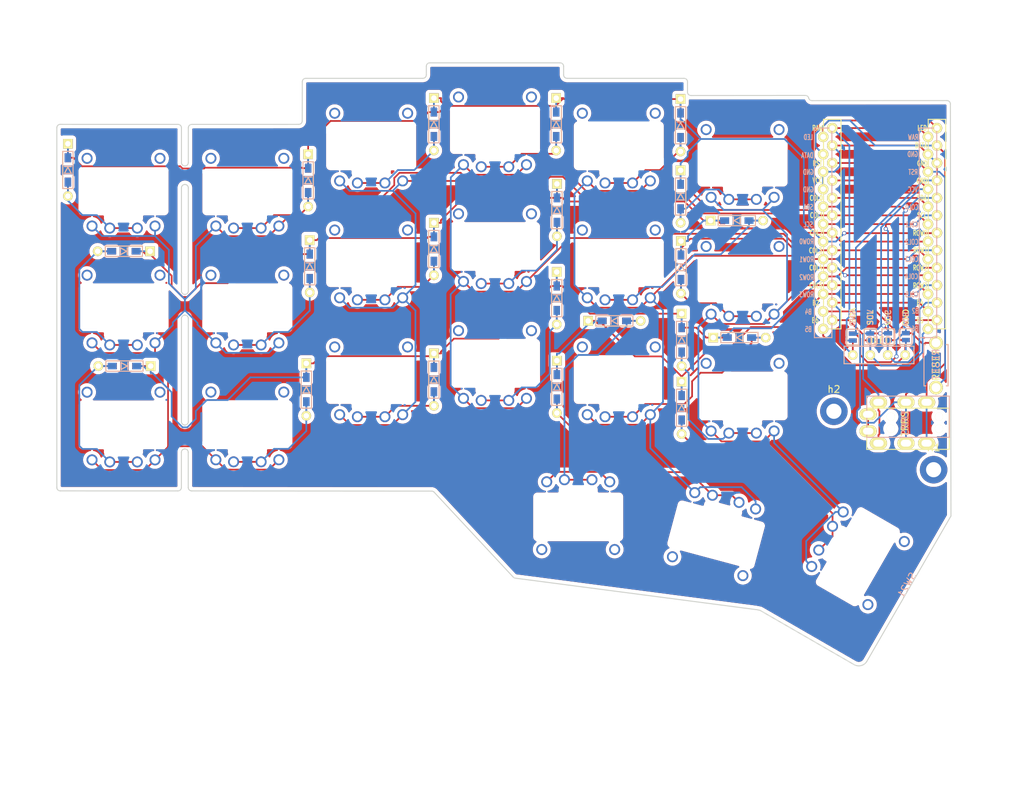
<source format=kicad_pcb>
(kicad_pcb (version 20171130) (host pcbnew 5.1.6)
  (title_block (title "Corne Light") (date 2018-12-26) (rev 2.1) (company foostan))
  (layers (0 F.Cu signal) (31 B.Cu signal) (34 B.Paste user) (35 F.Paste user) (36 B.SilkS user) (37 F.SilkS user) (38 B.Mask user) (39 F.Mask user) (44 Edge.Cuts user))
  (net 0 "")
  (net 1 row0)
  (net 2 row1)
  (net 3 "Net-(D2-Pad2)")
  (net 4 row2)
  (net 5 "Net-(D3-Pad2)")
  (net 6 row3)
  (net 7 "Net-(D4-Pad2)")
  (net 8 "Net-(D5-Pad2)")
  (net 9 "Net-(D6-Pad2)")
  (net 10 "Net-(D8-Pad2)")
  (net 11 "Net-(D9-Pad2)")
  (net 12 "Net-(D10-Pad2)")
  (net 13 "Net-(D11-Pad2)")
  (net 14 "Net-(D12-Pad2)")
  (net 15 "Net-(D14-Pad2)")
  (net 16 "Net-(D15-Pad2)")
  (net 17 "Net-(D16-Pad2)")
  (net 18 "Net-(D17-Pad2)")
  (net 19 "Net-(D18-Pad2)")
  (net 20 "Net-(D19-Pad2)")
  (net 21 "Net-(D20-Pad2)")
  (net 22 "Net-(D21-Pad2)")
  (net 23 GND)
  (net 24 VCC)
  (net 25 col0)
  (net 26 col1)
  (net 27 col2)
  (net 28 col3)
  (net 29 col4)
  (net 30 col5)
  (net 31 LED)
  (net 32 data)
  (net 33 reset)
  (net 34 SCL)
  (net 35 SDA)
  (net 36 "Net-(U1-Pad14)")
  (net 37 "Net-(U1-Pad13)")
  (net 38 "Net-(U1-Pad12)")
  (net 39 "Net-(U1-Pad11)")
  (net 40 "Net-(J1-PadA)")
  (net 41 "Net-(U1-Pad24)")
  (net 42 "Net-(D1-Pad2)")
  (net 43 "Net-(D7-Pad2)")
  (net 44 "Net-(D13-Pad2)")
  (module Kailh:Kailh_PG1232 (layer F.Cu) (at 174.66 118.79 240)
    (fp_text reference SW21 hide)
    (fp_text value SW_PUSH hide)
    (fp_text user %R (at 0 -8.255 240) (layer B.SilkS) (effects (justify mirror)))
    (pad "" np_thru_hole oval (at 0 3.5 240) (size 4.7 1) (drill oval 4.7 1) (layers *.Cu *.Mask))
    (pad "" np_thru_hole oval (at -2.2 3.5 330) (size 1.2 0.3) (drill oval 1.2 0.3) (layers *.Cu *.Mask))
    (pad "" np_thru_hole oval (at 2.2 3.5 330) (size 1.2 0.3) (drill oval 1.2 0.3) (layers *.Cu *.Mask))
    (pad "" np_thru_hole oval (at 0 3.95 240) (size 4.7 0.3) (drill oval 4.7 0.3) (layers *.Cu *.Mask))
    (pad "" np_thru_hole oval (at 5.36 0 240) (size 1 5.9) (drill oval 1 5.9) (layers *.Cu *.Mask))
    (pad "" np_thru_hole oval (at 4.59 0 240) (size 1 5.9) (drill oval 1 5.9) (layers *.Cu *.Mask))
    (pad "" np_thru_hole oval (at 4.2 0 240) (size 1 5.9) (drill oval 1 5.9) (layers *.Cu *.Mask))
    (pad "" np_thru_hole oval (at -4.2 0 240) (size 1 5.9) (drill oval 1 5.9) (layers *.Cu *.Mask))
    (pad "" np_thru_hole oval (at -4.59 0 240) (size 1 5.9) (drill oval 1 5.9) (layers *.Cu *.Mask))
    (pad "" np_thru_hole oval (at -5.9 0 330) (size 6.1 0.3) (drill oval 6.1 0.3) (layers *.Cu *.Mask))
    (pad "" np_thru_hole oval (at 5.9 0 330) (size 6.1 0.3) (drill oval 6.1 0.3) (layers *.Cu *.Mask))
    (pad "" np_thru_hole oval (at 0 2.9 240) (size 12.1 0.3) (drill oval 12.1 0.3) (layers *.Cu *.Mask))
    (pad "" np_thru_hole oval (at 0 -2.9 240) (size 12.1 0.3) (drill oval 12.1 0.3) (layers *.Cu *.Mask))
    (pad "" np_thru_hole oval (at -5.36 0 240) (size 1 5.9) (drill oval 1 5.9) (layers *.Cu *.Mask))
    (pad "" np_thru_hole oval (at 0 0 240) (size 11.85 5.9) (drill oval 11.85 5.9) (layers *.Cu *.Mask))
    (pad 1 thru_hole circle (at 4.58 5.1 240) (size 1.6 1.6) (drill 1.1) (layers *.Cu *.Mask) (net 30 col5) (clearance 0.2))
    (pad 2 thru_hole circle (at -2 5.4 240) (size 1.6 1.6) (drill 1.1) (layers *.Cu *.Mask) (net 22 "Net-(D21-Pad2)") (clearance 0.2))
    (pad 1 thru_hole circle (at -4.58 5.1 240) (size 1.6 1.6) (drill 1.1) (layers *.Cu *.Mask) (net 30 col5) (clearance 0.2))
    (pad 2 thru_hole circle (at 2 5.4 240) (size 1.6 1.6) (drill 1.1) (layers *.Cu *.Mask) (net 22 "Net-(D21-Pad2)") (clearance 0.2))
    (pad 3 thru_hole circle (at 5.3 -4.75 240) (size 1.6 1.6) (drill 1.1) (layers *.Cu *.Mask) (clearance 0.2))
    (pad 4 thru_hole circle (at -5.3 -4.75 240) (size 1.6 1.6) (drill 1.1) (layers *.Cu *.Mask) (clearance 0.2))
  )
  (module Kailh:Kailh_PG1232 (layer F.Cu) (at 154.06 115.58 165)
    (fp_text reference SW20 hide)
    (fp_text value SW_PUSH hide)
    (pad "" np_thru_hole oval (at 0 3.5 165) (size 4.7 1) (drill oval 4.7 1) (layers *.Cu *.Mask))
    (pad "" np_thru_hole oval (at -2.2 3.5 255) (size 1.2 0.3) (drill oval 1.2 0.3) (layers *.Cu *.Mask))
    (pad "" np_thru_hole oval (at 2.2 3.5 255) (size 1.2 0.3) (drill oval 1.2 0.3) (layers *.Cu *.Mask))
    (pad "" np_thru_hole oval (at 0 3.95 165) (size 4.7 0.3) (drill oval 4.7 0.3) (layers *.Cu *.Mask))
    (pad "" np_thru_hole oval (at 5.36 0 165) (size 1 5.9) (drill oval 1 5.9) (layers *.Cu *.Mask))
    (pad "" np_thru_hole oval (at 4.59 0 165) (size 1 5.9) (drill oval 1 5.9) (layers *.Cu *.Mask))
    (pad "" np_thru_hole oval (at 4.2 0 165) (size 1 5.9) (drill oval 1 5.9) (layers *.Cu *.Mask))
    (pad "" np_thru_hole oval (at -4.2 0 165) (size 1 5.9) (drill oval 1 5.9) (layers *.Cu *.Mask))
    (pad "" np_thru_hole oval (at -4.59 0 165) (size 1 5.9) (drill oval 1 5.9) (layers *.Cu *.Mask))
    (pad "" np_thru_hole oval (at -5.9 0 255) (size 6.1 0.3) (drill oval 6.1 0.3) (layers *.Cu *.Mask))
    (pad "" np_thru_hole oval (at 5.9 0 255) (size 6.1 0.3) (drill oval 6.1 0.3) (layers *.Cu *.Mask))
    (pad "" np_thru_hole oval (at 0 2.9 165) (size 12.1 0.3) (drill oval 12.1 0.3) (layers *.Cu *.Mask))
    (pad "" np_thru_hole oval (at 0 -2.9 165) (size 12.1 0.3) (drill oval 12.1 0.3) (layers *.Cu *.Mask))
    (pad "" np_thru_hole oval (at -5.36 0 165) (size 1 5.9) (drill oval 1 5.9) (layers *.Cu *.Mask))
    (pad "" np_thru_hole oval (at 0 0 165) (size 11.85 5.9) (drill oval 11.85 5.9) (layers *.Cu *.Mask))
    (pad 1 thru_hole circle (at 4.58 5.1 165) (size 1.6 1.6) (drill 1.1) (layers *.Cu *.Mask) (net 29 col4) (clearance 0.2))
    (pad 2 thru_hole circle (at -2 5.4 165) (size 1.6 1.6) (drill 1.1) (layers *.Cu *.Mask) (net 21 "Net-(D20-Pad2)") (clearance 0.2))
    (pad 1 thru_hole circle (at -4.58 5.1 165) (size 1.6 1.6) (drill 1.1) (layers *.Cu *.Mask) (net 29 col4) (clearance 0.2))
    (pad 2 thru_hole circle (at 2 5.4 165) (size 1.6 1.6) (drill 1.1) (layers *.Cu *.Mask) (net 21 "Net-(D20-Pad2)") (clearance 0.2))
    (pad 3 thru_hole circle (at 5.3 -4.75 165) (size 1.6 1.6) (drill 1.1) (layers *.Cu *.Mask) (clearance 0.2))
    (pad 4 thru_hole circle (at -5.3 -4.75 165) (size 1.6 1.6) (drill 1.1) (layers *.Cu *.Mask) (clearance 0.2))
  )
  (module Kailh:Kailh_PG1232 (layer F.Cu) (at 134.01 112.99 180)
    (fp_text reference SW19 hide)
    (fp_text value SW_PUSH hide)
    (pad "" np_thru_hole oval (at 0 3.5 180) (size 4.7 1) (drill oval 4.7 1) (layers *.Cu *.Mask))
    (pad "" np_thru_hole oval (at -2.2 3.5 270) (size 1.2 0.3) (drill oval 1.2 0.3) (layers *.Cu *.Mask))
    (pad "" np_thru_hole oval (at 2.2 3.5 270) (size 1.2 0.3) (drill oval 1.2 0.3) (layers *.Cu *.Mask))
    (pad "" np_thru_hole oval (at 0 3.95 180) (size 4.7 0.3) (drill oval 4.7 0.3) (layers *.Cu *.Mask))
    (pad "" np_thru_hole oval (at 5.36 0 180) (size 1 5.9) (drill oval 1 5.9) (layers *.Cu *.Mask))
    (pad "" np_thru_hole oval (at 4.59 0 180) (size 1 5.9) (drill oval 1 5.9) (layers *.Cu *.Mask))
    (pad "" np_thru_hole oval (at 4.2 0 180) (size 1 5.9) (drill oval 1 5.9) (layers *.Cu *.Mask))
    (pad "" np_thru_hole oval (at -4.2 0 180) (size 1 5.9) (drill oval 1 5.9) (layers *.Cu *.Mask))
    (pad "" np_thru_hole oval (at -4.59 0 180) (size 1 5.9) (drill oval 1 5.9) (layers *.Cu *.Mask))
    (pad "" np_thru_hole oval (at -5.9 0 270) (size 6.1 0.3) (drill oval 6.1 0.3) (layers *.Cu *.Mask))
    (pad "" np_thru_hole oval (at 5.9 0 270) (size 6.1 0.3) (drill oval 6.1 0.3) (layers *.Cu *.Mask))
    (pad "" np_thru_hole oval (at 0 2.9 180) (size 12.1 0.3) (drill oval 12.1 0.3) (layers *.Cu *.Mask))
    (pad "" np_thru_hole oval (at 0 -2.9 180) (size 12.1 0.3) (drill oval 12.1 0.3) (layers *.Cu *.Mask))
    (pad "" np_thru_hole oval (at -5.36 0 180) (size 1 5.9) (drill oval 1 5.9) (layers *.Cu *.Mask))
    (pad "" np_thru_hole oval (at 0 0 180) (size 11.85 5.9) (drill oval 11.85 5.9) (layers *.Cu *.Mask))
    (pad 1 thru_hole circle (at 4.58 5.1 180) (size 1.6 1.6) (drill 1.1) (layers *.Cu *.Mask) (net 28 col3) (clearance 0.2))
    (pad 2 thru_hole circle (at -2 5.4 180) (size 1.6 1.6) (drill 1.1) (layers *.Cu *.Mask) (net 20 "Net-(D19-Pad2)") (clearance 0.2))
    (pad 1 thru_hole circle (at -4.58 5.1 180) (size 1.6 1.6) (drill 1.1) (layers *.Cu *.Mask) (net 28 col3) (clearance 0.2))
    (pad 2 thru_hole circle (at 2 5.4 180) (size 1.6 1.6) (drill 1.1) (layers *.Cu *.Mask) (net 20 "Net-(D19-Pad2)") (clearance 0.2))
    (pad 3 thru_hole circle (at 5.3 -4.75 180) (size 1.6 1.6) (drill 1.1) (layers *.Cu *.Mask) (clearance 0.2))
    (pad 4 thru_hole circle (at -5.3 -4.75 180) (size 1.6 1.6) (drill 1.1) (layers *.Cu *.Mask) (clearance 0.2))
  )
  (module Kailh:Kailh_PG1232 (layer F.Cu) (at 157.91 95.4)
    (fp_text reference SW18 hide)
    (fp_text value SW_PUSH hide)
    (pad "" np_thru_hole oval (at 0 3.5) (size 4.7 1) (drill oval 4.7 1) (layers *.Cu *.Mask))
    (pad "" np_thru_hole oval (at -2.2 3.5 90) (size 1.2 0.3) (drill oval 1.2 0.3) (layers *.Cu *.Mask))
    (pad "" np_thru_hole oval (at 2.2 3.5 90) (size 1.2 0.3) (drill oval 1.2 0.3) (layers *.Cu *.Mask))
    (pad "" np_thru_hole oval (at 0 3.95) (size 4.7 0.3) (drill oval 4.7 0.3) (layers *.Cu *.Mask))
    (pad "" np_thru_hole oval (at 5.36 0) (size 1 5.9) (drill oval 1 5.9) (layers *.Cu *.Mask))
    (pad "" np_thru_hole oval (at 4.59 0) (size 1 5.9) (drill oval 1 5.9) (layers *.Cu *.Mask))
    (pad "" np_thru_hole oval (at 4.2 0) (size 1 5.9) (drill oval 1 5.9) (layers *.Cu *.Mask))
    (pad "" np_thru_hole oval (at -4.2 0) (size 1 5.9) (drill oval 1 5.9) (layers *.Cu *.Mask))
    (pad "" np_thru_hole oval (at -4.59 0) (size 1 5.9) (drill oval 1 5.9) (layers *.Cu *.Mask))
    (pad "" np_thru_hole oval (at -5.9 0 90) (size 6.1 0.3) (drill oval 6.1 0.3) (layers *.Cu *.Mask))
    (pad "" np_thru_hole oval (at 5.9 0 90) (size 6.1 0.3) (drill oval 6.1 0.3) (layers *.Cu *.Mask))
    (pad "" np_thru_hole oval (at 0 2.9) (size 12.1 0.3) (drill oval 12.1 0.3) (layers *.Cu *.Mask))
    (pad "" np_thru_hole oval (at 0 -2.9) (size 12.1 0.3) (drill oval 12.1 0.3) (layers *.Cu *.Mask))
    (pad "" np_thru_hole oval (at -5.36 0) (size 1 5.9) (drill oval 1 5.9) (layers *.Cu *.Mask))
    (pad "" np_thru_hole oval (at 0 0) (size 11.85 5.9) (drill oval 11.85 5.9) (layers *.Cu *.Mask))
    (pad 1 thru_hole circle (at 4.58 5.1) (size 1.6 1.6) (drill 1.1) (layers *.Cu *.Mask) (net 30 col5) (clearance 0.2))
    (pad 2 thru_hole circle (at -2 5.4) (size 1.6 1.6) (drill 1.1) (layers *.Cu *.Mask) (net 19 "Net-(D18-Pad2)") (clearance 0.2))
    (pad 1 thru_hole circle (at -4.58 5.1) (size 1.6 1.6) (drill 1.1) (layers *.Cu *.Mask) (net 30 col5) (clearance 0.2))
    (pad 2 thru_hole circle (at 2 5.4) (size 1.6 1.6) (drill 1.1) (layers *.Cu *.Mask) (net 19 "Net-(D18-Pad2)") (clearance 0.2))
    (pad 3 thru_hole circle (at 5.3 -4.75) (size 1.6 1.6) (drill 1.1) (layers *.Cu *.Mask) (clearance 0.2))
    (pad 4 thru_hole circle (at -5.3 -4.75) (size 1.6 1.6) (drill 1.1) (layers *.Cu *.Mask) (clearance 0.2))
  )
  (module Kailh:Kailh_PG1232 (layer F.Cu) (at 139.91 93.025)
    (fp_text reference SW17 hide)
    (fp_text value SW_PUSH hide)
    (pad "" np_thru_hole oval (at 0 3.5) (size 4.7 1) (drill oval 4.7 1) (layers *.Cu *.Mask))
    (pad "" np_thru_hole oval (at -2.2 3.5 90) (size 1.2 0.3) (drill oval 1.2 0.3) (layers *.Cu *.Mask))
    (pad "" np_thru_hole oval (at 2.2 3.5 90) (size 1.2 0.3) (drill oval 1.2 0.3) (layers *.Cu *.Mask))
    (pad "" np_thru_hole oval (at 0 3.95) (size 4.7 0.3) (drill oval 4.7 0.3) (layers *.Cu *.Mask))
    (pad "" np_thru_hole oval (at 5.36 0) (size 1 5.9) (drill oval 1 5.9) (layers *.Cu *.Mask))
    (pad "" np_thru_hole oval (at 4.59 0) (size 1 5.9) (drill oval 1 5.9) (layers *.Cu *.Mask))
    (pad "" np_thru_hole oval (at 4.2 0) (size 1 5.9) (drill oval 1 5.9) (layers *.Cu *.Mask))
    (pad "" np_thru_hole oval (at -4.2 0) (size 1 5.9) (drill oval 1 5.9) (layers *.Cu *.Mask))
    (pad "" np_thru_hole oval (at -4.59 0) (size 1 5.9) (drill oval 1 5.9) (layers *.Cu *.Mask))
    (pad "" np_thru_hole oval (at -5.9 0 90) (size 6.1 0.3) (drill oval 6.1 0.3) (layers *.Cu *.Mask))
    (pad "" np_thru_hole oval (at 5.9 0 90) (size 6.1 0.3) (drill oval 6.1 0.3) (layers *.Cu *.Mask))
    (pad "" np_thru_hole oval (at 0 2.9) (size 12.1 0.3) (drill oval 12.1 0.3) (layers *.Cu *.Mask))
    (pad "" np_thru_hole oval (at 0 -2.9) (size 12.1 0.3) (drill oval 12.1 0.3) (layers *.Cu *.Mask))
    (pad "" np_thru_hole oval (at -5.36 0) (size 1 5.9) (drill oval 1 5.9) (layers *.Cu *.Mask))
    (pad "" np_thru_hole oval (at 0 0) (size 11.85 5.9) (drill oval 11.85 5.9) (layers *.Cu *.Mask))
    (pad 1 thru_hole circle (at 4.58 5.1) (size 1.6 1.6) (drill 1.1) (layers *.Cu *.Mask) (net 29 col4) (clearance 0.2))
    (pad 2 thru_hole circle (at -2 5.4) (size 1.6 1.6) (drill 1.1) (layers *.Cu *.Mask) (net 18 "Net-(D17-Pad2)") (clearance 0.2))
    (pad 1 thru_hole circle (at -4.58 5.1) (size 1.6 1.6) (drill 1.1) (layers *.Cu *.Mask) (net 29 col4) (clearance 0.2))
    (pad 2 thru_hole circle (at 2 5.4) (size 1.6 1.6) (drill 1.1) (layers *.Cu *.Mask) (net 18 "Net-(D17-Pad2)") (clearance 0.2))
    (pad 3 thru_hole circle (at 5.3 -4.75) (size 1.6 1.6) (drill 1.1) (layers *.Cu *.Mask) (clearance 0.2))
    (pad 4 thru_hole circle (at -5.3 -4.75) (size 1.6 1.6) (drill 1.1) (layers *.Cu *.Mask) (clearance 0.2))
  )
  (module Kailh:Kailh_PG1232 (layer F.Cu) (at 121.91 90.65)
    (fp_text reference SW16 hide)
    (fp_text value SW_PUSH hide)
    (pad "" np_thru_hole oval (at 0 3.5) (size 4.7 1) (drill oval 4.7 1) (layers *.Cu *.Mask))
    (pad "" np_thru_hole oval (at -2.2 3.5 90) (size 1.2 0.3) (drill oval 1.2 0.3) (layers *.Cu *.Mask))
    (pad "" np_thru_hole oval (at 2.2 3.5 90) (size 1.2 0.3) (drill oval 1.2 0.3) (layers *.Cu *.Mask))
    (pad "" np_thru_hole oval (at 0 3.95) (size 4.7 0.3) (drill oval 4.7 0.3) (layers *.Cu *.Mask))
    (pad "" np_thru_hole oval (at 5.36 0) (size 1 5.9) (drill oval 1 5.9) (layers *.Cu *.Mask))
    (pad "" np_thru_hole oval (at 4.59 0) (size 1 5.9) (drill oval 1 5.9) (layers *.Cu *.Mask))
    (pad "" np_thru_hole oval (at 4.2 0) (size 1 5.9) (drill oval 1 5.9) (layers *.Cu *.Mask))
    (pad "" np_thru_hole oval (at -4.2 0) (size 1 5.9) (drill oval 1 5.9) (layers *.Cu *.Mask))
    (pad "" np_thru_hole oval (at -4.59 0) (size 1 5.9) (drill oval 1 5.9) (layers *.Cu *.Mask))
    (pad "" np_thru_hole oval (at -5.9 0 90) (size 6.1 0.3) (drill oval 6.1 0.3) (layers *.Cu *.Mask))
    (pad "" np_thru_hole oval (at 5.9 0 90) (size 6.1 0.3) (drill oval 6.1 0.3) (layers *.Cu *.Mask))
    (pad "" np_thru_hole oval (at 0 2.9) (size 12.1 0.3) (drill oval 12.1 0.3) (layers *.Cu *.Mask))
    (pad "" np_thru_hole oval (at 0 -2.9) (size 12.1 0.3) (drill oval 12.1 0.3) (layers *.Cu *.Mask))
    (pad "" np_thru_hole oval (at -5.36 0) (size 1 5.9) (drill oval 1 5.9) (layers *.Cu *.Mask))
    (pad "" np_thru_hole oval (at 0 0) (size 11.85 5.9) (drill oval 11.85 5.9) (layers *.Cu *.Mask))
    (pad 1 thru_hole circle (at 4.58 5.1) (size 1.6 1.6) (drill 1.1) (layers *.Cu *.Mask) (net 28 col3) (clearance 0.2))
    (pad 2 thru_hole circle (at -2 5.4) (size 1.6 1.6) (drill 1.1) (layers *.Cu *.Mask) (net 17 "Net-(D16-Pad2)") (clearance 0.2))
    (pad 1 thru_hole circle (at -4.58 5.1) (size 1.6 1.6) (drill 1.1) (layers *.Cu *.Mask) (net 28 col3) (clearance 0.2))
    (pad 2 thru_hole circle (at 2 5.4) (size 1.6 1.6) (drill 1.1) (layers *.Cu *.Mask) (net 17 "Net-(D16-Pad2)") (clearance 0.2))
    (pad 3 thru_hole circle (at 5.3 -4.75) (size 1.6 1.6) (drill 1.1) (layers *.Cu *.Mask) (clearance 0.2))
    (pad 4 thru_hole circle (at -5.3 -4.75) (size 1.6 1.6) (drill 1.1) (layers *.Cu *.Mask) (clearance 0.2))
  )
  (module Kailh:Kailh_PG1232 (layer F.Cu) (at 103.91 93.025)
    (fp_text reference SW15 hide)
    (fp_text value SW_PUSH hide)
    (pad "" np_thru_hole oval (at 0 3.5) (size 4.7 1) (drill oval 4.7 1) (layers *.Cu *.Mask))
    (pad "" np_thru_hole oval (at -2.2 3.5 90) (size 1.2 0.3) (drill oval 1.2 0.3) (layers *.Cu *.Mask))
    (pad "" np_thru_hole oval (at 2.2 3.5 90) (size 1.2 0.3) (drill oval 1.2 0.3) (layers *.Cu *.Mask))
    (pad "" np_thru_hole oval (at 0 3.95) (size 4.7 0.3) (drill oval 4.7 0.3) (layers *.Cu *.Mask))
    (pad "" np_thru_hole oval (at 5.36 0) (size 1 5.9) (drill oval 1 5.9) (layers *.Cu *.Mask))
    (pad "" np_thru_hole oval (at 4.59 0) (size 1 5.9) (drill oval 1 5.9) (layers *.Cu *.Mask))
    (pad "" np_thru_hole oval (at 4.2 0) (size 1 5.9) (drill oval 1 5.9) (layers *.Cu *.Mask))
    (pad "" np_thru_hole oval (at -4.2 0) (size 1 5.9) (drill oval 1 5.9) (layers *.Cu *.Mask))
    (pad "" np_thru_hole oval (at -4.59 0) (size 1 5.9) (drill oval 1 5.9) (layers *.Cu *.Mask))
    (pad "" np_thru_hole oval (at -5.9 0 90) (size 6.1 0.3) (drill oval 6.1 0.3) (layers *.Cu *.Mask))
    (pad "" np_thru_hole oval (at 5.9 0 90) (size 6.1 0.3) (drill oval 6.1 0.3) (layers *.Cu *.Mask))
    (pad "" np_thru_hole oval (at 0 2.9) (size 12.1 0.3) (drill oval 12.1 0.3) (layers *.Cu *.Mask))
    (pad "" np_thru_hole oval (at 0 -2.9) (size 12.1 0.3) (drill oval 12.1 0.3) (layers *.Cu *.Mask))
    (pad "" np_thru_hole oval (at -5.36 0) (size 1 5.9) (drill oval 1 5.9) (layers *.Cu *.Mask))
    (pad "" np_thru_hole oval (at 0 0) (size 11.85 5.9) (drill oval 11.85 5.9) (layers *.Cu *.Mask))
    (pad 1 thru_hole circle (at 4.58 5.1) (size 1.6 1.6) (drill 1.1) (layers *.Cu *.Mask) (net 27 col2) (clearance 0.2))
    (pad 2 thru_hole circle (at -2 5.4) (size 1.6 1.6) (drill 1.1) (layers *.Cu *.Mask) (net 16 "Net-(D15-Pad2)") (clearance 0.2))
    (pad 1 thru_hole circle (at -4.58 5.1) (size 1.6 1.6) (drill 1.1) (layers *.Cu *.Mask) (net 27 col2) (clearance 0.2))
    (pad 2 thru_hole circle (at 2 5.4) (size 1.6 1.6) (drill 1.1) (layers *.Cu *.Mask) (net 16 "Net-(D15-Pad2)") (clearance 0.2))
    (pad 3 thru_hole circle (at 5.3 -4.75) (size 1.6 1.6) (drill 1.1) (layers *.Cu *.Mask) (clearance 0.2))
    (pad 4 thru_hole circle (at -5.3 -4.75) (size 1.6 1.6) (drill 1.1) (layers *.Cu *.Mask) (clearance 0.2))
  )
  (module Kailh:Kailh_PG1232 (layer F.Cu) (at 85.91 99.585)
    (fp_text reference SW14 hide)
    (fp_text value SW_PUSH hide)
    (pad "" np_thru_hole oval (at 0 3.5) (size 4.7 1) (drill oval 4.7 1) (layers *.Cu *.Mask))
    (pad "" np_thru_hole oval (at -2.2 3.5 90) (size 1.2 0.3) (drill oval 1.2 0.3) (layers *.Cu *.Mask))
    (pad "" np_thru_hole oval (at 2.2 3.5 90) (size 1.2 0.3) (drill oval 1.2 0.3) (layers *.Cu *.Mask))
    (pad "" np_thru_hole oval (at 0 3.95) (size 4.7 0.3) (drill oval 4.7 0.3) (layers *.Cu *.Mask))
    (pad "" np_thru_hole oval (at 5.36 0) (size 1 5.9) (drill oval 1 5.9) (layers *.Cu *.Mask))
    (pad "" np_thru_hole oval (at 4.59 0) (size 1 5.9) (drill oval 1 5.9) (layers *.Cu *.Mask))
    (pad "" np_thru_hole oval (at 4.2 0) (size 1 5.9) (drill oval 1 5.9) (layers *.Cu *.Mask))
    (pad "" np_thru_hole oval (at -4.2 0) (size 1 5.9) (drill oval 1 5.9) (layers *.Cu *.Mask))
    (pad "" np_thru_hole oval (at -4.59 0) (size 1 5.9) (drill oval 1 5.9) (layers *.Cu *.Mask))
    (pad "" np_thru_hole oval (at -5.9 0 90) (size 6.1 0.3) (drill oval 6.1 0.3) (layers *.Cu *.Mask))
    (pad "" np_thru_hole oval (at 5.9 0 90) (size 6.1 0.3) (drill oval 6.1 0.3) (layers *.Cu *.Mask))
    (pad "" np_thru_hole oval (at 0 2.9) (size 12.1 0.3) (drill oval 12.1 0.3) (layers *.Cu *.Mask))
    (pad "" np_thru_hole oval (at 0 -2.9) (size 12.1 0.3) (drill oval 12.1 0.3) (layers *.Cu *.Mask))
    (pad "" np_thru_hole oval (at -5.36 0) (size 1 5.9) (drill oval 1 5.9) (layers *.Cu *.Mask))
    (pad "" np_thru_hole oval (at 0 0) (size 11.85 5.9) (drill oval 11.85 5.9) (layers *.Cu *.Mask))
    (pad 1 thru_hole circle (at 4.58 5.1) (size 1.6 1.6) (drill 1.1) (layers *.Cu *.Mask) (net 26 col1) (clearance 0.2))
    (pad 2 thru_hole circle (at -2 5.4) (size 1.6 1.6) (drill 1.1) (layers *.Cu *.Mask) (net 15 "Net-(D14-Pad2)") (clearance 0.2))
    (pad 1 thru_hole circle (at -4.58 5.1) (size 1.6 1.6) (drill 1.1) (layers *.Cu *.Mask) (net 26 col1) (clearance 0.2))
    (pad 2 thru_hole circle (at 2 5.4) (size 1.6 1.6) (drill 1.1) (layers *.Cu *.Mask) (net 15 "Net-(D14-Pad2)") (clearance 0.2))
    (pad 3 thru_hole circle (at 5.3 -4.75) (size 1.6 1.6) (drill 1.1) (layers *.Cu *.Mask) (clearance 0.2))
    (pad 4 thru_hole circle (at -5.3 -4.75) (size 1.6 1.6) (drill 1.1) (layers *.Cu *.Mask) (clearance 0.2))
  )
  (module Kailh:Kailh_PG1232 (layer F.Cu) (at 67.91 99.6)
    (fp_text reference SW13 hide)
    (fp_text value SW_PUSH hide)
    (pad "" np_thru_hole oval (at 0 3.5) (size 4.7 1) (drill oval 4.7 1) (layers *.Cu *.Mask))
    (pad "" np_thru_hole oval (at -2.2 3.5 90) (size 1.2 0.3) (drill oval 1.2 0.3) (layers *.Cu *.Mask))
    (pad "" np_thru_hole oval (at 2.2 3.5 90) (size 1.2 0.3) (drill oval 1.2 0.3) (layers *.Cu *.Mask))
    (pad "" np_thru_hole oval (at 0 3.95) (size 4.7 0.3) (drill oval 4.7 0.3) (layers *.Cu *.Mask))
    (pad "" np_thru_hole oval (at 5.36 0) (size 1 5.9) (drill oval 1 5.9) (layers *.Cu *.Mask))
    (pad "" np_thru_hole oval (at 4.59 0) (size 1 5.9) (drill oval 1 5.9) (layers *.Cu *.Mask))
    (pad "" np_thru_hole oval (at 4.2 0) (size 1 5.9) (drill oval 1 5.9) (layers *.Cu *.Mask))
    (pad "" np_thru_hole oval (at -4.2 0) (size 1 5.9) (drill oval 1 5.9) (layers *.Cu *.Mask))
    (pad "" np_thru_hole oval (at -4.59 0) (size 1 5.9) (drill oval 1 5.9) (layers *.Cu *.Mask))
    (pad "" np_thru_hole oval (at -5.9 0 90) (size 6.1 0.3) (drill oval 6.1 0.3) (layers *.Cu *.Mask))
    (pad "" np_thru_hole oval (at 5.9 0 90) (size 6.1 0.3) (drill oval 6.1 0.3) (layers *.Cu *.Mask))
    (pad "" np_thru_hole oval (at 0 2.9) (size 12.1 0.3) (drill oval 12.1 0.3) (layers *.Cu *.Mask))
    (pad "" np_thru_hole oval (at 0 -2.9) (size 12.1 0.3) (drill oval 12.1 0.3) (layers *.Cu *.Mask))
    (pad "" np_thru_hole oval (at -5.36 0) (size 1 5.9) (drill oval 1 5.9) (layers *.Cu *.Mask))
    (pad "" np_thru_hole oval (at 0 0) (size 11.85 5.9) (drill oval 11.85 5.9) (layers *.Cu *.Mask))
    (pad 1 thru_hole circle (at 4.58 5.1) (size 1.6 1.6) (drill 1.1) (layers *.Cu *.Mask) (net 26 col1) (clearance 0.2))
    (pad 2 thru_hole circle (at -2 5.4) (size 1.6 1.6) (drill 1.1) (layers *.Cu *.Mask) (net 44 "Net-(D13-Pad2)") (clearance 0.2))
    (pad 1 thru_hole circle (at -4.58 5.1) (size 1.6 1.6) (drill 1.1) (layers *.Cu *.Mask) (net 26 col1) (clearance 0.2))
    (pad 2 thru_hole circle (at 2 5.4) (size 1.6 1.6) (drill 1.1) (layers *.Cu *.Mask) (net 44 "Net-(D13-Pad2)") (clearance 0.2))
    (pad 3 thru_hole circle (at 5.3 -4.75) (size 1.6 1.6) (drill 1.1) (layers *.Cu *.Mask) (clearance 0.2))
    (pad 4 thru_hole circle (at -5.3 -4.75) (size 1.6 1.6) (drill 1.1) (layers *.Cu *.Mask) (clearance 0.2))
  )
  (module Kailh:Kailh_PG1232 (layer F.Cu) (at 157.91 78.4)
    (fp_text reference SW12 hide)
    (fp_text value SW_PUSH hide)
    (pad "" np_thru_hole oval (at 0 3.5) (size 4.7 1) (drill oval 4.7 1) (layers *.Cu *.Mask))
    (pad "" np_thru_hole oval (at -2.2 3.5 90) (size 1.2 0.3) (drill oval 1.2 0.3) (layers *.Cu *.Mask))
    (pad "" np_thru_hole oval (at 2.2 3.5 90) (size 1.2 0.3) (drill oval 1.2 0.3) (layers *.Cu *.Mask))
    (pad "" np_thru_hole oval (at 0 3.95) (size 4.7 0.3) (drill oval 4.7 0.3) (layers *.Cu *.Mask))
    (pad "" np_thru_hole oval (at 5.36 0) (size 1 5.9) (drill oval 1 5.9) (layers *.Cu *.Mask))
    (pad "" np_thru_hole oval (at 4.59 0) (size 1 5.9) (drill oval 1 5.9) (layers *.Cu *.Mask))
    (pad "" np_thru_hole oval (at 4.2 0) (size 1 5.9) (drill oval 1 5.9) (layers *.Cu *.Mask))
    (pad "" np_thru_hole oval (at -4.2 0) (size 1 5.9) (drill oval 1 5.9) (layers *.Cu *.Mask))
    (pad "" np_thru_hole oval (at -4.59 0) (size 1 5.9) (drill oval 1 5.9) (layers *.Cu *.Mask))
    (pad "" np_thru_hole oval (at -5.9 0 90) (size 6.1 0.3) (drill oval 6.1 0.3) (layers *.Cu *.Mask))
    (pad "" np_thru_hole oval (at 5.9 0 90) (size 6.1 0.3) (drill oval 6.1 0.3) (layers *.Cu *.Mask))
    (pad "" np_thru_hole oval (at 0 2.9) (size 12.1 0.3) (drill oval 12.1 0.3) (layers *.Cu *.Mask))
    (pad "" np_thru_hole oval (at 0 -2.9) (size 12.1 0.3) (drill oval 12.1 0.3) (layers *.Cu *.Mask))
    (pad "" np_thru_hole oval (at -5.36 0) (size 1 5.9) (drill oval 1 5.9) (layers *.Cu *.Mask))
    (pad "" np_thru_hole oval (at 0 0) (size 11.85 5.9) (drill oval 11.85 5.9) (layers *.Cu *.Mask))
    (pad 1 thru_hole circle (at 4.58 5.1) (size 1.6 1.6) (drill 1.1) (layers *.Cu *.Mask) (net 30 col5) (clearance 0.2))
    (pad 2 thru_hole circle (at -2 5.4) (size 1.6 1.6) (drill 1.1) (layers *.Cu *.Mask) (net 14 "Net-(D12-Pad2)") (clearance 0.2))
    (pad 1 thru_hole circle (at -4.58 5.1) (size 1.6 1.6) (drill 1.1) (layers *.Cu *.Mask) (net 30 col5) (clearance 0.2))
    (pad 2 thru_hole circle (at 2 5.4) (size 1.6 1.6) (drill 1.1) (layers *.Cu *.Mask) (net 14 "Net-(D12-Pad2)") (clearance 0.2))
    (pad 3 thru_hole circle (at 5.3 -4.75) (size 1.6 1.6) (drill 1.1) (layers *.Cu *.Mask) (clearance 0.2))
    (pad 4 thru_hole circle (at -5.3 -4.75) (size 1.6 1.6) (drill 1.1) (layers *.Cu *.Mask) (clearance 0.2))
  )
  (module Kailh:Kailh_PG1232 (layer F.Cu) (at 139.91 76.02)
    (fp_text reference SW11 hide)
    (fp_text value SW_PUSH hide)
    (pad "" np_thru_hole oval (at 0 3.5) (size 4.7 1) (drill oval 4.7 1) (layers *.Cu *.Mask))
    (pad "" np_thru_hole oval (at -2.2 3.5 90) (size 1.2 0.3) (drill oval 1.2 0.3) (layers *.Cu *.Mask))
    (pad "" np_thru_hole oval (at 2.2 3.5 90) (size 1.2 0.3) (drill oval 1.2 0.3) (layers *.Cu *.Mask))
    (pad "" np_thru_hole oval (at 0 3.95) (size 4.7 0.3) (drill oval 4.7 0.3) (layers *.Cu *.Mask))
    (pad "" np_thru_hole oval (at 5.36 0) (size 1 5.9) (drill oval 1 5.9) (layers *.Cu *.Mask))
    (pad "" np_thru_hole oval (at 4.59 0) (size 1 5.9) (drill oval 1 5.9) (layers *.Cu *.Mask))
    (pad "" np_thru_hole oval (at 4.2 0) (size 1 5.9) (drill oval 1 5.9) (layers *.Cu *.Mask))
    (pad "" np_thru_hole oval (at -4.2 0) (size 1 5.9) (drill oval 1 5.9) (layers *.Cu *.Mask))
    (pad "" np_thru_hole oval (at -4.59 0) (size 1 5.9) (drill oval 1 5.9) (layers *.Cu *.Mask))
    (pad "" np_thru_hole oval (at -5.9 0 90) (size 6.1 0.3) (drill oval 6.1 0.3) (layers *.Cu *.Mask))
    (pad "" np_thru_hole oval (at 5.9 0 90) (size 6.1 0.3) (drill oval 6.1 0.3) (layers *.Cu *.Mask))
    (pad "" np_thru_hole oval (at 0 2.9) (size 12.1 0.3) (drill oval 12.1 0.3) (layers *.Cu *.Mask))
    (pad "" np_thru_hole oval (at 0 -2.9) (size 12.1 0.3) (drill oval 12.1 0.3) (layers *.Cu *.Mask))
    (pad "" np_thru_hole oval (at -5.36 0) (size 1 5.9) (drill oval 1 5.9) (layers *.Cu *.Mask))
    (pad "" np_thru_hole oval (at 0 0) (size 11.85 5.9) (drill oval 11.85 5.9) (layers *.Cu *.Mask))
    (pad 1 thru_hole circle (at 4.58 5.1) (size 1.6 1.6) (drill 1.1) (layers *.Cu *.Mask) (net 29 col4) (clearance 0.2))
    (pad 2 thru_hole circle (at -2 5.4) (size 1.6 1.6) (drill 1.1) (layers *.Cu *.Mask) (net 13 "Net-(D11-Pad2)") (clearance 0.2))
    (pad 1 thru_hole circle (at -4.58 5.1) (size 1.6 1.6) (drill 1.1) (layers *.Cu *.Mask) (net 29 col4) (clearance 0.2))
    (pad 2 thru_hole circle (at 2 5.4) (size 1.6 1.6) (drill 1.1) (layers *.Cu *.Mask) (net 13 "Net-(D11-Pad2)") (clearance 0.2))
    (pad 3 thru_hole circle (at 5.3 -4.75) (size 1.6 1.6) (drill 1.1) (layers *.Cu *.Mask) (clearance 0.2))
    (pad 4 thru_hole circle (at -5.3 -4.75) (size 1.6 1.6) (drill 1.1) (layers *.Cu *.Mask) (clearance 0.2))
  )
  (module Kailh:Kailh_PG1232 (layer F.Cu) (at 121.91 73.65)
    (fp_text reference SW10 hide)
    (fp_text value SW_PUSH hide)
    (pad "" np_thru_hole oval (at 0 3.5) (size 4.7 1) (drill oval 4.7 1) (layers *.Cu *.Mask))
    (pad "" np_thru_hole oval (at -2.2 3.5 90) (size 1.2 0.3) (drill oval 1.2 0.3) (layers *.Cu *.Mask))
    (pad "" np_thru_hole oval (at 2.2 3.5 90) (size 1.2 0.3) (drill oval 1.2 0.3) (layers *.Cu *.Mask))
    (pad "" np_thru_hole oval (at 0 3.95) (size 4.7 0.3) (drill oval 4.7 0.3) (layers *.Cu *.Mask))
    (pad "" np_thru_hole oval (at 5.36 0) (size 1 5.9) (drill oval 1 5.9) (layers *.Cu *.Mask))
    (pad "" np_thru_hole oval (at 4.59 0) (size 1 5.9) (drill oval 1 5.9) (layers *.Cu *.Mask))
    (pad "" np_thru_hole oval (at 4.2 0) (size 1 5.9) (drill oval 1 5.9) (layers *.Cu *.Mask))
    (pad "" np_thru_hole oval (at -4.2 0) (size 1 5.9) (drill oval 1 5.9) (layers *.Cu *.Mask))
    (pad "" np_thru_hole oval (at -4.59 0) (size 1 5.9) (drill oval 1 5.9) (layers *.Cu *.Mask))
    (pad "" np_thru_hole oval (at -5.9 0 90) (size 6.1 0.3) (drill oval 6.1 0.3) (layers *.Cu *.Mask))
    (pad "" np_thru_hole oval (at 5.9 0 90) (size 6.1 0.3) (drill oval 6.1 0.3) (layers *.Cu *.Mask))
    (pad "" np_thru_hole oval (at 0 2.9) (size 12.1 0.3) (drill oval 12.1 0.3) (layers *.Cu *.Mask))
    (pad "" np_thru_hole oval (at 0 -2.9) (size 12.1 0.3) (drill oval 12.1 0.3) (layers *.Cu *.Mask))
    (pad "" np_thru_hole oval (at -5.36 0) (size 1 5.9) (drill oval 1 5.9) (layers *.Cu *.Mask))
    (pad "" np_thru_hole oval (at 0 0) (size 11.85 5.9) (drill oval 11.85 5.9) (layers *.Cu *.Mask))
    (pad 1 thru_hole circle (at 4.58 5.1) (size 1.6 1.6) (drill 1.1) (layers *.Cu *.Mask) (net 28 col3) (clearance 0.2))
    (pad 2 thru_hole circle (at -2 5.4) (size 1.6 1.6) (drill 1.1) (layers *.Cu *.Mask) (net 12 "Net-(D10-Pad2)") (clearance 0.2))
    (pad 1 thru_hole circle (at -4.58 5.1) (size 1.6 1.6) (drill 1.1) (layers *.Cu *.Mask) (net 28 col3) (clearance 0.2))
    (pad 2 thru_hole circle (at 2 5.4) (size 1.6 1.6) (drill 1.1) (layers *.Cu *.Mask) (net 12 "Net-(D10-Pad2)") (clearance 0.2))
    (pad 3 thru_hole circle (at 5.3 -4.75) (size 1.6 1.6) (drill 1.1) (layers *.Cu *.Mask) (clearance 0.2))
    (pad 4 thru_hole circle (at -5.3 -4.75) (size 1.6 1.6) (drill 1.1) (layers *.Cu *.Mask) (clearance 0.2))
  )
  (module Kailh:Kailh_PG1232 (layer F.Cu) (at 103.91 76.02)
    (fp_text reference SW9 hide)
    (fp_text value SW_PUSH hide)
    (pad "" np_thru_hole oval (at 0 3.5) (size 4.7 1) (drill oval 4.7 1) (layers *.Cu *.Mask))
    (pad "" np_thru_hole oval (at -2.2 3.5 90) (size 1.2 0.3) (drill oval 1.2 0.3) (layers *.Cu *.Mask))
    (pad "" np_thru_hole oval (at 2.2 3.5 90) (size 1.2 0.3) (drill oval 1.2 0.3) (layers *.Cu *.Mask))
    (pad "" np_thru_hole oval (at 0 3.95) (size 4.7 0.3) (drill oval 4.7 0.3) (layers *.Cu *.Mask))
    (pad "" np_thru_hole oval (at 5.36 0) (size 1 5.9) (drill oval 1 5.9) (layers *.Cu *.Mask))
    (pad "" np_thru_hole oval (at 4.59 0) (size 1 5.9) (drill oval 1 5.9) (layers *.Cu *.Mask))
    (pad "" np_thru_hole oval (at 4.2 0) (size 1 5.9) (drill oval 1 5.9) (layers *.Cu *.Mask))
    (pad "" np_thru_hole oval (at -4.2 0) (size 1 5.9) (drill oval 1 5.9) (layers *.Cu *.Mask))
    (pad "" np_thru_hole oval (at -4.59 0) (size 1 5.9) (drill oval 1 5.9) (layers *.Cu *.Mask))
    (pad "" np_thru_hole oval (at -5.9 0 90) (size 6.1 0.3) (drill oval 6.1 0.3) (layers *.Cu *.Mask))
    (pad "" np_thru_hole oval (at 5.9 0 90) (size 6.1 0.3) (drill oval 6.1 0.3) (layers *.Cu *.Mask))
    (pad "" np_thru_hole oval (at 0 2.9) (size 12.1 0.3) (drill oval 12.1 0.3) (layers *.Cu *.Mask))
    (pad "" np_thru_hole oval (at 0 -2.9) (size 12.1 0.3) (drill oval 12.1 0.3) (layers *.Cu *.Mask))
    (pad "" np_thru_hole oval (at -5.36 0) (size 1 5.9) (drill oval 1 5.9) (layers *.Cu *.Mask))
    (pad "" np_thru_hole oval (at 0 0) (size 11.85 5.9) (drill oval 11.85 5.9) (layers *.Cu *.Mask))
    (pad 1 thru_hole circle (at 4.58 5.1) (size 1.6 1.6) (drill 1.1) (layers *.Cu *.Mask) (net 27 col2) (clearance 0.2))
    (pad 2 thru_hole circle (at -2 5.4) (size 1.6 1.6) (drill 1.1) (layers *.Cu *.Mask) (net 11 "Net-(D9-Pad2)") (clearance 0.2))
    (pad 1 thru_hole circle (at -4.58 5.1) (size 1.6 1.6) (drill 1.1) (layers *.Cu *.Mask) (net 27 col2) (clearance 0.2))
    (pad 2 thru_hole circle (at 2 5.4) (size 1.6 1.6) (drill 1.1) (layers *.Cu *.Mask) (net 11 "Net-(D9-Pad2)") (clearance 0.2))
    (pad 3 thru_hole circle (at 5.3 -4.75) (size 1.6 1.6) (drill 1.1) (layers *.Cu *.Mask) (clearance 0.2))
    (pad 4 thru_hole circle (at -5.3 -4.75) (size 1.6 1.6) (drill 1.1) (layers *.Cu *.Mask) (clearance 0.2))
  )
  (module Kailh:Kailh_PG1232 (layer F.Cu) (at 85.91 82.58)
    (fp_text reference SW8 hide)
    (fp_text value SW_PUSH hide)
    (pad "" np_thru_hole oval (at 0 3.5) (size 4.7 1) (drill oval 4.7 1) (layers *.Cu *.Mask))
    (pad "" np_thru_hole oval (at -2.2 3.5 90) (size 1.2 0.3) (drill oval 1.2 0.3) (layers *.Cu *.Mask))
    (pad "" np_thru_hole oval (at 2.2 3.5 90) (size 1.2 0.3) (drill oval 1.2 0.3) (layers *.Cu *.Mask))
    (pad "" np_thru_hole oval (at 0 3.95) (size 4.7 0.3) (drill oval 4.7 0.3) (layers *.Cu *.Mask))
    (pad "" np_thru_hole oval (at 5.36 0) (size 1 5.9) (drill oval 1 5.9) (layers *.Cu *.Mask))
    (pad "" np_thru_hole oval (at 4.59 0) (size 1 5.9) (drill oval 1 5.9) (layers *.Cu *.Mask))
    (pad "" np_thru_hole oval (at 4.2 0) (size 1 5.9) (drill oval 1 5.9) (layers *.Cu *.Mask))
    (pad "" np_thru_hole oval (at -4.2 0) (size 1 5.9) (drill oval 1 5.9) (layers *.Cu *.Mask))
    (pad "" np_thru_hole oval (at -4.59 0) (size 1 5.9) (drill oval 1 5.9) (layers *.Cu *.Mask))
    (pad "" np_thru_hole oval (at -5.9 0 90) (size 6.1 0.3) (drill oval 6.1 0.3) (layers *.Cu *.Mask))
    (pad "" np_thru_hole oval (at 5.9 0 90) (size 6.1 0.3) (drill oval 6.1 0.3) (layers *.Cu *.Mask))
    (pad "" np_thru_hole oval (at 0 2.9) (size 12.1 0.3) (drill oval 12.1 0.3) (layers *.Cu *.Mask))
    (pad "" np_thru_hole oval (at 0 -2.9) (size 12.1 0.3) (drill oval 12.1 0.3) (layers *.Cu *.Mask))
    (pad "" np_thru_hole oval (at -5.36 0) (size 1 5.9) (drill oval 1 5.9) (layers *.Cu *.Mask))
    (pad "" np_thru_hole oval (at 0 0) (size 11.85 5.9) (drill oval 11.85 5.9) (layers *.Cu *.Mask))
    (pad 1 thru_hole circle (at 4.58 5.1) (size 1.6 1.6) (drill 1.1) (layers *.Cu *.Mask) (net 26 col1) (clearance 0.2))
    (pad 2 thru_hole circle (at -2 5.4) (size 1.6 1.6) (drill 1.1) (layers *.Cu *.Mask) (net 10 "Net-(D8-Pad2)") (clearance 0.2))
    (pad 1 thru_hole circle (at -4.58 5.1) (size 1.6 1.6) (drill 1.1) (layers *.Cu *.Mask) (net 26 col1) (clearance 0.2))
    (pad 2 thru_hole circle (at 2 5.4) (size 1.6 1.6) (drill 1.1) (layers *.Cu *.Mask) (net 10 "Net-(D8-Pad2)") (clearance 0.2))
    (pad 3 thru_hole circle (at 5.3 -4.75) (size 1.6 1.6) (drill 1.1) (layers *.Cu *.Mask) (clearance 0.2))
    (pad 4 thru_hole circle (at -5.3 -4.75) (size 1.6 1.6) (drill 1.1) (layers *.Cu *.Mask) (clearance 0.2))
  )
  (module Kailh:Kailh_PG1232 (layer F.Cu) (at 67.91 82.58)
    (fp_text reference SW7 hide)
    (fp_text value SW_PUSH hide)
    (pad "" np_thru_hole oval (at 0 3.5) (size 4.7 1) (drill oval 4.7 1) (layers *.Cu *.Mask))
    (pad "" np_thru_hole oval (at -2.2 3.5 90) (size 1.2 0.3) (drill oval 1.2 0.3) (layers *.Cu *.Mask))
    (pad "" np_thru_hole oval (at 2.2 3.5 90) (size 1.2 0.3) (drill oval 1.2 0.3) (layers *.Cu *.Mask))
    (pad "" np_thru_hole oval (at 0 3.95) (size 4.7 0.3) (drill oval 4.7 0.3) (layers *.Cu *.Mask))
    (pad "" np_thru_hole oval (at 5.36 0) (size 1 5.9) (drill oval 1 5.9) (layers *.Cu *.Mask))
    (pad "" np_thru_hole oval (at 4.59 0) (size 1 5.9) (drill oval 1 5.9) (layers *.Cu *.Mask))
    (pad "" np_thru_hole oval (at 4.2 0) (size 1 5.9) (drill oval 1 5.9) (layers *.Cu *.Mask))
    (pad "" np_thru_hole oval (at -4.2 0) (size 1 5.9) (drill oval 1 5.9) (layers *.Cu *.Mask))
    (pad "" np_thru_hole oval (at -4.59 0) (size 1 5.9) (drill oval 1 5.9) (layers *.Cu *.Mask))
    (pad "" np_thru_hole oval (at -5.9 0 90) (size 6.1 0.3) (drill oval 6.1 0.3) (layers *.Cu *.Mask))
    (pad "" np_thru_hole oval (at 5.9 0 90) (size 6.1 0.3) (drill oval 6.1 0.3) (layers *.Cu *.Mask))
    (pad "" np_thru_hole oval (at 0 2.9) (size 12.1 0.3) (drill oval 12.1 0.3) (layers *.Cu *.Mask))
    (pad "" np_thru_hole oval (at 0 -2.9) (size 12.1 0.3) (drill oval 12.1 0.3) (layers *.Cu *.Mask))
    (pad "" np_thru_hole oval (at -5.36 0) (size 1 5.9) (drill oval 1 5.9) (layers *.Cu *.Mask))
    (pad "" np_thru_hole oval (at 0 0) (size 11.85 5.9) (drill oval 11.85 5.9) (layers *.Cu *.Mask))
    (pad 1 thru_hole circle (at 4.58 5.1) (size 1.6 1.6) (drill 1.1) (layers *.Cu *.Mask) (net 26 col1) (clearance 0.2))
    (pad 2 thru_hole circle (at -2 5.4) (size 1.6 1.6) (drill 1.1) (layers *.Cu *.Mask) (net 43 "Net-(D7-Pad2)") (clearance 0.2))
    (pad 1 thru_hole circle (at -4.58 5.1) (size 1.6 1.6) (drill 1.1) (layers *.Cu *.Mask) (net 26 col1) (clearance 0.2))
    (pad 2 thru_hole circle (at 2 5.4) (size 1.6 1.6) (drill 1.1) (layers *.Cu *.Mask) (net 43 "Net-(D7-Pad2)") (clearance 0.2))
    (pad 3 thru_hole circle (at 5.3 -4.75) (size 1.6 1.6) (drill 1.1) (layers *.Cu *.Mask) (clearance 0.2))
    (pad 4 thru_hole circle (at -5.3 -4.75) (size 1.6 1.6) (drill 1.1) (layers *.Cu *.Mask) (clearance 0.2))
  )
  (module Kailh:Kailh_PG1232 (layer F.Cu) (at 157.91 61.4)
    (fp_text reference SW6 hide)
    (fp_text value SW_PUSH hide)
    (pad "" np_thru_hole oval (at 0 3.5) (size 4.7 1) (drill oval 4.7 1) (layers *.Cu *.Mask))
    (pad "" np_thru_hole oval (at -2.2 3.5 90) (size 1.2 0.3) (drill oval 1.2 0.3) (layers *.Cu *.Mask))
    (pad "" np_thru_hole oval (at 2.2 3.5 90) (size 1.2 0.3) (drill oval 1.2 0.3) (layers *.Cu *.Mask))
    (pad "" np_thru_hole oval (at 0 3.95) (size 4.7 0.3) (drill oval 4.7 0.3) (layers *.Cu *.Mask))
    (pad "" np_thru_hole oval (at 5.36 0) (size 1 5.9) (drill oval 1 5.9) (layers *.Cu *.Mask))
    (pad "" np_thru_hole oval (at 4.59 0) (size 1 5.9) (drill oval 1 5.9) (layers *.Cu *.Mask))
    (pad "" np_thru_hole oval (at 4.2 0) (size 1 5.9) (drill oval 1 5.9) (layers *.Cu *.Mask))
    (pad "" np_thru_hole oval (at -4.2 0) (size 1 5.9) (drill oval 1 5.9) (layers *.Cu *.Mask))
    (pad "" np_thru_hole oval (at -4.59 0) (size 1 5.9) (drill oval 1 5.9) (layers *.Cu *.Mask))
    (pad "" np_thru_hole oval (at -5.9 0 90) (size 6.1 0.3) (drill oval 6.1 0.3) (layers *.Cu *.Mask))
    (pad "" np_thru_hole oval (at 5.9 0 90) (size 6.1 0.3) (drill oval 6.1 0.3) (layers *.Cu *.Mask))
    (pad "" np_thru_hole oval (at 0 2.9) (size 12.1 0.3) (drill oval 12.1 0.3) (layers *.Cu *.Mask))
    (pad "" np_thru_hole oval (at 0 -2.9) (size 12.1 0.3) (drill oval 12.1 0.3) (layers *.Cu *.Mask))
    (pad "" np_thru_hole oval (at -5.36 0) (size 1 5.9) (drill oval 1 5.9) (layers *.Cu *.Mask))
    (pad "" np_thru_hole oval (at 0 0) (size 11.85 5.9) (drill oval 11.85 5.9) (layers *.Cu *.Mask))
    (pad 1 thru_hole circle (at 4.58 5.1) (size 1.6 1.6) (drill 1.1) (layers *.Cu *.Mask) (net 30 col5) (clearance 0.2))
    (pad 2 thru_hole circle (at -2 5.4) (size 1.6 1.6) (drill 1.1) (layers *.Cu *.Mask) (net 9 "Net-(D6-Pad2)") (clearance 0.2))
    (pad 1 thru_hole circle (at -4.58 5.1) (size 1.6 1.6) (drill 1.1) (layers *.Cu *.Mask) (net 30 col5) (clearance 0.2))
    (pad 2 thru_hole circle (at 2 5.4) (size 1.6 1.6) (drill 1.1) (layers *.Cu *.Mask) (net 9 "Net-(D6-Pad2)") (clearance 0.2))
    (pad 3 thru_hole circle (at 5.3 -4.75) (size 1.6 1.6) (drill 1.1) (layers *.Cu *.Mask) (clearance 0.2))
    (pad 4 thru_hole circle (at -5.3 -4.75) (size 1.6 1.6) (drill 1.1) (layers *.Cu *.Mask) (clearance 0.2))
  )
  (module Kailh:Kailh_PG1232 (layer F.Cu) (at 139.91 59.02)
    (fp_text reference SW5 hide)
    (fp_text value SW_PUSH hide)
    (pad "" np_thru_hole oval (at 0 3.5) (size 4.7 1) (drill oval 4.7 1) (layers *.Cu *.Mask))
    (pad "" np_thru_hole oval (at -2.2 3.5 90) (size 1.2 0.3) (drill oval 1.2 0.3) (layers *.Cu *.Mask))
    (pad "" np_thru_hole oval (at 2.2 3.5 90) (size 1.2 0.3) (drill oval 1.2 0.3) (layers *.Cu *.Mask))
    (pad "" np_thru_hole oval (at 0 3.95) (size 4.7 0.3) (drill oval 4.7 0.3) (layers *.Cu *.Mask))
    (pad "" np_thru_hole oval (at 5.36 0) (size 1 5.9) (drill oval 1 5.9) (layers *.Cu *.Mask))
    (pad "" np_thru_hole oval (at 4.59 0) (size 1 5.9) (drill oval 1 5.9) (layers *.Cu *.Mask))
    (pad "" np_thru_hole oval (at 4.2 0) (size 1 5.9) (drill oval 1 5.9) (layers *.Cu *.Mask))
    (pad "" np_thru_hole oval (at -4.2 0) (size 1 5.9) (drill oval 1 5.9) (layers *.Cu *.Mask))
    (pad "" np_thru_hole oval (at -4.59 0) (size 1 5.9) (drill oval 1 5.9) (layers *.Cu *.Mask))
    (pad "" np_thru_hole oval (at -5.9 0 90) (size 6.1 0.3) (drill oval 6.1 0.3) (layers *.Cu *.Mask))
    (pad "" np_thru_hole oval (at 5.9 0 90) (size 6.1 0.3) (drill oval 6.1 0.3) (layers *.Cu *.Mask))
    (pad "" np_thru_hole oval (at 0 2.9) (size 12.1 0.3) (drill oval 12.1 0.3) (layers *.Cu *.Mask))
    (pad "" np_thru_hole oval (at 0 -2.9) (size 12.1 0.3) (drill oval 12.1 0.3) (layers *.Cu *.Mask))
    (pad "" np_thru_hole oval (at -5.36 0) (size 1 5.9) (drill oval 1 5.9) (layers *.Cu *.Mask))
    (pad "" np_thru_hole oval (at 0 0) (size 11.85 5.9) (drill oval 11.85 5.9) (layers *.Cu *.Mask))
    (pad 1 thru_hole circle (at 4.58 5.1) (size 1.6 1.6) (drill 1.1) (layers *.Cu *.Mask) (net 29 col4) (clearance 0.2))
    (pad 2 thru_hole circle (at -2 5.4) (size 1.6 1.6) (drill 1.1) (layers *.Cu *.Mask) (net 8 "Net-(D5-Pad2)") (clearance 0.2))
    (pad 1 thru_hole circle (at -4.58 5.1) (size 1.6 1.6) (drill 1.1) (layers *.Cu *.Mask) (net 29 col4) (clearance 0.2))
    (pad 2 thru_hole circle (at 2 5.4) (size 1.6 1.6) (drill 1.1) (layers *.Cu *.Mask) (net 8 "Net-(D5-Pad2)") (clearance 0.2))
    (pad 3 thru_hole circle (at 5.3 -4.75) (size 1.6 1.6) (drill 1.1) (layers *.Cu *.Mask) (clearance 0.2))
    (pad 4 thru_hole circle (at -5.3 -4.75) (size 1.6 1.6) (drill 1.1) (layers *.Cu *.Mask) (clearance 0.2))
  )
  (module Kailh:Kailh_PG1232 (layer F.Cu) (at 121.91 56.66)
    (fp_text reference SW4 hide)
    (fp_text value SW_PUSH hide)
    (pad "" np_thru_hole oval (at 0 3.5) (size 4.7 1) (drill oval 4.7 1) (layers *.Cu *.Mask))
    (pad "" np_thru_hole oval (at -2.2 3.5 90) (size 1.2 0.3) (drill oval 1.2 0.3) (layers *.Cu *.Mask))
    (pad "" np_thru_hole oval (at 2.2 3.5 90) (size 1.2 0.3) (drill oval 1.2 0.3) (layers *.Cu *.Mask))
    (pad "" np_thru_hole oval (at 0 3.95) (size 4.7 0.3) (drill oval 4.7 0.3) (layers *.Cu *.Mask))
    (pad "" np_thru_hole oval (at 5.36 0) (size 1 5.9) (drill oval 1 5.9) (layers *.Cu *.Mask))
    (pad "" np_thru_hole oval (at 4.59 0) (size 1 5.9) (drill oval 1 5.9) (layers *.Cu *.Mask))
    (pad "" np_thru_hole oval (at 4.2 0) (size 1 5.9) (drill oval 1 5.9) (layers *.Cu *.Mask))
    (pad "" np_thru_hole oval (at -4.2 0) (size 1 5.9) (drill oval 1 5.9) (layers *.Cu *.Mask))
    (pad "" np_thru_hole oval (at -4.59 0) (size 1 5.9) (drill oval 1 5.9) (layers *.Cu *.Mask))
    (pad "" np_thru_hole oval (at -5.9 0 90) (size 6.1 0.3) (drill oval 6.1 0.3) (layers *.Cu *.Mask))
    (pad "" np_thru_hole oval (at 5.9 0 90) (size 6.1 0.3) (drill oval 6.1 0.3) (layers *.Cu *.Mask))
    (pad "" np_thru_hole oval (at 0 2.9) (size 12.1 0.3) (drill oval 12.1 0.3) (layers *.Cu *.Mask))
    (pad "" np_thru_hole oval (at 0 -2.9) (size 12.1 0.3) (drill oval 12.1 0.3) (layers *.Cu *.Mask))
    (pad "" np_thru_hole oval (at -5.36 0) (size 1 5.9) (drill oval 1 5.9) (layers *.Cu *.Mask))
    (pad "" np_thru_hole oval (at 0 0) (size 11.85 5.9) (drill oval 11.85 5.9) (layers *.Cu *.Mask))
    (pad 1 thru_hole circle (at 4.58 5.1) (size 1.6 1.6) (drill 1.1) (layers *.Cu *.Mask) (net 28 col3) (clearance 0.2))
    (pad 2 thru_hole circle (at -2 5.4) (size 1.6 1.6) (drill 1.1) (layers *.Cu *.Mask) (net 7 "Net-(D4-Pad2)") (clearance 0.2))
    (pad 1 thru_hole circle (at -4.58 5.1) (size 1.6 1.6) (drill 1.1) (layers *.Cu *.Mask) (net 28 col3) (clearance 0.2))
    (pad 2 thru_hole circle (at 2 5.4) (size 1.6 1.6) (drill 1.1) (layers *.Cu *.Mask) (net 7 "Net-(D4-Pad2)") (clearance 0.2))
    (pad 3 thru_hole circle (at 5.3 -4.75) (size 1.6 1.6) (drill 1.1) (layers *.Cu *.Mask) (clearance 0.2))
    (pad 4 thru_hole circle (at -5.3 -4.75) (size 1.6 1.6) (drill 1.1) (layers *.Cu *.Mask) (clearance 0.2))
  )
  (module Kailh:Kailh_PG1232 (layer F.Cu) (at 103.91 59.02)
    (fp_text reference SW3 hide)
    (fp_text value SW_PUSH hide)
    (pad "" np_thru_hole oval (at 0 3.5) (size 4.7 1) (drill oval 4.7 1) (layers *.Cu *.Mask))
    (pad "" np_thru_hole oval (at -2.2 3.5 90) (size 1.2 0.3) (drill oval 1.2 0.3) (layers *.Cu *.Mask))
    (pad "" np_thru_hole oval (at 2.2 3.5 90) (size 1.2 0.3) (drill oval 1.2 0.3) (layers *.Cu *.Mask))
    (pad "" np_thru_hole oval (at 0 3.95) (size 4.7 0.3) (drill oval 4.7 0.3) (layers *.Cu *.Mask))
    (pad "" np_thru_hole oval (at 5.36 0) (size 1 5.9) (drill oval 1 5.9) (layers *.Cu *.Mask))
    (pad "" np_thru_hole oval (at 4.59 0) (size 1 5.9) (drill oval 1 5.9) (layers *.Cu *.Mask))
    (pad "" np_thru_hole oval (at 4.2 0) (size 1 5.9) (drill oval 1 5.9) (layers *.Cu *.Mask))
    (pad "" np_thru_hole oval (at -4.2 0) (size 1 5.9) (drill oval 1 5.9) (layers *.Cu *.Mask))
    (pad "" np_thru_hole oval (at -4.59 0) (size 1 5.9) (drill oval 1 5.9) (layers *.Cu *.Mask))
    (pad "" np_thru_hole oval (at -5.9 0 90) (size 6.1 0.3) (drill oval 6.1 0.3) (layers *.Cu *.Mask))
    (pad "" np_thru_hole oval (at 5.9 0 90) (size 6.1 0.3) (drill oval 6.1 0.3) (layers *.Cu *.Mask))
    (pad "" np_thru_hole oval (at 0 2.9) (size 12.1 0.3) (drill oval 12.1 0.3) (layers *.Cu *.Mask))
    (pad "" np_thru_hole oval (at 0 -2.9) (size 12.1 0.3) (drill oval 12.1 0.3) (layers *.Cu *.Mask))
    (pad "" np_thru_hole oval (at -5.36 0) (size 1 5.9) (drill oval 1 5.9) (layers *.Cu *.Mask))
    (pad "" np_thru_hole oval (at 0 0) (size 11.85 5.9) (drill oval 11.85 5.9) (layers *.Cu *.Mask))
    (pad 1 thru_hole circle (at 4.58 5.1) (size 1.6 1.6) (drill 1.1) (layers *.Cu *.Mask) (net 27 col2) (clearance 0.2))
    (pad 2 thru_hole circle (at -2 5.4) (size 1.6 1.6) (drill 1.1) (layers *.Cu *.Mask) (net 5 "Net-(D3-Pad2)") (clearance 0.2))
    (pad 1 thru_hole circle (at -4.58 5.1) (size 1.6 1.6) (drill 1.1) (layers *.Cu *.Mask) (net 27 col2) (clearance 0.2))
    (pad 2 thru_hole circle (at 2 5.4) (size 1.6 1.6) (drill 1.1) (layers *.Cu *.Mask) (net 5 "Net-(D3-Pad2)") (clearance 0.2))
    (pad 3 thru_hole circle (at 5.3 -4.75) (size 1.6 1.6) (drill 1.1) (layers *.Cu *.Mask) (clearance 0.2))
    (pad 4 thru_hole circle (at -5.3 -4.75) (size 1.6 1.6) (drill 1.1) (layers *.Cu *.Mask) (clearance 0.2))
  )
  (module Kailh:Kailh_PG1232 (layer F.Cu) (at 85.91 65.58)
    (fp_text reference SW2 hide)
    (fp_text value SW_PUSH hide)
    (pad "" np_thru_hole oval (at 0 3.5) (size 4.7 1) (drill oval 4.7 1) (layers *.Cu *.Mask))
    (pad "" np_thru_hole oval (at -2.2 3.5 90) (size 1.2 0.3) (drill oval 1.2 0.3) (layers *.Cu *.Mask))
    (pad "" np_thru_hole oval (at 2.2 3.5 90) (size 1.2 0.3) (drill oval 1.2 0.3) (layers *.Cu *.Mask))
    (pad "" np_thru_hole oval (at 0 3.95) (size 4.7 0.3) (drill oval 4.7 0.3) (layers *.Cu *.Mask))
    (pad "" np_thru_hole oval (at 5.36 0) (size 1 5.9) (drill oval 1 5.9) (layers *.Cu *.Mask))
    (pad "" np_thru_hole oval (at 4.59 0) (size 1 5.9) (drill oval 1 5.9) (layers *.Cu *.Mask))
    (pad "" np_thru_hole oval (at 4.2 0) (size 1 5.9) (drill oval 1 5.9) (layers *.Cu *.Mask))
    (pad "" np_thru_hole oval (at -4.2 0) (size 1 5.9) (drill oval 1 5.9) (layers *.Cu *.Mask))
    (pad "" np_thru_hole oval (at -4.59 0) (size 1 5.9) (drill oval 1 5.9) (layers *.Cu *.Mask))
    (pad "" np_thru_hole oval (at -5.9 0 90) (size 6.1 0.3) (drill oval 6.1 0.3) (layers *.Cu *.Mask))
    (pad "" np_thru_hole oval (at 5.9 0 90) (size 6.1 0.3) (drill oval 6.1 0.3) (layers *.Cu *.Mask))
    (pad "" np_thru_hole oval (at 0 2.9) (size 12.1 0.3) (drill oval 12.1 0.3) (layers *.Cu *.Mask))
    (pad "" np_thru_hole oval (at 0 -2.9) (size 12.1 0.3) (drill oval 12.1 0.3) (layers *.Cu *.Mask))
    (pad "" np_thru_hole oval (at -5.36 0) (size 1 5.9) (drill oval 1 5.9) (layers *.Cu *.Mask))
    (pad "" np_thru_hole oval (at 0 0) (size 11.85 5.9) (drill oval 11.85 5.9) (layers *.Cu *.Mask))
    (pad 1 thru_hole circle (at 4.58 5.1) (size 1.6 1.6) (drill 1.1) (layers *.Cu *.Mask) (net 26 col1) (clearance 0.2))
    (pad 2 thru_hole circle (at -2 5.4) (size 1.6 1.6) (drill 1.1) (layers *.Cu *.Mask) (net 3 "Net-(D2-Pad2)") (clearance 0.2))
    (pad 1 thru_hole circle (at -4.58 5.1) (size 1.6 1.6) (drill 1.1) (layers *.Cu *.Mask) (net 26 col1) (clearance 0.2))
    (pad 2 thru_hole circle (at 2 5.4) (size 1.6 1.6) (drill 1.1) (layers *.Cu *.Mask) (net 3 "Net-(D2-Pad2)") (clearance 0.2))
    (pad 3 thru_hole circle (at 5.3 -4.75) (size 1.6 1.6) (drill 1.1) (layers *.Cu *.Mask) (clearance 0.2))
    (pad 4 thru_hole circle (at -5.3 -4.75) (size 1.6 1.6) (drill 1.1) (layers *.Cu *.Mask) (clearance 0.2))
  )
  (module Kailh:Kailh_PG1232 (layer F.Cu) (at 67.91 65.58)
    (fp_text reference SW1 hide)
    (fp_text value SW_PUSH hide)
    (pad "" np_thru_hole oval (at 0 3.5) (size 4.7 1) (drill oval 4.7 1) (layers *.Cu *.Mask))
    (pad "" np_thru_hole oval (at -2.2 3.5 90) (size 1.2 0.3) (drill oval 1.2 0.3) (layers *.Cu *.Mask))
    (pad "" np_thru_hole oval (at 2.2 3.5 90) (size 1.2 0.3) (drill oval 1.2 0.3) (layers *.Cu *.Mask))
    (pad "" np_thru_hole oval (at 0 3.95) (size 4.7 0.3) (drill oval 4.7 0.3) (layers *.Cu *.Mask))
    (pad "" np_thru_hole oval (at 5.36 0) (size 1 5.9) (drill oval 1 5.9) (layers *.Cu *.Mask))
    (pad "" np_thru_hole oval (at 4.59 0) (size 1 5.9) (drill oval 1 5.9) (layers *.Cu *.Mask))
    (pad "" np_thru_hole oval (at 4.2 0) (size 1 5.9) (drill oval 1 5.9) (layers *.Cu *.Mask))
    (pad "" np_thru_hole oval (at -4.2 0) (size 1 5.9) (drill oval 1 5.9) (layers *.Cu *.Mask))
    (pad "" np_thru_hole oval (at -4.59 0) (size 1 5.9) (drill oval 1 5.9) (layers *.Cu *.Mask))
    (pad "" np_thru_hole oval (at -5.9 0 90) (size 6.1 0.3) (drill oval 6.1 0.3) (layers *.Cu *.Mask))
    (pad "" np_thru_hole oval (at 5.9 0 90) (size 6.1 0.3) (drill oval 6.1 0.3) (layers *.Cu *.Mask))
    (pad "" np_thru_hole oval (at 0 2.9) (size 12.1 0.3) (drill oval 12.1 0.3) (layers *.Cu *.Mask))
    (pad "" np_thru_hole oval (at 0 -2.9) (size 12.1 0.3) (drill oval 12.1 0.3) (layers *.Cu *.Mask))
    (pad "" np_thru_hole oval (at -5.36 0) (size 1 5.9) (drill oval 1 5.9) (layers *.Cu *.Mask))
    (pad "" np_thru_hole oval (at 0 0) (size 11.85 5.9) (drill oval 11.85 5.9) (layers *.Cu *.Mask))
    (pad 1 thru_hole circle (at 4.58 5.1) (size 1.6 1.6) (drill 1.1) (layers *.Cu *.Mask) (net 26 col1) (clearance 0.2))
    (pad 2 thru_hole circle (at -2 5.4) (size 1.6 1.6) (drill 1.1) (layers *.Cu *.Mask) (net 42 "Net-(D1-Pad2)") (clearance 0.2))
    (pad 1 thru_hole circle (at -4.58 5.1) (size 1.6 1.6) (drill 1.1) (layers *.Cu *.Mask) (net 26 col1) (clearance 0.2))
    (pad 2 thru_hole circle (at 2 5.4) (size 1.6 1.6) (drill 1.1) (layers *.Cu *.Mask) (net 42 "Net-(D1-Pad2)") (clearance 0.2))
    (pad 3 thru_hole circle (at 5.3 -4.75) (size 1.6 1.6) (drill 1.1) (layers *.Cu *.Mask) (clearance 0.2))
    (pad 4 thru_hole circle (at -5.3 -4.75) (size 1.6 1.6) (drill 1.1) (layers *.Cu *.Mask) (clearance 0.2))
  )
  (module kbd:D3_TH_SMD (layer F.Cu) (at 68.05 91.05 180)
    (fp_text reference D13 hide)
    (fp_text value D hide)
    (pad 2 smd rect (at 1.775 0 180) (size 1.3 0.95) (layers F.Cu F.Paste F.Mask) (net 44 "Net-(D13-Pad2)"))
    (pad 2 thru_hole circle (at 3.81 0 180) (size 1.397 1.397) (drill 0.8128) (layers *.Cu *.Mask F.SilkS) (net 44 "Net-(D13-Pad2)"))
    (pad 1 thru_hole rect (at -3.81 0 180) (size 1.397 1.397) (drill 0.8128) (layers *.Cu *.Mask F.SilkS) (net 4 row2))
    (pad 1 smd rect (at -1.775 0 180) (size 1.3 0.95) (layers B.Cu B.Paste B.Mask) (net 4 row2))
    (pad 2 smd rect (at 1.775 0 180) (size 1.3 0.95) (layers B.Cu B.Paste B.Mask) (net 44 "Net-(D13-Pad2)"))
    (pad 1 smd rect (at -1.775 0 180) (size 1.3 0.95) (layers F.Cu F.Paste F.Mask) (net 4 row2))
  )
  (module kbd:D3_TH_SMD (layer F.Cu) (at 67.96 74.35 180)
    (fp_text reference D7 hide)
    (fp_text value D hide)
    (pad 2 smd rect (at 1.775 0 180) (size 1.3 0.95) (layers F.Cu F.Paste F.Mask) (net 43 "Net-(D7-Pad2)"))
    (pad 2 thru_hole circle (at 3.81 0 180) (size 1.397 1.397) (drill 0.8128) (layers *.Cu *.Mask F.SilkS) (net 43 "Net-(D7-Pad2)"))
    (pad 1 thru_hole rect (at -3.81 0 180) (size 1.397 1.397) (drill 0.8128) (layers *.Cu *.Mask F.SilkS) (net 2 row1))
    (pad 1 smd rect (at -1.775 0 180) (size 1.3 0.95) (layers B.Cu B.Paste B.Mask) (net 2 row1))
    (pad 2 smd rect (at 1.775 0 180) (size 1.3 0.95) (layers B.Cu B.Paste B.Mask) (net 43 "Net-(D7-Pad2)"))
    (pad 1 smd rect (at -1.775 0 180) (size 1.3 0.95) (layers F.Cu F.Paste F.Mask) (net 2 row1))
  )
  (module kbd:D3_TH_SMD (layer F.Cu) (at 59.82 62.52 270)
    (fp_text reference D1 hide)
    (fp_text value D hide)
    (pad 2 smd rect (at 1.775 0 270) (size 1.3 0.95) (layers F.Cu F.Paste F.Mask) (net 42 "Net-(D1-Pad2)"))
    (pad 2 thru_hole circle (at 3.81 0 270) (size 1.397 1.397) (drill 0.8128) (layers *.Cu *.Mask F.SilkS) (net 42 "Net-(D1-Pad2)"))
    (pad 1 thru_hole rect (at -3.81 0 270) (size 1.397 1.397) (drill 0.8128) (layers *.Cu *.Mask F.SilkS) (net 1 row0))
    (pad 1 smd rect (at -1.775 0 270) (size 1.3 0.95) (layers B.Cu B.Paste B.Mask) (net 1 row0))
    (pad 2 smd rect (at 1.775 0 270) (size 1.3 0.95) (layers B.Cu B.Paste B.Mask) (net 42 "Net-(D1-Pad2)"))
    (pad 1 smd rect (at -1.775 0 270) (size 1.3 0.95) (layers F.Cu F.Paste F.Mask) (net 1 row0))
  )
  (module kbd:D3_TH_SMD (layer F.Cu) (at 94.75 64.04 270)
    (fp_text reference D2 hide)
    (fp_text value D hide)
    (pad 2 smd rect (at 1.775 0 270) (size 1.3 0.95) (layers F.Cu F.Paste F.Mask) (net 3 "Net-(D2-Pad2)"))
    (pad 2 thru_hole circle (at 3.81 0 270) (size 1.397 1.397) (drill 0.8128) (layers *.Cu *.Mask F.SilkS) (net 3 "Net-(D2-Pad2)"))
    (pad 1 thru_hole rect (at -3.81 0 270) (size 1.397 1.397) (drill 0.8128) (layers *.Cu *.Mask F.SilkS) (net 1 row0))
    (pad 1 smd rect (at -1.775 0 270) (size 1.3 0.95) (layers B.Cu B.Paste B.Mask) (net 1 row0))
    (pad 2 smd rect (at 1.775 0 270) (size 1.3 0.95) (layers B.Cu B.Paste B.Mask) (net 3 "Net-(D2-Pad2)"))
    (pad 1 smd rect (at -1.775 0 270) (size 1.3 0.95) (layers F.Cu F.Paste F.Mask) (net 1 row0))
  )
  (module kbd:D3_TH_SMD (layer F.Cu) (at 113.03 55.88 270)
    (fp_text reference D3 hide)
    (fp_text value D hide)
    (pad 2 smd rect (at 1.775 0 270) (size 1.3 0.95) (layers F.Cu F.Paste F.Mask) (net 5 "Net-(D3-Pad2)"))
    (pad 2 thru_hole circle (at 3.81 0 270) (size 1.397 1.397) (drill 0.8128) (layers *.Cu *.Mask F.SilkS) (net 5 "Net-(D3-Pad2)"))
    (pad 1 thru_hole rect (at -3.81 0 270) (size 1.397 1.397) (drill 0.8128) (layers *.Cu *.Mask F.SilkS) (net 1 row0))
    (pad 1 smd rect (at -1.775 0 270) (size 1.3 0.95) (layers B.Cu B.Paste B.Mask) (net 1 row0))
    (pad 2 smd rect (at 1.775 0 270) (size 1.3 0.95) (layers B.Cu B.Paste B.Mask) (net 5 "Net-(D3-Pad2)"))
    (pad 1 smd rect (at -1.775 0 270) (size 1.3 0.95) (layers F.Cu F.Paste F.Mask) (net 1 row0))
  )
  (module kbd:D3_TH_SMD (layer F.Cu) (at 130.81 55.88 270)
    (fp_text reference D4 hide)
    (fp_text value D hide)
    (pad 2 smd rect (at 1.775 0 270) (size 1.3 0.95) (layers F.Cu F.Paste F.Mask) (net 7 "Net-(D4-Pad2)"))
    (pad 2 thru_hole circle (at 3.81 0 270) (size 1.397 1.397) (drill 0.8128) (layers *.Cu *.Mask F.SilkS) (net 7 "Net-(D4-Pad2)"))
    (pad 1 thru_hole rect (at -3.81 0 270) (size 1.397 1.397) (drill 0.8128) (layers *.Cu *.Mask F.SilkS) (net 1 row0))
    (pad 1 smd rect (at -1.775 0 270) (size 1.3 0.95) (layers B.Cu B.Paste B.Mask) (net 1 row0))
    (pad 2 smd rect (at 1.775 0 270) (size 1.3 0.95) (layers B.Cu B.Paste B.Mask) (net 7 "Net-(D4-Pad2)"))
    (pad 1 smd rect (at -1.775 0 270) (size 1.3 0.95) (layers F.Cu F.Paste F.Mask) (net 1 row0))
  )
  (module kbd:D3_TH_SMD (layer F.Cu) (at 148.9 66.39 270)
    (fp_text reference D6 hide)
    (fp_text value D hide)
    (pad 2 smd rect (at 1.775 0 270) (size 1.3 0.95) (layers F.Cu F.Paste F.Mask) (net 9 "Net-(D6-Pad2)"))
    (pad 2 thru_hole circle (at 3.81 0 270) (size 1.397 1.397) (drill 0.8128) (layers *.Cu *.Mask F.SilkS) (net 9 "Net-(D6-Pad2)"))
    (pad 1 thru_hole rect (at -3.81 0 270) (size 1.397 1.397) (drill 0.8128) (layers *.Cu *.Mask F.SilkS) (net 1 row0))
    (pad 1 smd rect (at -1.775 0 270) (size 1.3 0.95) (layers B.Cu B.Paste B.Mask) (net 1 row0))
    (pad 2 smd rect (at 1.775 0 270) (size 1.3 0.95) (layers B.Cu B.Paste B.Mask) (net 9 "Net-(D6-Pad2)"))
    (pad 1 smd rect (at -1.775 0 270) (size 1.3 0.95) (layers F.Cu F.Paste F.Mask) (net 1 row0))
  )
  (module kbd:D3_TH_SMD (layer F.Cu) (at 94.98 76.54 270)
    (fp_text reference D8 hide)
    (fp_text value D hide)
    (pad 2 smd rect (at 1.775 0 270) (size 1.3 0.95) (layers F.Cu F.Paste F.Mask) (net 10 "Net-(D8-Pad2)"))
    (pad 2 thru_hole circle (at 3.81 0 270) (size 1.397 1.397) (drill 0.8128) (layers *.Cu *.Mask F.SilkS) (net 10 "Net-(D8-Pad2)"))
    (pad 1 thru_hole rect (at -3.81 0 270) (size 1.397 1.397) (drill 0.8128) (layers *.Cu *.Mask F.SilkS) (net 2 row1))
    (pad 1 smd rect (at -1.775 0 270) (size 1.3 0.95) (layers B.Cu B.Paste B.Mask) (net 2 row1))
    (pad 2 smd rect (at 1.775 0 270) (size 1.3 0.95) (layers B.Cu B.Paste B.Mask) (net 10 "Net-(D8-Pad2)"))
    (pad 1 smd rect (at -1.775 0 270) (size 1.3 0.95) (layers F.Cu F.Paste F.Mask) (net 2 row1))
  )
  (module kbd:D3_TH_SMD (layer F.Cu) (at 113.03 74.025 270)
    (fp_text reference D9 hide)
    (fp_text value D hide)
    (pad 2 smd rect (at 1.775 0 270) (size 1.3 0.95) (layers F.Cu F.Paste F.Mask) (net 11 "Net-(D9-Pad2)"))
    (pad 2 thru_hole circle (at 3.81 0 270) (size 1.397 1.397) (drill 0.8128) (layers *.Cu *.Mask F.SilkS) (net 11 "Net-(D9-Pad2)"))
    (pad 1 thru_hole rect (at -3.81 0 270) (size 1.397 1.397) (drill 0.8128) (layers *.Cu *.Mask F.SilkS) (net 2 row1))
    (pad 1 smd rect (at -1.775 0 270) (size 1.3 0.95) (layers B.Cu B.Paste B.Mask) (net 2 row1))
    (pad 2 smd rect (at 1.775 0 270) (size 1.3 0.95) (layers B.Cu B.Paste B.Mask) (net 11 "Net-(D9-Pad2)"))
    (pad 1 smd rect (at -1.775 0 270) (size 1.3 0.95) (layers F.Cu F.Paste F.Mask) (net 2 row1))
  )
  (module kbd:D3_TH_SMD (layer F.Cu) (at 130.92 68.36 270)
    (fp_text reference D10 hide)
    (fp_text value D hide)
    (pad 2 smd rect (at 1.775 0 270) (size 1.3 0.95) (layers F.Cu F.Paste F.Mask) (net 12 "Net-(D10-Pad2)"))
    (pad 2 thru_hole circle (at 3.81 0 270) (size 1.397 1.397) (drill 0.8128) (layers *.Cu *.Mask F.SilkS) (net 12 "Net-(D10-Pad2)"))
    (pad 1 thru_hole rect (at -3.81 0 270) (size 1.397 1.397) (drill 0.8128) (layers *.Cu *.Mask F.SilkS) (net 2 row1))
    (pad 1 smd rect (at -1.775 0 270) (size 1.3 0.95) (layers B.Cu B.Paste B.Mask) (net 2 row1))
    (pad 2 smd rect (at 1.775 0 270) (size 1.3 0.95) (layers B.Cu B.Paste B.Mask) (net 12 "Net-(D10-Pad2)"))
    (pad 1 smd rect (at -1.775 0 270) (size 1.3 0.95) (layers F.Cu F.Paste F.Mask) (net 2 row1))
  )
  (module kbd:D3_TH_SMD (layer F.Cu) (at 157.07 69.89)
    (fp_text reference D11 hide)
    (fp_text value D hide)
    (pad 2 smd rect (at 1.775 0) (size 1.3 0.95) (layers F.Cu F.Paste F.Mask) (net 13 "Net-(D11-Pad2)"))
    (pad 2 thru_hole circle (at 3.81 0) (size 1.397 1.397) (drill 0.8128) (layers *.Cu *.Mask F.SilkS) (net 13 "Net-(D11-Pad2)"))
    (pad 1 thru_hole rect (at -3.81 0) (size 1.397 1.397) (drill 0.8128) (layers *.Cu *.Mask F.SilkS) (net 2 row1))
    (pad 1 smd rect (at -1.775 0) (size 1.3 0.95) (layers B.Cu B.Paste B.Mask) (net 2 row1))
    (pad 2 smd rect (at 1.775 0) (size 1.3 0.95) (layers B.Cu B.Paste B.Mask) (net 13 "Net-(D11-Pad2)"))
    (pad 1 smd rect (at -1.775 0) (size 1.3 0.95) (layers F.Cu F.Paste F.Mask) (net 2 row1))
  )
  (module kbd:D3_TH_SMD (layer F.Cu) (at 148.95 76.675 270)
    (fp_text reference D12 hide)
    (fp_text value D hide)
    (pad 2 smd rect (at 1.775 0 270) (size 1.3 0.95) (layers F.Cu F.Paste F.Mask) (net 14 "Net-(D12-Pad2)"))
    (pad 2 thru_hole circle (at 3.81 0 270) (size 1.397 1.397) (drill 0.8128) (layers *.Cu *.Mask F.SilkS) (net 14 "Net-(D12-Pad2)"))
    (pad 1 thru_hole rect (at -3.81 0 270) (size 1.397 1.397) (drill 0.8128) (layers *.Cu *.Mask F.SilkS) (net 2 row1))
    (pad 1 smd rect (at -1.775 0 270) (size 1.3 0.95) (layers B.Cu B.Paste B.Mask) (net 2 row1))
    (pad 2 smd rect (at 1.775 0 270) (size 1.3 0.95) (layers B.Cu B.Paste B.Mask) (net 14 "Net-(D12-Pad2)"))
    (pad 1 smd rect (at -1.775 0 270) (size 1.3 0.95) (layers F.Cu F.Paste F.Mask) (net 2 row1))
  )
  (module kbd:D3_TH_SMD (layer F.Cu) (at 94.48 94.475 270)
    (fp_text reference D14 hide)
    (fp_text value D hide)
    (pad 2 smd rect (at 1.775 0 270) (size 1.3 0.95) (layers F.Cu F.Paste F.Mask) (net 15 "Net-(D14-Pad2)"))
    (pad 2 thru_hole circle (at 3.81 0 270) (size 1.397 1.397) (drill 0.8128) (layers *.Cu *.Mask F.SilkS) (net 15 "Net-(D14-Pad2)"))
    (pad 1 thru_hole rect (at -3.81 0 270) (size 1.397 1.397) (drill 0.8128) (layers *.Cu *.Mask F.SilkS) (net 4 row2))
    (pad 1 smd rect (at -1.775 0 270) (size 1.3 0.95) (layers B.Cu B.Paste B.Mask) (net 4 row2))
    (pad 2 smd rect (at 1.775 0 270) (size 1.3 0.95) (layers B.Cu B.Paste B.Mask) (net 15 "Net-(D14-Pad2)"))
    (pad 1 smd rect (at -1.775 0 270) (size 1.3 0.95) (layers F.Cu F.Paste F.Mask) (net 4 row2))
  )
  (module kbd:D3_TH_SMD (layer F.Cu) (at 113.03 93.025 270)
    (fp_text reference D15 hide)
    (fp_text value D hide)
    (pad 2 smd rect (at 1.775 0 270) (size 1.3 0.95) (layers F.Cu F.Paste F.Mask) (net 16 "Net-(D15-Pad2)"))
    (pad 2 thru_hole circle (at 3.81 0 270) (size 1.397 1.397) (drill 0.8128) (layers *.Cu *.Mask F.SilkS) (net 16 "Net-(D15-Pad2)"))
    (pad 1 thru_hole rect (at -3.81 0 270) (size 1.397 1.397) (drill 0.8128) (layers *.Cu *.Mask F.SilkS) (net 4 row2))
    (pad 1 smd rect (at -1.775 0 270) (size 1.3 0.95) (layers B.Cu B.Paste B.Mask) (net 4 row2))
    (pad 2 smd rect (at 1.775 0 270) (size 1.3 0.95) (layers B.Cu B.Paste B.Mask) (net 16 "Net-(D15-Pad2)"))
    (pad 1 smd rect (at -1.775 0 270) (size 1.3 0.95) (layers F.Cu F.Paste F.Mask) (net 4 row2))
  )
  (module kbd:D3_TH_SMD (layer F.Cu) (at 130.89 81.18 270)
    (fp_text reference D16 hide)
    (fp_text value D hide)
    (pad 2 smd rect (at 1.775 0 270) (size 1.3 0.95) (layers F.Cu F.Paste F.Mask) (net 17 "Net-(D16-Pad2)"))
    (pad 2 thru_hole circle (at 3.81 0 270) (size 1.397 1.397) (drill 0.8128) (layers *.Cu *.Mask F.SilkS) (net 17 "Net-(D16-Pad2)"))
    (pad 1 thru_hole rect (at -3.81 0 270) (size 1.397 1.397) (drill 0.8128) (layers *.Cu *.Mask F.SilkS) (net 4 row2))
    (pad 1 smd rect (at -1.775 0 270) (size 1.3 0.95) (layers B.Cu B.Paste B.Mask) (net 4 row2))
    (pad 2 smd rect (at 1.775 0 270) (size 1.3 0.95) (layers B.Cu B.Paste B.Mask) (net 17 "Net-(D16-Pad2)"))
    (pad 1 smd rect (at -1.775 0 270) (size 1.3 0.95) (layers F.Cu F.Paste F.Mask) (net 4 row2))
  )
  (module kbd:D3_TH_SMD (layer F.Cu) (at 157.45 86.91)
    (fp_text reference D17 hide)
    (fp_text value D hide)
    (pad 2 smd rect (at 1.775 0) (size 1.3 0.95) (layers F.Cu F.Paste F.Mask) (net 18 "Net-(D17-Pad2)"))
    (pad 2 thru_hole circle (at 3.81 0) (size 1.397 1.397) (drill 0.8128) (layers *.Cu *.Mask F.SilkS) (net 18 "Net-(D17-Pad2)"))
    (pad 1 thru_hole rect (at -3.81 0) (size 1.397 1.397) (drill 0.8128) (layers *.Cu *.Mask F.SilkS) (net 4 row2))
    (pad 1 smd rect (at -1.775 0) (size 1.3 0.95) (layers B.Cu B.Paste B.Mask) (net 4 row2))
    (pad 2 smd rect (at 1.775 0) (size 1.3 0.95) (layers B.Cu B.Paste B.Mask) (net 18 "Net-(D17-Pad2)"))
    (pad 1 smd rect (at -1.775 0) (size 1.3 0.95) (layers F.Cu F.Paste F.Mask) (net 4 row2))
  )
  (module kbd:D3_TH_SMD (layer F.Cu) (at 149.05 87.24 270)
    (fp_text reference D18 hide)
    (fp_text value D hide)
    (pad 2 smd rect (at 1.775 0 270) (size 1.3 0.95) (layers F.Cu F.Paste F.Mask) (net 19 "Net-(D18-Pad2)"))
    (pad 2 thru_hole circle (at 3.81 0 270) (size 1.397 1.397) (drill 0.8128) (layers *.Cu *.Mask F.SilkS) (net 19 "Net-(D18-Pad2)"))
    (pad 1 thru_hole rect (at -3.81 0 270) (size 1.397 1.397) (drill 0.8128) (layers *.Cu *.Mask F.SilkS) (net 4 row2))
    (pad 1 smd rect (at -1.775 0 270) (size 1.3 0.95) (layers B.Cu B.Paste B.Mask) (net 4 row2))
    (pad 2 smd rect (at 1.775 0 270) (size 1.3 0.95) (layers B.Cu B.Paste B.Mask) (net 19 "Net-(D18-Pad2)"))
    (pad 1 smd rect (at -1.775 0 270) (size 1.3 0.95) (layers F.Cu F.Paste F.Mask) (net 4 row2))
  )
  (module kbd:D3_TH_SMD (layer F.Cu) (at 139.27 84.48)
    (fp_text reference D19 hide)
    (fp_text value D hide)
    (pad 2 smd rect (at 1.775 0) (size 1.3 0.95) (layers F.Cu F.Paste F.Mask) (net 20 "Net-(D19-Pad2)"))
    (pad 2 thru_hole circle (at 3.81 0) (size 1.397 1.397) (drill 0.8128) (layers *.Cu *.Mask F.SilkS) (net 20 "Net-(D19-Pad2)"))
    (pad 1 thru_hole rect (at -3.81 0) (size 1.397 1.397) (drill 0.8128) (layers *.Cu *.Mask F.SilkS) (net 6 row3))
    (pad 1 smd rect (at -1.775 0) (size 1.3 0.95) (layers B.Cu B.Paste B.Mask) (net 6 row3))
    (pad 2 smd rect (at 1.775 0) (size 1.3 0.95) (layers B.Cu B.Paste B.Mask) (net 20 "Net-(D19-Pad2)"))
    (pad 1 smd rect (at -1.775 0) (size 1.3 0.95) (layers F.Cu F.Paste F.Mask) (net 6 row3))
  )
  (module kbd:D3_TH_SMD (layer F.Cu) (at 130.91 94.07 270)
    (fp_text reference D20 hide)
    (fp_text value D hide)
    (pad 2 smd rect (at 1.775 0 270) (size 1.3 0.95) (layers F.Cu F.Paste F.Mask) (net 21 "Net-(D20-Pad2)"))
    (pad 2 thru_hole circle (at 3.81 0 270) (size 1.397 1.397) (drill 0.8128) (layers *.Cu *.Mask F.SilkS) (net 21 "Net-(D20-Pad2)"))
    (pad 1 thru_hole rect (at -3.81 0 270) (size 1.397 1.397) (drill 0.8128) (layers *.Cu *.Mask F.SilkS) (net 6 row3))
    (pad 1 smd rect (at -1.775 0 270) (size 1.3 0.95) (layers B.Cu B.Paste B.Mask) (net 6 row3))
    (pad 2 smd rect (at 1.775 0 270) (size 1.3 0.95) (layers B.Cu B.Paste B.Mask) (net 21 "Net-(D20-Pad2)"))
    (pad 1 smd rect (at -1.775 0 270) (size 1.3 0.95) (layers F.Cu F.Paste F.Mask) (net 6 row3))
  )
  (module kbd:D3_TH_SMD (layer F.Cu) (at 149.05 97.12 270)
    (fp_text reference D21 hide)
    (fp_text value D hide)
    (pad 2 smd rect (at 1.775 0 270) (size 1.3 0.95) (layers F.Cu F.Paste F.Mask) (net 22 "Net-(D21-Pad2)"))
    (pad 2 thru_hole circle (at 3.81 0 270) (size 1.397 1.397) (drill 0.8128) (layers *.Cu *.Mask F.SilkS) (net 22 "Net-(D21-Pad2)"))
    (pad 1 thru_hole rect (at -3.81 0 270) (size 1.397 1.397) (drill 0.8128) (layers *.Cu *.Mask F.SilkS) (net 6 row3))
    (pad 1 smd rect (at -1.775 0 270) (size 1.3 0.95) (layers B.Cu B.Paste B.Mask) (net 6 row3))
    (pad 2 smd rect (at 1.775 0 270) (size 1.3 0.95) (layers B.Cu B.Paste B.Mask) (net 22 "Net-(D21-Pad2)"))
    (pad 1 smd rect (at -1.775 0 270) (size 1.3 0.95) (layers F.Cu F.Paste F.Mask) (net 6 row3))
  )
  (module kbd:D3_TH_SMD (layer F.Cu) (at 148.89 56.02 270)
    (fp_text reference D5 hide)
    (fp_text value D hide)
    (pad 2 smd rect (at 1.775 0 270) (size 1.3 0.95) (layers F.Cu F.Paste F.Mask) (net 8 "Net-(D5-Pad2)"))
    (pad 2 thru_hole circle (at 3.81 0 270) (size 1.397 1.397) (drill 0.8128) (layers *.Cu *.Mask F.SilkS) (net 8 "Net-(D5-Pad2)"))
    (pad 1 thru_hole rect (at -3.81 0 270) (size 1.397 1.397) (drill 0.8128) (layers *.Cu *.Mask F.SilkS) (net 1 row0))
    (pad 1 smd rect (at -1.775 0 270) (size 1.3 0.95) (layers B.Cu B.Paste B.Mask) (net 1 row0))
    (pad 2 smd rect (at 1.775 0 270) (size 1.3 0.95) (layers B.Cu B.Paste B.Mask) (net 8 "Net-(D5-Pad2)"))
    (pad 1 smd rect (at -1.775 0 270) (size 1.3 0.95) (layers F.Cu F.Paste F.Mask) (net 1 row0))
  )
  (module kbd:LEGO_HOLE (layer F.Cu) (at 185.68 106.13)
    (fp_text reference H1 (at 0 -3.2) (layer F.SilkS))
    (fp_text value h1)
    (pad H1 thru_hole circle (at 0 0) (size 4 4) (drill 2.2) (layers *.Cu *.Mask))
  )
  (module kbd:LEGO_HOLE (layer F.Cu) (at 171.18 97.63)
    (fp_text reference h2 (at 0 -3.2) (layer F.SilkS))
    (fp_text value h2)
    (pad h2 thru_hole circle (at 0 0) (size 4 4) (drill 2.2) (layers *.Cu *.Mask))
  )
  (module kbd:ResetSW (layer F.Cu) (at 186.03 90.93 90)
    (fp_text reference RSW1 hide)
    (fp_text value Val**)
    (fp_text user RESET (at 0 0 90) (layer F.SilkS))
    (fp_text user RESET (at 0.127 0 90) (layer B.SilkS) (effects (justify mirror)))
    (pad 2 thru_hole circle (at -3.25 0 90) (size 2 2) (drill 1.3) (layers *.Cu *.Mask F.SilkS) (net 33 reset))
    (pad 1 thru_hole circle (at 3.25 0 90) (size 2 2) (drill 1.3) (layers *.Cu *.Mask F.SilkS) (net 23 GND))
  )
  (module foostan:Jumper (layer B.Cu) (at 179.06 86.78 270)
    (fp_text reference JP66 hide)
    (fp_text value SCL (at -2.794 0 270) (layer B.SilkS) (effects (font (size 0.8128 0.8128)) (justify mirror)))
    (pad 1 smd rect (at -0.50038 0 270) (size 0.635 1.143) (layers B.Cu B.Paste B.Mask) (net 34 SCL) (clearance 0.1905))
    (pad 2 smd rect (at 0.50038 0 270) (size 0.635 1.143) (layers B.Cu B.Paste B.Mask) (net 39 "Net-(U1-Pad11)") (clearance 0.1905))
  )
  (module foostan:Jumper (layer F.Cu) (at 181.64 86.7704 270)
    (fp_text reference JP68 hide)
    (fp_text value GND (at -2.794 0 90) (layer F.SilkS) (effects (font (size 0.8128 0.8128))))
    (pad 2 smd rect (at 0.50038 0 270) (size 0.635 1.143) (layers F.Cu F.Paste F.Mask) (net 38 "Net-(U1-Pad12)") (clearance 0.1905))
    (pad 1 smd rect (at -0.50038 0 270) (size 0.635 1.143) (layers F.Cu F.Paste F.Mask) (net 23 GND) (clearance 0.1905))
  )
  (module foostan:Jumper (layer F.Cu) (at 173.93 86.83 270)
    (fp_text reference JP61 hide)
    (fp_text value " SDA" (at -2.794 0 90) (layer F.SilkS) (effects (font (size 0.8128 0.8128))))
    (pad 1 smd rect (at -0.50038 0 270) (size 0.635 1.143) (layers F.Cu F.Paste F.Mask) (net 35 SDA) (clearance 0.1905))
    (pad 2 smd rect (at 0.50038 0 270) (size 0.635 1.143) (layers F.Cu F.Paste F.Mask) (net 36 "Net-(U1-Pad14)") (clearance 0.1905))
  )
  (module foostan:Jumper (layer B.Cu) (at 181.64 86.76 270)
    (fp_text reference JP6 hide)
    (fp_text value " SDA" (at -2.794 0 270) (layer B.SilkS) (effects (font (size 0.8128 0.8128)) (justify mirror)))
    (pad 2 smd rect (at 0.50038 0 270) (size 0.635 1.143) (layers B.Cu B.Paste B.Mask) (net 38 "Net-(U1-Pad12)") (clearance 0.1905))
    (pad 1 smd rect (at -0.50038 0 270) (size 0.635 1.143) (layers B.Cu B.Paste B.Mask) (net 35 SDA) (clearance 0.1905))
  )
  (module foostan:Jumper (layer F.Cu) (at 176.47 86.8 270)
    (fp_text reference JP63 hide)
    (fp_text value SCL (at -2.794 0 90) (layer F.SilkS) (effects (font (size 0.8128 0.8128))))
    (pad 2 smd rect (at 0.50038 0 270) (size 0.635 1.143) (layers F.Cu F.Paste F.Mask) (net 37 "Net-(U1-Pad13)") (clearance 0.1905))
    (pad 1 smd rect (at -0.50038 0 270) (size 0.635 1.143) (layers F.Cu F.Paste F.Mask) (net 34 SCL) (clearance 0.1905))
  )
  (module foostan:Jumper (layer B.Cu) (at 173.93 86.8396 270)
    (fp_text reference JP62 hide)
    (fp_text value GND (at -2.794 0 270) (layer B.SilkS) (effects (font (size 0.8128 0.8128)) (justify mirror)))
    (pad 1 smd rect (at -0.50038 0 270) (size 0.635 1.143) (layers B.Cu B.Paste B.Mask) (net 23 GND) (clearance 0.1905))
    (pad 2 smd rect (at 0.50038 0 270) (size 0.635 1.143) (layers B.Cu B.Paste B.Mask) (net 41 "Net-(U1-Pad24)") (clearance 0.1905))
  )
  (module foostan:OLED (layer F.Cu) (at 173.93 89.44)
    (fp_text reference J2)
    (fp_text value OLED hide)
    (fp_text user OLED (at 3.8 -2.1) (layer F.SilkS))
    (fp_text user OLED (at 3.75 -2.1) (layer B.SilkS) (effects (justify mirror)))
    (pad 1 thru_hole circle (at 0 0) (size 1.397 1.397) (drill 0.8128) (layers *.Cu *.Mask F.SilkS) (net 36 "Net-(U1-Pad14)"))
    (pad 2 thru_hole circle (at 2.54 0) (size 1.397 1.397) (drill 0.8128) (layers *.Cu *.Mask F.SilkS) (net 37 "Net-(U1-Pad13)"))
    (pad 3 thru_hole circle (at 5.08 0) (size 1.397 1.397) (drill 0.8128) (layers *.Cu *.Mask F.SilkS) (net 39 "Net-(U1-Pad11)"))
    (pad 4 thru_hole circle (at 7.62 0) (size 1.397 1.397) (drill 0.8128) (layers *.Cu *.Mask F.SilkS) (net 38 "Net-(U1-Pad12)"))
  )
  (module foostan:Jumper (layer B.Cu) (at 176.48 86.81 270)
    (fp_text reference JP64 hide)
    (fp_text value VCC (at -2.794 0 270) (layer B.SilkS) (effects (font (size 0.8128 0.8128)) (justify mirror)))
    (pad 2 smd rect (at 0.50038 0 270) (size 0.635 1.143) (layers B.Cu B.Paste B.Mask) (net 37 "Net-(U1-Pad13)") (clearance 0.1905))
    (pad 1 smd rect (at -0.50038 0 270) (size 0.635 1.143) (layers B.Cu B.Paste B.Mask) (net 24 VCC) (clearance 0.1905))
  )
  (module foostan:Jumper (layer F.Cu) (at 179.07 86.78 270)
    (fp_text reference JP65 hide)
    (fp_text value VCC (at -2.794 0 90) (layer F.SilkS) (effects (font (size 0.8128 0.8128))))
    (pad 1 smd rect (at -0.50038 0 270) (size 0.635 1.143) (layers F.Cu F.Paste F.Mask) (net 24 VCC) (clearance 0.1905))
    (pad 2 smd rect (at 0.50038 0 270) (size 0.635 1.143) (layers F.Cu F.Paste F.Mask) (net 39 "Net-(U1-Pad11)") (clearance 0.1905))
  )
  (module kbd:MJ-4PP-9 (layer F.Cu) (at 187.96 100.17 270)
    (fp_text reference J1)
    (fp_text value MJ-4PP-9 hide)
    (fp_text user TRRS (at -0.75 6.45 90) (layer F.SilkS))
    (fp_text user TRRS (at -0.8255 6.4135 90) (layer B.SilkS) (effects (justify mirror)))
    (pad A thru_hole oval (at -2.1 11.8 270) (size 1.7 2.5) (drill oval 1 1.5) (layers *.Cu *.Mask F.SilkS) (net 40 "Net-(J1-PadA)") (clearance 0.15))
    (pad D thru_hole oval (at 2.1 10.3 270) (size 1.7 2.5) (drill oval 1 1.5) (layers *.Cu *.Mask F.SilkS) (net 24 VCC) (clearance 0.15))
    (pad C thru_hole oval (at 2.1 6.3 270) (size 1.7 2.5) (drill oval 1 1.5) (layers *.Cu *.Mask F.SilkS) (net 23 GND))
    (pad B thru_hole oval (at 2.1 3.3 270) (size 1.7 2.5) (drill oval 1 1.5) (layers *.Cu *.Mask F.SilkS) (net 32 data))
    (pad "" np_thru_hole circle (at 0 8.5 270) (size 1.2 1.2) (drill 1.2) (layers *.Cu *.Mask F.SilkS))
    (pad "" np_thru_hole circle (at 0 1.5 270) (size 1.2 1.2) (drill 1.2) (layers *.Cu *.Mask F.SilkS))
    (pad C thru_hole oval (at -3.85 6.3 270) (size 1.7 2.5) (drill oval 1 1.5) (layers *.Cu *.Mask F.SilkS) (net 23 GND))
    (pad B thru_hole oval (at -3.85 3.3 270) (size 1.7 2.5) (drill oval 1 1.5) (layers *.Cu *.Mask F.SilkS) (net 32 data))
    (pad A thru_hole oval (at 0.35 11.8 270) (size 1.7 2.5) (drill oval 1 1.5) (layers *.Cu *.Mask F.SilkS) (net 40 "Net-(J1-PadA)") (clearance 0.15))
    (pad D thru_hole oval (at -3.85 10.3 270) (size 1.7 2.5) (drill oval 1 1.5) (layers *.Cu *.Mask F.SilkS) (net 24 VCC) (clearance 0.15))
    (pad "" np_thru_hole circle (at -1.75 1.5 270) (size 1.2 1.2) (drill 1.2) (layers *.Cu *.Mask F.SilkS))
    (pad "" np_thru_hole circle (at -1.75 8.5 270) (size 1.2 1.2) (drill 1.2) (layers *.Cu *.Mask F.SilkS))
  )
  (module kbd:ProMicro_v2 (layer F.Cu) (at 178.51 70.91)
    (fp_text reference U1 hide)
    (fp_text value ProMicro hide)
    (fp_text user "" (at -1.2065 -16.256) (layer B.SilkS) (effects (justify mirror)))
    (fp_text user "" (at -1.2065 -16.256) (layer B.SilkS) (effects (justify mirror)))
    (fp_text user RAW (at -9.7155 -14.478) (layer F.SilkS) (effects (font (size 0.75 0.5) (thickness 0.125))))
    (fp_text user LED (at 5.5 -14.478) (layer F.SilkS) (effects (font (size 0.75 0.5) (thickness 0.125))))
    (fp_text user GND (at 5.461 -6.7945) (layer F.SilkS) (effects (font (size 0.75 0.5) (thickness 0.125))))
    (fp_text user DATA (at 5.35 -11.95) (layer F.SilkS) (effects (font (size 0.75 0.5) (thickness 0.125))))
    (fp_text user RST (at -9.7155 -9.3345) (layer F.SilkS) (effects (font (size 0.75 0.5) (thickness 0.125))))
    (fp_text user GND (at 5.5245 -9.3345) (layer F.SilkS) (effects (font (size 0.75 0.5) (thickness 0.125))))
    (fp_text user VCC (at -9.7155 -6.858) (layer F.SilkS) (effects (font (size 0.75 0.5) (thickness 0.125))))
    (fp_text user GND (at 5.461 -6.7945) (layer F.SilkS) (effects (font (size 0.75 0.5) (thickness 0.125))))
    (fp_text user COL3 (at -10 3.35) (layer F.SilkS) (effects (font (size 0.75 0.5) (thickness 0.125))))
    (fp_text user ROW0 (at 5.2 0.8) (layer F.SilkS) (effects (font (size 0.75 0.5) (thickness 0.125))))
    (fp_text user COL2 (at -9.9 0.762) (layer F.SilkS) (effects (font (size 0.75 0.5) (thickness 0.125))))
    (fp_text user SCL (at 5.461 -1.778) (layer F.SilkS) (effects (font (size 0.75 0.5) (thickness 0.125))))
    (fp_text user COL1 (at -9.85 -1.778) (layer F.SilkS) (effects (font (size 0.75 0.5) (thickness 0.125))))
    (fp_text user SDA (at 5.461 -4.318) (layer F.SilkS) (effects (font (size 0.75 0.5) (thickness 0.125))))
    (fp_text user COL0 (at -9.9 -4.3) (layer F.SilkS) (effects (font (size 0.75 0.5) (thickness 0.125))))
    (fp_text user B6 (at -10.05 13.5) (layer F.SilkS) (effects (font (size 0.75 0.5) (thickness 0.125))))
    (fp_text user B5 (at 5.2 13.5255) (layer F.SilkS) (effects (font (size 0.75 0.5) (thickness 0.125))))
    (fp_text user B4 (at 5.2 10.922) (layer F.SilkS) (effects (font (size 0.75 0.5) (thickness 0.125))))
    (fp_text user B2 (at -9.95 10.95) (layer F.SilkS) (effects (font (size 0.75 0.5) (thickness 0.125))))
    (fp_text user ROW3 (at 5.2 8.4455) (layer F.SilkS) (effects (font (size 0.75 0.5) (thickness 0.125))))
    (fp_text user COL5 (at -9.95 8.4455) (layer F.SilkS) (effects (font (size 0.75 0.5) (thickness 0.125))))
    (fp_text user ROW2 (at 5.2 5.85) (layer F.SilkS) (effects (font (size 0.75 0.5) (thickness 0.125))))
    (fp_text user COL4 (at -9.95 5.85) (layer F.SilkS) (effects (font (size 0.75 0.5) (thickness 0.125))))
    (fp_text user ROW1 (at 5.25 3.302) (layer F.SilkS) (effects (font (size 0.75 0.5) (thickness 0.125))))
    (fp_text user ROW1 (at -11.3 4.6355) (layer B.SilkS) (effects (font (size 0.75 0.5) (thickness 0.125)) (justify mirror)))
    (fp_text user COL4 (at 3.95 7.112) (layer B.SilkS) (effects (font (size 0.75 0.5) (thickness 0.125)) (justify mirror)))
    (fp_text user ROW2 (at -11.3 7.239) (layer B.SilkS) (effects (font (size 0.75 0.5) (thickness 0.125)) (justify mirror)))
    (fp_text user COL5 (at 4 9.75) (layer B.SilkS) (effects (font (size 0.75 0.5) (thickness 0.125)) (justify mirror)))
    (fp_text user ROW3 (at -11.3 9.75) (layer B.SilkS) (effects (font (size 0.75 0.5) (thickness 0.125)) (justify mirror)))
    (fp_text user B2 (at 4.5085 12.1285) (layer B.SilkS) (effects (font (size 0.75 0.5) (thickness 0.125)) (justify mirror)))
    (fp_text user B4 (at -11.049 12.2555) (layer B.SilkS) (effects (font (size 0.75 0.5) (thickness 0.125)) (justify mirror)))
    (fp_text user B5 (at -11.049 14.7955) (layer B.SilkS) (effects (font (size 0.75 0.5) (thickness 0.125)) (justify mirror)))
    (fp_text user B6 (at 4.445 14.732) (layer B.SilkS) (effects (font (size 0.75 0.5) (thickness 0.125)) (justify mirror)))
    (fp_text user COL0 (at 4 -2.95) (layer B.SilkS) (effects (font (size 0.75 0.5) (thickness 0.125)) (justify mirror)))
    (fp_text user SDA (at -11.049 -2.9845) (layer B.SilkS) (effects (font (size 0.75 0.5) (thickness 0.125)) (justify mirror)))
    (fp_text user COL1 (at 4 -0.4445) (layer B.SilkS) (effects (font (size 0.75 0.5) (thickness 0.125)) (justify mirror)))
    (fp_text user SCL (at -11.049 -0.4445) (layer B.SilkS) (effects (font (size 0.75 0.5) (thickness 0.125)) (justify mirror)))
    (fp_text user COL2 (at 4 2.1) (layer B.SilkS) (effects (font (size 0.75 0.5) (thickness 0.125)) (justify mirror)))
    (fp_text user ROW0 (at -11.3 2.032) (layer B.SilkS) (effects (font (size 0.75 0.5) (thickness 0.125)) (justify mirror)))
    (fp_text user COL3 (at 4 4.6) (layer B.SilkS) (effects (font (size 0.75 0.5) (thickness 0.125)) (justify mirror)))
    (fp_text user GND (at -11.049 -5.5245) (layer B.SilkS) (effects (font (size 0.75 0.5) (thickness 0.125)) (justify mirror)))
    (fp_text user VCC (at 4.1275 -5.5245) (layer B.SilkS) (effects (font (size 0.75 0.5) (thickness 0.125)) (justify mirror)))
    (fp_text user GND (at -11.049 -8.0645) (layer B.SilkS) (effects (font (size 0.75 0.5) (thickness 0.125)) (justify mirror)))
    (fp_text user RST (at 4.191 -8.0645) (layer B.SilkS) (effects (font (size 0.75 0.5) (thickness 0.125)) (justify mirror)))
    (fp_text user DATA (at -11.2 -10.5) (layer B.SilkS) (effects (font (size 0.75 0.5) (thickness 0.125)) (justify mirror)))
    (fp_text user GND (at 4.1275 -10.668) (layer B.SilkS) (effects (font (size 0.75 0.5) (thickness 0.125)) (justify mirror)))
    (fp_text user LED (at -11.049 -13.1445) (layer B.SilkS) (effects (font (size 0.75 0.5) (thickness 0.125)) (justify mirror)))
    (fp_text user RAW (at 4.191 -13.1445) (layer B.SilkS) (effects (font (size 0.75 0.5) (thickness 0.125)) (justify mirror)))
    (pad 24 thru_hole circle (at 6.35 -13.208) (size 1.524 1.524) (drill 0.8128) (layers *.Cu *.Mask F.SilkS) (net 41 "Net-(U1-Pad24)"))
    (pad 23 thru_hole circle (at 6.35 -10.668) (size 1.524 1.524) (drill 0.8128) (layers *.Cu *.Mask F.SilkS) (net 23 GND))
    (pad 22 thru_hole circle (at 6.35 -8.128) (size 1.524 1.524) (drill 0.8128) (layers *.Cu *.Mask F.SilkS) (net 33 reset))
    (pad 21 thru_hole circle (at 6.35 -5.588) (size 1.524 1.524) (drill 0.8128) (layers *.Cu *.Mask F.SilkS) (net 24 VCC))
    (pad 20 thru_hole circle (at 6.35 -3.048) (size 1.524 1.524) (drill 0.8128) (layers *.Cu *.Mask F.SilkS) (net 25 col0))
    (pad 19 thru_hole circle (at 6.35 -0.508) (size 1.524 1.524) (drill 0.8128) (layers *.Cu *.Mask F.SilkS) (net 26 col1))
    (pad 18 thru_hole circle (at 6.35 2.032) (size 1.524 1.524) (drill 0.8128) (layers *.Cu *.Mask F.SilkS) (net 27 col2))
    (pad 17 thru_hole circle (at 6.35 4.572) (size 1.524 1.524) (drill 0.8128) (layers *.Cu *.Mask F.SilkS) (net 28 col3))
    (pad 16 thru_hole circle (at 6.35 7.112) (size 1.524 1.524) (drill 0.8128) (layers *.Cu *.Mask F.SilkS) (net 29 col4))
    (pad 15 thru_hole circle (at 6.35 9.652) (size 1.524 1.524) (drill 0.8128) (layers *.Cu *.Mask F.SilkS) (net 30 col5))
    (pad 14 thru_hole circle (at 6.35 12.192) (size 1.524 1.524) (drill 0.8128) (layers *.Cu *.Mask F.SilkS) (net 36 "Net-(U1-Pad14)"))
    (pad 13 thru_hole circle (at 6.35 14.732) (size 1.524 1.524) (drill 0.8128) (layers *.Cu *.Mask F.SilkS) (net 37 "Net-(U1-Pad13)"))
    (pad 12 thru_hole circle (at -8.89 14.732) (size 1.524 1.524) (drill 0.8128) (layers *.Cu *.Mask F.SilkS) (net 38 "Net-(U1-Pad12)"))
    (pad 11 thru_hole circle (at -8.89 12.192) (size 1.524 1.524) (drill 0.8128) (layers *.Cu *.Mask F.SilkS) (net 39 "Net-(U1-Pad11)"))
    (pad 10 thru_hole circle (at -8.89 9.652) (size 1.524 1.524) (drill 0.8128) (layers *.Cu *.Mask F.SilkS) (net 6 row3))
    (pad 9 thru_hole circle (at -8.89 7.112) (size 1.524 1.524) (drill 0.8128) (layers *.Cu *.Mask F.SilkS) (net 4 row2))
    (pad 8 thru_hole circle (at -8.89 4.572) (size 1.524 1.524) (drill 0.8128) (layers *.Cu *.Mask F.SilkS) (net 2 row1))
    (pad 7 thru_hole circle (at -8.89 2.032) (size 1.524 1.524) (drill 0.8128) (layers *.Cu *.Mask F.SilkS) (net 1 row0))
    (pad 6 thru_hole circle (at -8.89 -0.508) (size 1.524 1.524) (drill 0.8128) (layers *.Cu *.Mask F.SilkS) (net 34 SCL))
    (pad 5 thru_hole circle (at -8.89 -3.048) (size 1.524 1.524) (drill 0.8128) (layers *.Cu *.Mask F.SilkS) (net 35 SDA))
    (pad 4 thru_hole circle (at -8.89 -5.588) (size 1.524 1.524) (drill 0.8128) (layers *.Cu *.Mask F.SilkS) (net 23 GND))
    (pad 3 thru_hole circle (at -8.89 -8.128) (size 1.524 1.524) (drill 0.8128) (layers *.Cu *.Mask F.SilkS) (net 23 GND))
    (pad 2 thru_hole circle (at -8.89 -10.668) (size 1.524 1.524) (drill 0.8128) (layers *.Cu *.Mask F.SilkS) (net 32 data))
    (pad 1 thru_hole circle (at -8.89 -13.208) (size 1.524 1.524) (drill 0.8128) (layers *.Cu *.Mask F.SilkS) (net 31 LED))
    (pad 1 thru_hole circle (at 7.6564 -14.478) (size 1.524 1.524) (drill 0.8128) (layers *.Cu *.Mask F.SilkS) (net 31 LED))
    (pad 2 thru_hole circle (at 7.6564 -11.938) (size 1.524 1.524) (drill 0.8128) (layers *.Cu *.Mask F.SilkS) (net 32 data))
    (pad 3 thru_hole circle (at 7.6564 -9.398) (size 1.524 1.524) (drill 0.8128) (layers *.Cu *.Mask F.SilkS) (net 23 GND))
    (pad 4 thru_hole circle (at 7.6564 -6.858) (size 1.524 1.524) (drill 0.8128) (layers *.Cu *.Mask F.SilkS) (net 23 GND))
    (pad 5 thru_hole circle (at 7.6564 -4.318) (size 1.524 1.524) (drill 0.8128) (layers *.Cu *.Mask F.SilkS) (net 35 SDA))
    (pad 6 thru_hole circle (at 7.6564 -1.778) (size 1.524 1.524) (drill 0.8128) (layers *.Cu *.Mask F.SilkS) (net 34 SCL))
    (pad 7 thru_hole circle (at 7.6564 0.762) (size 1.524 1.524) (drill 0.8128) (layers *.Cu *.Mask F.SilkS) (net 1 row0))
    (pad 8 thru_hole circle (at 7.6564 3.302) (size 1.524 1.524) (drill 0.8128) (layers *.Cu *.Mask F.SilkS) (net 2 row1))
    (pad 9 thru_hole circle (at 7.6564 5.842) (size 1.524 1.524) (drill 0.8128) (layers *.Cu *.Mask F.SilkS) (net 4 row2))
    (pad 10 thru_hole circle (at 7.6564 8.382) (size 1.524 1.524) (drill 0.8128) (layers *.Cu *.Mask F.SilkS) (net 6 row3))
    (pad 11 thru_hole circle (at 7.6564 10.922) (size 1.524 1.524) (drill 0.8128) (layers *.Cu *.Mask F.SilkS) (net 39 "Net-(U1-Pad11)"))
    (pad 12 thru_hole circle (at 7.6564 13.462) (size 1.524 1.524) (drill 0.8128) (layers *.Cu *.Mask F.SilkS) (net 38 "Net-(U1-Pad12)"))
    (pad 13 thru_hole circle (at -7.5636 13.462) (size 1.524 1.524) (drill 0.8128) (layers *.Cu *.Mask F.SilkS) (net 37 "Net-(U1-Pad13)"))
    (pad 14 thru_hole circle (at -7.5636 10.922) (size 1.524 1.524) (drill 0.8128) (layers *.Cu *.Mask F.SilkS) (net 36 "Net-(U1-Pad14)"))
    (pad 15 thru_hole circle (at -7.5636 8.382) (size 1.524 1.524) (drill 0.8128) (layers *.Cu *.Mask F.SilkS) (net 30 col5))
    (pad 16 thru_hole circle (at -7.5636 5.842) (size 1.524 1.524) (drill 0.8128) (layers *.Cu *.Mask F.SilkS) (net 29 col4))
    (pad 17 thru_hole circle (at -7.5636 3.302) (size 1.524 1.524) (drill 0.8128) (layers *.Cu *.Mask F.SilkS) (net 28 col3))
    (pad 18 thru_hole circle (at -7.5636 0.762) (size 1.524 1.524) (drill 0.8128) (layers *.Cu *.Mask F.SilkS) (net 27 col2))
    (pad 19 thru_hole circle (at -7.5636 -1.778) (size 1.524 1.524) (drill 0.8128) (layers *.Cu *.Mask F.SilkS) (net 26 col1))
    (pad 20 thru_hole circle (at -7.5636 -4.318) (size 1.524 1.524) (drill 0.8128) (layers *.Cu *.Mask F.SilkS) (net 25 col0))
    (pad 21 thru_hole circle (at -7.5636 -6.858) (size 1.524 1.524) (drill 0.8128) (layers *.Cu *.Mask F.SilkS) (net 24 VCC))
    (pad 22 thru_hole circle (at -7.5636 -9.398) (size 1.524 1.524) (drill 0.8128) (layers *.Cu *.Mask F.SilkS) (net 33 reset))
    (pad 23 thru_hole circle (at -7.5636 -11.938) (size 1.524 1.524) (drill 0.8128) (layers *.Cu *.Mask F.SilkS) (net 23 GND))
    (pad 24 thru_hole circle (at -7.5636 -14.478) (size 1.524 1.524) (drill 0.8128) (layers *.Cu *.Mask F.SilkS) (net 41 "Net-(U1-Pad24)"))
  )
  (gr_line (start 75.81952 109.21402) (end 58.71 109.21) (angle 90) (layer Edge.Cuts) (width 0.15))
  (gr_line (start 75.82952 55.89402) (end 58.71 55.89) (angle 90) (layer Edge.Cuts) (width 0.15))
  (gr_arc (start 77.81952 108.71402) (end 77.81952 109.21402) (angle 90) (layer Edge.Cuts) (width 0.15))
  (gr_arc (start 75.81952 108.71402) (end 76.31952 108.71402) (angle 90) (layer Edge.Cuts) (width 0.15))
  (gr_line (start 76.32952 65.13402) (end 76.32952 80.13402) (angle 90) (layer Edge.Cuts) (width 0.15))
  (gr_line (start 77.32952 80.13402) (end 77.32952 65.13402) (angle 90) (layer Edge.Cuts) (width 0.15))
  (gr_arc (start 76.82952 61.44402) (end 76.82952 61.94402) (angle 90) (layer Edge.Cuts) (width 0.15))
  (gr_arc (start 76.82952 61.44402) (end 77.32952 61.44402) (angle 90) (layer Edge.Cuts) (width 0.15))
  (gr_arc (start 75.82952 56.39402) (end 75.82952 55.89402) (angle 90) (layer Edge.Cuts) (width 0.15))
  (gr_arc (start 76.82952 80.13402) (end 77.32952 80.13402) (angle 90) (layer Edge.Cuts) (width 0.15))
  (gr_arc (start 76.82952 80.13402) (end 76.82952 80.63402) (angle 90) (layer Edge.Cuts) (width 0.15))
  (gr_arc (start 76.82952 84.13402) (end 76.82952 83.63402) (angle 90) (layer Edge.Cuts) (width 0.15))
  (gr_arc (start 76.82952 84.13402) (end 76.32952 84.13402) (angle 90) (layer Edge.Cuts) (width 0.15))
  (gr_arc (start 76.82952 99.13402) (end 76.82952 99.63402) (angle 90) (layer Edge.Cuts) (width 0.15))
  (gr_line (start 76.32952 56.39402) (end 76.32952 61.44402) (angle 90) (layer Edge.Cuts) (width 0.15))
  (gr_line (start 77.32952 61.44402) (end 77.32952 56.39402) (angle 90) (layer Edge.Cuts) (width 0.15))
  (gr_line (start 76.31952 108.71402) (end 76.31952 103.60402) (angle 90) (layer Edge.Cuts) (width 0.15))
  (gr_arc (start 76.82952 99.13402) (end 77.32952 99.13402) (angle 90) (layer Edge.Cuts) (width 0.15))
  (gr_arc (start 76.81952 103.60402) (end 76.81952 103.10402) (angle 90) (layer Edge.Cuts) (width 0.15))
  (gr_arc (start 76.81952 103.60402) (end 76.31952 103.60402) (angle 90) (layer Edge.Cuts) (width 0.15))
  (gr_arc (start 76.82952 65.13402) (end 76.32952 65.13402) (angle 90) (layer Edge.Cuts) (width 0.15))
  (gr_arc (start 76.82952 65.13402) (end 76.82952 64.63402) (angle 90) (layer Edge.Cuts) (width 0.15))
  (gr_arc (start 77.82952 56.39402) (end 77.32952 56.39402) (angle 90) (layer Edge.Cuts) (width 0.15))
  (gr_line (start 77.32952 84.13402) (end 77.32952 99.13402) (angle 90) (layer Edge.Cuts) (width 0.15))
  (gr_line (start 76.32952 99.13402) (end 76.32952 84.13402) (angle 90) (layer Edge.Cuts) (width 0.15))
  (gr_line (start 77.31952 103.60402) (end 77.31952 108.71402) (angle 90) (layer Edge.Cuts) (width 0.15))
  (gr_arc (start 58.71 108.71) (end 58.71 109.21) (angle 90) (layer Edge.Cuts) (width 0.15))
  (gr_arc (start 58.71 56.39) (end 58.21 56.39) (angle 90) (layer Edge.Cuts) (width 0.15))
  (gr_arc (start 187.62 52.93) (end 187.62 52.43) (angle 90) (layer Edge.Cuts) (width 0.15))
  (gr_arc (start 150.39952 51.19402) (end 150.39952 51.69402) (angle 90) (layer Edge.Cuts) (width 0.15))
  (gr_arc (start 149.39952 49.69402) (end 149.39952 49.19402) (angle 90) (layer Edge.Cuts) (width 0.15))
  (gr_arc (start 132.38952 48.69402) (end 132.38952 49.19402) (angle 90) (layer Edge.Cuts) (width 0.15))
  (gr_arc (start 131.38952 47.44402) (end 131.38952 46.94402) (angle 90) (layer Edge.Cuts) (width 0.15))
  (gr_arc (start 112.42952 47.44402) (end 111.92952 47.44402) (angle 90) (layer Edge.Cuts) (width 0.15))
  (gr_arc (start 111.42952 48.69402) (end 111.92952 48.69402) (angle 90) (layer Edge.Cuts) (width 0.15))
  (gr_line (start 111.92952 47.44402) (end 111.92952 48.69402) (angle 90) (layer Edge.Cuts) (width 0.15))
  (gr_line (start 111.42952 49.19402) (end 94.39952 49.19402) (angle 90) (layer Edge.Cuts) (width 0.15))
  (gr_line (start 93.89952 49.69402) (end 93.89 55.39) (angle 90) (layer Edge.Cuts) (width 0.15))
  (gr_line (start 149.89952 51.19402) (end 149.89952 49.69402) (angle 90) (layer Edge.Cuts) (width 0.15))
  (gr_line (start 149.39952 49.19402) (end 132.38952 49.19402) (angle 90) (layer Edge.Cuts) (width 0.15))
  (gr_line (start 131.88952 48.69402) (end 131.88952 47.44402) (angle 90) (layer Edge.Cuts) (width 0.15))
  (gr_line (start 131.38952 46.94402) (end 112.42952 46.94402) (angle 90) (layer Edge.Cuts) (width 0.15))
  (gr_arc (start 94.39952 49.69402) (end 93.89952 49.69402) (angle 90) (layer Edge.Cuts) (width 0.15))
  (gr_arc (start 93.39 55.39) (end 93.89 55.39) (angle 90) (layer Edge.Cuts) (width 0.15))
  (gr_line (start 167.03 51.68) (end 150.39952 51.69402) (angle 90) (layer Edge.Cuts) (width 0.15))
  (gr_arc (start 167.999902 51.94002) (end 167.999902 52.44002) (angle 73.73979529) (layer Edge.Cuts) (width 0.15))
  (gr_arc (start 167.03 52.18) (end 167.03 51.68) (angle 78.46537935) (layer Edge.Cuts) (width 0.15))
  (gr_line (start 112.7 109.24) (end 77.81952 109.21402) (angle 90) (layer Edge.Cuts) (width 0.15))
  (gr_line (start 124.845863 121.904977) (end 159.810076 126.474364) (layer Edge.Cuts) (width 0.15))
  (gr_line (start 160.46452 126.60402) (end 174.021988 134.429491) (layer Edge.Cuts) (width 0.15))
  (gr_line (start 175.95 134.05) (end 188.2 112.87) (layer Edge.Cuts) (width 0.15))
  (gr_arc (start 159.476924 129.87246) (end 160.46452 126.60402) (angle -11.21335546) (layer Edge.Cuts) (width 0.15))
  (gr_arc (start 174.796987 133.279492) (end 174.021988 134.429491) (angle -90.22347501) (layer Edge.Cuts) (width 0.15))
  (gr_line (start 113.032807 109.366852) (end 124.57 121.76) (angle 90) (layer Edge.Cuts) (width 0.15))
  (gr_arc (start 124.941003 121.388997) (end 124.845863 121.904977) (angle 34.55274606) (layer Edge.Cuts) (width 0.15))
  (gr_arc (start 112.7 109.74) (end 112.7 109.24) (angle 41.72951208) (layer Edge.Cuts) (width 0.15))
  (gr_line (start 93.39 55.89) (end 77.82952 55.89402) (angle 90) (layer Edge.Cuts) (width 0.15))
  (gr_line (start 187.62 52.43) (end 167.999902 52.44002) (angle 90) (layer Edge.Cuts) (width 0.15))
  (gr_line (start 58.21 56.39) (end 58.21 108.71) (angle 90) (layer Edge.Cuts) (width 0.15))
  (gr_line (start 188.12 52.93) (end 188.2 112.87) (angle 90) (layer Edge.Cuts) (width 0.15))
  (segment (start 172.6938 71.7175) (end 186.1209 71.7175) (width 0.25) (layer F.Cu) (net 1))
  (segment (start 186.1209 71.7175) (end 186.1664 71.672) (width 0.25) (layer F.Cu) (net 1))
  (segment (start 169.62 72.942) (end 171.4693 72.942) (width 0.25) (layer B.Cu) (net 1))
  (segment (start 171.4693 72.942) (end 172.6938 71.7175) (width 0.25) (layer B.Cu) (net 1))
  (segment (start 169.62 72.942) (end 166.81 70.132) (width 0.25) (layer B.Cu) (net 1))
  (segment (start 166.81 70.132) (end 166.81 60.8249) (width 0.25) (layer B.Cu) (net 1))
  (segment (start 166.81 60.8249) (end 164.0042 58.0191) (width 0.25) (layer B.Cu) (net 1))
  (segment (start 164.0042 58.0191) (end 151.8186 58.0191) (width 0.25) (layer B.Cu) (net 1))
  (segment (start 148.89 54.245) (end 148.89 55.2203) (width 0.25) (layer B.Cu) (net 1))
  (segment (start 151.8186 58.0191) (end 149.9238 59.9139) (width 0.25) (layer B.Cu) (net 1))
  (segment (start 149.9238 59.9139) (end 149.9238 60.5324) (width 0.25) (layer B.Cu) (net 1))
  (segment (start 149.9238 60.5324) (end 148.9 61.5562) (width 0.25) (layer B.Cu) (net 1))
  (segment (start 148.89 55.2203) (end 149.0198 55.2203) (width 0.25) (layer B.Cu) (net 1))
  (segment (start 149.0198 55.2203) (end 151.8186 58.0191) (width 0.25) (layer B.Cu) (net 1))
  (segment (start 148.89 52.21) (end 148.89 54.245) (width 0.25) (layer B.Cu) (net 1))
  (segment (start 148.9 62.58) (end 148.9 61.5562) (width 0.25) (layer B.Cu) (net 1))
  (segment (start 113.03 52.07) (end 114.0538 52.07) (width 0.25) (layer F.Cu) (net 1))
  (segment (start 114.7282 53.2071) (end 114.0538 52.5327) (width 0.25) (layer F.Cu) (net 1))
  (segment (start 114.0538 52.5327) (end 114.0538 52.07) (width 0.25) (layer F.Cu) (net 1))
  (segment (start 130.81 53.2071) (end 114.7282 53.2071) (width 0.25) (layer F.Cu) (net 1))
  (segment (start 114.7282 53.2071) (end 113.8303 54.105) (width 0.25) (layer F.Cu) (net 1))
  (segment (start 113.03 54.105) (end 113.8303 54.105) (width 0.25) (layer F.Cu) (net 1))
  (segment (start 130.81 53.2071) (end 130.81 53.1297) (width 0.25) (layer F.Cu) (net 1))
  (segment (start 130.81 53.2846) (end 130.81 53.2071) (width 0.25) (layer F.Cu) (net 1))
  (segment (start 113.03 54.105) (end 112.2297 54.105) (width 0.25) (layer F.Cu) (net 1))
  (segment (start 112.2297 54.105) (end 110.9393 55.3954) (width 0.25) (layer F.Cu) (net 1))
  (segment (start 110.9393 55.3954) (end 98.0079 55.3954) (width 0.25) (layer F.Cu) (net 1))
  (segment (start 98.0079 55.3954) (end 94.75 58.6533) (width 0.25) (layer F.Cu) (net 1))
  (segment (start 94.75 58.6533) (end 94.75 60.23) (width 0.25) (layer F.Cu) (net 1))
  (segment (start 59.82 60.745) (end 60.6203 60.745) (width 0.25) (layer F.Cu) (net 1))
  (segment (start 60.6203 60.745) (end 61.8652 61.9899) (width 0.25) (layer F.Cu) (net 1))
  (segment (start 61.8652 61.9899) (end 76.1597 61.9899) (width 0.25) (layer F.Cu) (net 1))
  (segment (start 76.1597 61.9899) (end 76.4839 62.3141) (width 0.25) (layer F.Cu) (net 1))
  (segment (start 76.4839 62.3141) (end 79.6004 62.3141) (width 0.25) (layer F.Cu) (net 1))
  (segment (start 79.6004 62.3141) (end 79.7183 62.1962) (width 0.25) (layer F.Cu) (net 1))
  (segment (start 79.7183 62.1962) (end 93.8809 62.1962) (width 0.25) (layer F.Cu) (net 1))
  (segment (start 93.8809 62.1962) (end 93.9497 62.265) (width 0.25) (layer F.Cu) (net 1))
  (segment (start 59.82 60.745) (end 59.82 58.71) (width 0.25) (layer F.Cu) (net 1))
  (segment (start 94.75 62.265) (end 93.9497 62.265) (width 0.25) (layer F.Cu) (net 1))
  (segment (start 59.82 60.745) (end 59.82 58.71) (width 0.25) (layer B.Cu) (net 1))
  (segment (start 94.75 62.265) (end 94.75 60.23) (width 0.25) (layer B.Cu) (net 1))
  (segment (start 94.75 62.265) (end 94.75 60.23) (width 0.25) (layer F.Cu) (net 1))
  (segment (start 113.03 54.105) (end 113.03 52.07) (width 0.25) (layer B.Cu) (net 1))
  (segment (start 131.8518 52.0879) (end 131.8338 52.07) (width 0.25) (layer F.Cu) (net 1))
  (segment (start 148.89 52.21) (end 131.9738 52.21) (width 0.25) (layer F.Cu) (net 1))
  (segment (start 131.9738 52.21) (end 131.8518 52.0879) (width 0.25) (layer F.Cu) (net 1))
  (segment (start 130.81 53.1297) (end 131.8518 52.0879) (width 0.25) (layer F.Cu) (net 1))
  (segment (start 130.81 53.3198) (end 130.81 53.2846) (width 0.25) (layer F.Cu) (net 1))
  (segment (start 130.81 54.105) (end 130.81 53.3198) (width 0.25) (layer F.Cu) (net 1))
  (segment (start 130.81 54.105) (end 130.81 52.07) (width 0.25) (layer B.Cu) (net 1))
  (segment (start 130.81 52.07) (end 131.8338 52.07) (width 0.25) (layer F.Cu) (net 1))
  (segment (start 148.89 54.245) (end 148.89 52.21) (width 0.25) (layer F.Cu) (net 1))
  (segment (start 148.9 64.615) (end 148.9 62.58) (width 0.25) (layer B.Cu) (net 1))
  (segment (start 148.9 64.615) (end 148.9 62.58) (width 0.25) (layer F.Cu) (net 1))
  (via (at 172.6938 71.7175) (size 0.6) (layers F.Cu B.Cu) (net 1))
  (segment (start 148.95 74.9) (end 148.95 73.9247) (width 0.25) (layer F.Cu) (net 2))
  (segment (start 149.4619 72.865) (end 149.4619 73.4128) (width 0.25) (layer F.Cu) (net 2))
  (segment (start 149.4619 73.4128) (end 148.95 73.9247) (width 0.25) (layer F.Cu) (net 2))
  (segment (start 149.4619 72.865) (end 149.9738 72.865) (width 0.25) (layer F.Cu) (net 2))
  (segment (start 148.95 72.865) (end 149.4619 72.865) (width 0.25) (layer F.Cu) (net 2))
  (segment (start 169.62 75.482) (end 181.9385 75.482) (width 0.25) (layer F.Cu) (net 2))
  (segment (start 186.1664 74.212) (end 183.2085 74.212) (width 0.25) (layer B.Cu) (net 2))
  (segment (start 183.2085 74.212) (end 181.9385 75.482) (width 0.25) (layer B.Cu) (net 2))
  (segment (start 130.92 66.585) (end 131.7203 66.585) (width 0.25) (layer F.Cu) (net 2))
  (segment (start 153.26 69.89) (end 152.2362 69.89) (width 0.25) (layer F.Cu) (net 2))
  (segment (start 152.2362 69.89) (end 149.4609 67.1147) (width 0.25) (layer F.Cu) (net 2))
  (segment (start 149.4609 67.1147) (end 132.25 67.1147) (width 0.25) (layer F.Cu) (net 2))
  (segment (start 132.25 67.1147) (end 131.7203 66.585) (width 0.25) (layer F.Cu) (net 2))
  (segment (start 153.7719 69.89) (end 153.26 69.89) (width 0.25) (layer F.Cu) (net 2))
  (segment (start 153.7719 69.89) (end 154.2838 69.89) (width 0.25) (layer F.Cu) (net 2))
  (segment (start 169.62 75.482) (end 166.7602 75.482) (width 0.25) (layer F.Cu) (net 2))
  (segment (start 166.7602 75.482) (end 163.8028 72.5246) (width 0.25) (layer F.Cu) (net 2))
  (segment (start 163.8028 72.5246) (end 150.3142 72.5246) (width 0.25) (layer F.Cu) (net 2))
  (segment (start 150.3142 72.5246) (end 149.9738 72.865) (width 0.25) (layer F.Cu) (net 2))
  (segment (start 94.98 74.765) (end 87.2793 74.765) (width 0.25) (layer F.Cu) (net 2))
  (segment (start 87.2793 74.765) (end 83.0545 78.9898) (width 0.25) (layer F.Cu) (net 2))
  (segment (start 83.0545 78.9898) (end 79.1647 78.9898) (width 0.25) (layer F.Cu) (net 2))
  (segment (start 79.1647 78.9898) (end 77.1525 81.002) (width 0.25) (layer F.Cu) (net 2))
  (segment (start 77.1525 81.002) (end 76.5013 81.002) (width 0.25) (layer F.Cu) (net 2))
  (segment (start 76.5013 81.002) (end 74.9062 79.4069) (width 0.25) (layer F.Cu) (net 2))
  (segment (start 74.9062 79.4069) (end 74.9062 77.9171) (width 0.25) (layer F.Cu) (net 2))
  (segment (start 74.9062 77.9171) (end 71.851 74.8619) (width 0.25) (layer F.Cu) (net 2))
  (segment (start 71.851 74.8619) (end 71.77 74.8619) (width 0.25) (layer F.Cu) (net 2))
  (segment (start 94.98 74.765) (end 94.98 72.73) (width 0.25) (layer F.Cu) (net 2))
  (segment (start 69.735 74.35) (end 70.7103 74.35) (width 0.25) (layer F.Cu) (net 2))
  (segment (start 71.77 74.8619) (end 71.2222 74.8619) (width 0.25) (layer F.Cu) (net 2))
  (segment (start 71.2222 74.8619) (end 70.7103 74.35) (width 0.25) (layer F.Cu) (net 2))
  (segment (start 71.77 74.35) (end 71.77 74.8619) (width 0.25) (layer F.Cu) (net 2))
  (segment (start 71.77 74.35) (end 69.735 74.35) (width 0.25) (layer B.Cu) (net 2))
  (segment (start 94.98 74.765) (end 94.98 72.73) (width 0.25) (layer B.Cu) (net 2))
  (segment (start 148.95 72.865) (end 149.9738 72.865) (width 0.25) (layer B.Cu) (net 2))
  (segment (start 149.9738 72.865) (end 149.9738 72.1524) (width 0.25) (layer B.Cu) (net 2))
  (segment (start 149.9738 72.1524) (end 152.2362 69.89) (width 0.25) (layer B.Cu) (net 2))
  (segment (start 148.95 74.9) (end 148.95 72.865) (width 0.25) (layer B.Cu) (net 2))
  (segment (start 94.98 72.73) (end 96.0038 72.73) (width 0.25) (layer F.Cu) (net 2))
  (segment (start 113.03 72.25) (end 112.2297 72.25) (width 0.25) (layer F.Cu) (net 2))
  (segment (start 112.2297 72.25) (end 112.0499 72.4298) (width 0.25) (layer F.Cu) (net 2))
  (segment (start 112.0499 72.4298) (end 96.304 72.4298) (width 0.25) (layer F.Cu) (net 2))
  (segment (start 96.304 72.4298) (end 96.0038 72.73) (width 0.25) (layer F.Cu) (net 2))
  (segment (start 113.03 70.215) (end 113.03 72.25) (width 0.25) (layer F.Cu) (net 2))
  (segment (start 113.03 72.25) (end 113.03 70.215) (width 0.25) (layer B.Cu) (net 2))
  (segment (start 130.92 66.585) (end 130.92 65.5738) (width 0.25) (layer F.Cu) (net 2))
  (segment (start 130.92 66.585) (end 117.2999 66.585) (width 0.25) (layer F.Cu) (net 2))
  (segment (start 117.2999 66.585) (end 114.0538 69.8311) (width 0.25) (layer F.Cu) (net 2))
  (segment (start 114.0538 69.8311) (end 114.0538 70.215) (width 0.25) (layer F.Cu) (net 2))
  (segment (start 113.03 70.215) (end 114.0538 70.215) (width 0.25) (layer F.Cu) (net 2))
  (segment (start 130.92 66.585) (end 130.92 64.55) (width 0.25) (layer B.Cu) (net 2))
  (segment (start 130.92 64.55) (end 130.92 65.5738) (width 0.25) (layer F.Cu) (net 2))
  (segment (start 155.295 69.89) (end 153.26 69.89) (width 0.25) (layer B.Cu) (net 2))
  (segment (start 155.295 70.2901) (end 154.6839 70.2901) (width 0.25) (layer F.Cu) (net 2))
  (segment (start 154.6839 70.2901) (end 154.2838 69.89) (width 0.25) (layer F.Cu) (net 2))
  (segment (start 155.295 69.89) (end 155.295 70.2901) (width 0.25) (layer F.Cu) (net 2))
  (segment (start 153.26 69.89) (end 152.2362 69.89) (width 0.25) (layer B.Cu) (net 2))
  (via (at 181.9385 75.482) (size 0.6) (layers F.Cu B.Cu) (net 2))
  (segment (start 87.91 70.98) (end 83.91 70.98) (width 0.25) (layer F.Cu) (net 3))
  (segment (start 94.75 67.85) (end 93.5043 69.0957) (width 0.25) (layer F.Cu) (net 3))
  (segment (start 93.5043 69.0957) (end 89.7943 69.0957) (width 0.25) (layer F.Cu) (net 3))
  (segment (start 89.7943 69.0957) (end 87.91 70.98) (width 0.25) (layer F.Cu) (net 3))
  (segment (start 94.75 65.815) (end 94.75 67.85) (width 0.25) (layer F.Cu) (net 3))
  (segment (start 94.75 65.815) (end 94.75 67.85) (width 0.25) (layer B.Cu) (net 3))
  (segment (start 149.05 83.43) (end 135.7153 83.43) (width 0.25) (layer F.Cu) (net 4))
  (segment (start 135.7153 83.43) (end 131.6903 79.405) (width 0.25) (layer F.Cu) (net 4))
  (segment (start 130.89 79.405) (end 131.6903 79.405) (width 0.25) (layer F.Cu) (net 4))
  (segment (start 149.05 85.465) (end 149.05 83.43) (width 0.25) (layer F.Cu) (net 4))
  (segment (start 186.1664 76.752) (end 173.0036 76.752) (width 0.25) (layer F.Cu) (net 4))
  (segment (start 173.0036 76.752) (end 171.7336 78.022) (width 0.25) (layer F.Cu) (net 4))
  (segment (start 171.7336 78.022) (end 169.62 78.022) (width 0.25) (layer F.Cu) (net 4))
  (segment (start 113.03 89.215) (end 114.0538 89.215) (width 0.25) (layer F.Cu) (net 4))
  (segment (start 130.89 79.405) (end 130.0897 79.405) (width 0.25) (layer F.Cu) (net 4))
  (segment (start 130.0897 79.405) (end 122.4349 87.0598) (width 0.25) (layer F.Cu) (net 4))
  (segment (start 122.4349 87.0598) (end 115.9531 87.0598) (width 0.25) (layer F.Cu) (net 4))
  (segment (start 115.9531 87.0598) (end 114.0538 88.9591) (width 0.25) (layer F.Cu) (net 4))
  (segment (start 114.0538 88.9591) (end 114.0538 89.215) (width 0.25) (layer F.Cu) (net 4))
  (segment (start 130.89 79.405) (end 130.89 77.37) (width 0.25) (layer F.Cu) (net 4))
  (segment (start 69.825 91.05) (end 70.8003 91.05) (width 0.25) (layer B.Cu) (net 4))
  (segment (start 71.86 91.5619) (end 71.3122 91.5619) (width 0.25) (layer B.Cu) (net 4))
  (segment (start 71.3122 91.5619) (end 70.8003 91.05) (width 0.25) (layer B.Cu) (net 4))
  (segment (start 71.86 91.5619) (end 71.86 92.0738) (width 0.25) (layer B.Cu) (net 4))
  (segment (start 71.86 91.05) (end 71.86 91.5619) (width 0.25) (layer B.Cu) (net 4))
  (segment (start 94.48 92.7) (end 86.3493 92.7) (width 0.25) (layer B.Cu) (net 4))
  (segment (start 86.3493 92.7) (end 83.0545 95.9948) (width 0.25) (layer B.Cu) (net 4))
  (segment (start 83.0545 95.9948) (end 80.0157 95.9948) (width 0.25) (layer B.Cu) (net 4))
  (segment (start 80.0157 95.9948) (end 78.4191 97.5914) (width 0.25) (layer B.Cu) (net 4))
  (segment (start 78.4191 97.5914) (end 78.4191 98.7353) (width 0.25) (layer B.Cu) (net 4))
  (segment (start 78.4191 98.7353) (end 77.1823 99.9721) (width 0.25) (layer B.Cu) (net 4))
  (segment (start 77.1823 99.9721) (end 76.4945 99.9721) (width 0.25) (layer B.Cu) (net 4))
  (segment (start 76.4945 99.9721) (end 74.9062 98.3838) (width 0.25) (layer B.Cu) (net 4))
  (segment (start 74.9062 98.3838) (end 74.9062 94.8641) (width 0.25) (layer B.Cu) (net 4))
  (segment (start 74.9062 94.8641) (end 72.1159 92.0738) (width 0.25) (layer B.Cu) (net 4))
  (segment (start 72.1159 92.0738) (end 71.86 92.0738) (width 0.25) (layer B.Cu) (net 4))
  (segment (start 94.48 92.7) (end 94.48 90.665) (width 0.25) (layer B.Cu) (net 4))
  (segment (start 169.62 78.022) (end 162.0806 85.5614) (width 0.25) (layer B.Cu) (net 4))
  (segment (start 162.0806 85.5614) (end 156.6234 85.5614) (width 0.25) (layer B.Cu) (net 4))
  (segment (start 156.6234 85.5614) (end 155.675 86.5098) (width 0.25) (layer B.Cu) (net 4))
  (segment (start 149.05 85.465) (end 151.1712 85.465) (width 0.25) (layer F.Cu) (net 4))
  (segment (start 151.1712 85.465) (end 152.6162 86.91) (width 0.25) (layer F.Cu) (net 4))
  (segment (start 153.64 86.91) (end 152.6162 86.91) (width 0.25) (layer F.Cu) (net 4))
  (segment (start 153.64 86.91) (end 155.675 86.91) (width 0.25) (layer F.Cu) (net 4))
  (segment (start 69.825 91.05) (end 71.86 91.05) (width 0.25) (layer F.Cu) (net 4))
  (segment (start 113.03 89.6149) (end 113.03 89.215) (width 0.25) (layer F.Cu) (net 4))
  (segment (start 94.48 92.7) (end 94.48 90.665) (width 0.25) (layer F.Cu) (net 4))
  (segment (start 113.03 91.25) (end 113.03 89.6149) (width 0.25) (layer F.Cu) (net 4))
  (segment (start 113.03 89.6149) (end 96.5539 89.6149) (width 0.25) (layer F.Cu) (net 4))
  (segment (start 96.5539 89.6149) (end 95.5038 90.665) (width 0.25) (layer F.Cu) (net 4))
  (segment (start 94.48 90.665) (end 95.5038 90.665) (width 0.25) (layer F.Cu) (net 4))
  (segment (start 113.03 91.25) (end 113.03 89.215) (width 0.25) (layer B.Cu) (net 4))
  (segment (start 130.89 79.405) (end 130.89 77.37) (width 0.25) (layer B.Cu) (net 4))
  (segment (start 153.64 86.91) (end 154.6638 86.91) (width 0.25) (layer B.Cu) (net 4))
  (segment (start 155.675 86.5098) (end 155.064 86.5098) (width 0.25) (layer B.Cu) (net 4))
  (segment (start 155.064 86.5098) (end 154.6638 86.91) (width 0.25) (layer B.Cu) (net 4))
  (segment (start 155.675 86.91) (end 155.675 86.5098) (width 0.25) (layer B.Cu) (net 4))
  (segment (start 149.05 85.465) (end 149.05 83.43) (width 0.25) (layer B.Cu) (net 4))
  (segment (start 105.91 64.42) (end 101.91 64.42) (width 0.25) (layer F.Cu) (net 5))
  (segment (start 113.03 59.69) (end 110.1843 62.5357) (width 0.25) (layer B.Cu) (net 5))
  (segment (start 110.1843 62.5357) (end 107.7943 62.5357) (width 0.25) (layer B.Cu) (net 5))
  (segment (start 107.7943 62.5357) (end 105.91 64.42) (width 0.25) (layer B.Cu) (net 5))
  (segment (start 113.03 57.655) (end 113.03 59.69) (width 0.25) (layer B.Cu) (net 5))
  (segment (start 113.03 59.69) (end 113.03 57.655) (width 0.25) (layer F.Cu) (net 5))
  (segment (start 169.62 80.562) (end 164.8062 85.3758) (width 0.25) (layer F.Cu) (net 6))
  (segment (start 164.8062 85.3758) (end 159.119 85.3758) (width 0.25) (layer F.Cu) (net 6))
  (segment (start 159.119 85.3758) (end 155.9249 88.5699) (width 0.25) (layer F.Cu) (net 6))
  (segment (start 155.9249 88.5699) (end 153.0594 88.5699) (width 0.25) (layer F.Cu) (net 6))
  (segment (start 153.0594 88.5699) (end 149.05 92.5793) (width 0.25) (layer F.Cu) (net 6))
  (segment (start 183.1009 80.562) (end 169.62 80.562) (width 0.25) (layer F.Cu) (net 6))
  (segment (start 149.05 92.5793) (end 146.1203 89.6496) (width 0.25) (layer F.Cu) (net 6))
  (segment (start 146.1203 89.6496) (end 142.2645 89.6496) (width 0.25) (layer F.Cu) (net 6))
  (segment (start 142.2645 89.6496) (end 137.495 84.8801) (width 0.25) (layer F.Cu) (net 6))
  (segment (start 149.05 92.7981) (end 149.05 92.5793) (width 0.25) (layer F.Cu) (net 6))
  (segment (start 149.05 93.31) (end 149.05 92.7981) (width 0.25) (layer F.Cu) (net 6))
  (segment (start 135.46 84.48) (end 136.4838 84.48) (width 0.25) (layer F.Cu) (net 6))
  (segment (start 137.495 84.8801) (end 136.8839 84.8801) (width 0.25) (layer F.Cu) (net 6))
  (segment (start 136.8839 84.8801) (end 136.4838 84.48) (width 0.25) (layer F.Cu) (net 6))
  (segment (start 137.495 84.48) (end 137.495 84.8801) (width 0.25) (layer F.Cu) (net 6))
  (segment (start 130.91 90.26) (end 130.91 89.2362) (width 0.25) (layer B.Cu) (net 6))
  (segment (start 135.46 84.9919) (end 131.2157 89.2362) (width 0.25) (layer B.Cu) (net 6))
  (segment (start 131.2157 89.2362) (end 130.91 89.2362) (width 0.25) (layer B.Cu) (net 6))
  (segment (start 136.5197 84.48) (end 136.0078 84.9919) (width 0.25) (layer B.Cu) (net 6))
  (segment (start 136.0078 84.9919) (end 135.46 84.9919) (width 0.25) (layer B.Cu) (net 6))
  (segment (start 137.495 84.48) (end 136.5197 84.48) (width 0.25) (layer B.Cu) (net 6))
  (segment (start 135.46 84.48) (end 135.46 84.9919) (width 0.25) (layer B.Cu) (net 6))
  (segment (start 130.91 92.295) (end 130.91 90.26) (width 0.25) (layer B.Cu) (net 6))
  (segment (start 186.1664 79.292) (end 184.3709 79.292) (width 0.25) (layer B.Cu) (net 6))
  (segment (start 184.3709 79.292) (end 183.1009 80.562) (width 0.25) (layer B.Cu) (net 6))
  (segment (start 130.91 92.295) (end 130.91 90.26) (width 0.25) (layer F.Cu) (net 6))
  (segment (start 149.05 95.345) (end 149.05 93.31) (width 0.25) (layer B.Cu) (net 6))
  (segment (start 149.05 95.345) (end 149.05 93.31) (width 0.25) (layer F.Cu) (net 6))
  (via (at 183.1009 80.562) (size 0.6) (layers F.Cu B.Cu) (net 6))
  (segment (start 123.91 62.06) (end 119.91 62.06) (width 0.25) (layer F.Cu) (net 7))
  (segment (start 130.81 59.69) (end 130.3243 60.1757) (width 0.25) (layer F.Cu) (net 7))
  (segment (start 130.3243 60.1757) (end 125.7943 60.1757) (width 0.25) (layer F.Cu) (net 7))
  (segment (start 125.7943 60.1757) (end 123.91 62.06) (width 0.25) (layer F.Cu) (net 7))
  (segment (start 130.81 59.69) (end 130.81 57.655) (width 0.25) (layer F.Cu) (net 7))
  (segment (start 130.81 57.655) (end 130.81 59.69) (width 0.25) (layer B.Cu) (net 7))
  (segment (start 141.91 64.42) (end 137.91 64.42) (width 0.25) (layer F.Cu) (net 8))
  (segment (start 148.89 58.8125) (end 148.89 59.5351) (width 0.25) (layer F.Cu) (net 8))
  (segment (start 148.89 59.5351) (end 145.8894 62.5357) (width 0.25) (layer F.Cu) (net 8))
  (segment (start 145.8894 62.5357) (end 143.7943 62.5357) (width 0.25) (layer F.Cu) (net 8))
  (segment (start 143.7943 62.5357) (end 141.91 64.42) (width 0.25) (layer F.Cu) (net 8))
  (segment (start 148.89 58.8125) (end 148.89 57.795) (width 0.25) (layer F.Cu) (net 8))
  (segment (start 148.89 59.83) (end 148.89 58.8125) (width 0.25) (layer F.Cu) (net 8))
  (segment (start 148.89 57.795) (end 148.89 59.83) (width 0.25) (layer B.Cu) (net 8))
  (segment (start 148.9 68.165) (end 149.7003 68.165) (width 0.25) (layer B.Cu) (net 9))
  (segment (start 149.7003 68.165) (end 152.4948 65.3705) (width 0.25) (layer B.Cu) (net 9))
  (segment (start 152.4948 65.3705) (end 154.4805 65.3705) (width 0.25) (layer B.Cu) (net 9))
  (segment (start 154.4805 65.3705) (end 155.91 66.8) (width 0.25) (layer B.Cu) (net 9))
  (segment (start 148.9 68.165) (end 148.9 70.2) (width 0.25) (layer B.Cu) (net 9))
  (segment (start 159.91 66.8) (end 155.91 66.8) (width 0.25) (layer F.Cu) (net 9))
  (segment (start 148.9 70.2) (end 148.9 68.165) (width 0.25) (layer F.Cu) (net 9))
  (segment (start 87.91 87.98) (end 83.91 87.98) (width 0.25) (layer F.Cu) (net 10))
  (segment (start 94.98 80.35) (end 94.98 82.9869) (width 0.25) (layer B.Cu) (net 10))
  (segment (start 94.98 82.9869) (end 91.8712 86.0957) (width 0.25) (layer B.Cu) (net 10))
  (segment (start 91.8712 86.0957) (end 89.7943 86.0957) (width 0.25) (layer B.Cu) (net 10))
  (segment (start 89.7943 86.0957) (end 87.91 87.98) (width 0.25) (layer B.Cu) (net 10))
  (segment (start 94.98 78.315) (end 94.98 80.35) (width 0.25) (layer B.Cu) (net 10))
  (segment (start 94.98 80.35) (end 94.98 78.315) (width 0.25) (layer F.Cu) (net 10))
  (segment (start 105.91 81.42) (end 101.91 81.42) (width 0.25) (layer F.Cu) (net 11))
  (segment (start 113.03 77.835) (end 111.3293 79.5357) (width 0.25) (layer F.Cu) (net 11))
  (segment (start 111.3293 79.5357) (end 107.7943 79.5357) (width 0.25) (layer F.Cu) (net 11))
  (segment (start 107.7943 79.5357) (end 105.91 81.42) (width 0.25) (layer F.Cu) (net 11))
  (segment (start 113.03 77.835) (end 113.03 75.8) (width 0.25) (layer F.Cu) (net 11))
  (segment (start 113.03 75.8) (end 113.03 77.835) (width 0.25) (layer B.Cu) (net 11))
  (segment (start 123.91 79.05) (end 119.91 79.05) (width 0.25) (layer F.Cu) (net 12))
  (segment (start 130.92 72.17) (end 130.92 74.1438) (width 0.25) (layer B.Cu) (net 12))
  (segment (start 130.92 74.1438) (end 127.8981 77.1657) (width 0.25) (layer B.Cu) (net 12))
  (segment (start 127.8981 77.1657) (end 125.7943 77.1657) (width 0.25) (layer B.Cu) (net 12))
  (segment (start 125.7943 77.1657) (end 123.91 79.05) (width 0.25) (layer B.Cu) (net 12))
  (segment (start 130.92 70.135) (end 130.92 72.17) (width 0.25) (layer B.Cu) (net 12))
  (segment (start 130.92 72.17) (end 130.92 70.135) (width 0.25) (layer F.Cu) (net 12))
  (segment (start 158.845 69.89) (end 158.845 70.6903) (width 0.25) (layer B.Cu) (net 13))
  (segment (start 158.845 70.6903) (end 154.7255 74.8098) (width 0.25) (layer B.Cu) (net 13))
  (segment (start 154.7255 74.8098) (end 150.9465 74.8098) (width 0.25) (layer B.Cu) (net 13))
  (segment (start 150.9465 74.8098) (end 146.2206 79.5357) (width 0.25) (layer B.Cu) (net 13))
  (segment (start 146.2206 79.5357) (end 143.7943 79.5357) (width 0.25) (layer B.Cu) (net 13))
  (segment (start 143.7943 79.5357) (end 141.91 81.42) (width 0.25) (layer B.Cu) (net 13))
  (segment (start 158.845 69.89) (end 160.88 69.89) (width 0.25) (layer B.Cu) (net 13))
  (segment (start 141.91 81.42) (end 137.91 81.42) (width 0.25) (layer F.Cu) (net 13))
  (segment (start 160.88 69.89) (end 158.845 69.89) (width 0.25) (layer F.Cu) (net 13))
  (segment (start 159.91 83.8) (end 155.91 83.8) (width 0.25) (layer F.Cu) (net 14))
  (segment (start 148.95 80.485) (end 150.3807 81.9157) (width 0.25) (layer F.Cu) (net 14))
  (segment (start 150.3807 81.9157) (end 154.0257 81.9157) (width 0.25) (layer F.Cu) (net 14))
  (segment (start 154.0257 81.9157) (end 155.91 83.8) (width 0.25) (layer F.Cu) (net 14))
  (segment (start 148.95 80.485) (end 148.95 78.45) (width 0.25) (layer F.Cu) (net 14))
  (segment (start 148.95 78.45) (end 148.95 80.485) (width 0.25) (layer B.Cu) (net 14))
  (segment (start 94.48 98.285) (end 94.48 100.5063) (width 0.25) (layer B.Cu) (net 15))
  (segment (start 94.48 100.5063) (end 91.8856 103.1007) (width 0.25) (layer B.Cu) (net 15))
  (segment (start 91.8856 103.1007) (end 89.7943 103.1007) (width 0.25) (layer B.Cu) (net 15))
  (segment (start 89.7943 103.1007) (end 87.91 104.985) (width 0.25) (layer B.Cu) (net 15))
  (segment (start 94.48 96.25) (end 94.48 98.285) (width 0.25) (layer B.Cu) (net 15))
  (segment (start 87.91 104.985) (end 83.91 104.985) (width 0.25) (layer F.Cu) (net 15))
  (segment (start 94.48 98.285) (end 94.48 96.25) (width 0.25) (layer F.Cu) (net 15))
  (segment (start 105.91 98.425) (end 101.91 98.425) (width 0.25) (layer F.Cu) (net 16))
  (segment (start 113.03 96.835) (end 107.5 96.835) (width 0.25) (layer F.Cu) (net 16))
  (segment (start 107.5 96.835) (end 105.91 98.425) (width 0.25) (layer F.Cu) (net 16))
  (segment (start 113.03 96.835) (end 113.03 94.8) (width 0.25) (layer F.Cu) (net 16))
  (segment (start 113.03 94.8) (end 113.03 96.835) (width 0.25) (layer B.Cu) (net 16))
  (segment (start 130.89 84.99) (end 129.8725 86.0075) (width 0.25) (layer B.Cu) (net 17))
  (segment (start 129.8725 86.0075) (end 129.8725 92.1632) (width 0.25) (layer B.Cu) (net 17))
  (segment (start 129.8725 92.1632) (end 127.87 94.1657) (width 0.25) (layer B.Cu) (net 17))
  (segment (start 127.87 94.1657) (end 125.7943 94.1657) (width 0.25) (layer B.Cu) (net 17))
  (segment (start 125.7943 94.1657) (end 123.91 96.05) (width 0.25) (layer B.Cu) (net 17))
  (segment (start 130.89 82.955) (end 130.89 84.99) (width 0.25) (layer B.Cu) (net 17))
  (segment (start 123.91 96.05) (end 119.91 96.05) (width 0.25) (layer F.Cu) (net 17))
  (segment (start 130.89 84.99) (end 130.89 82.955) (width 0.25) (layer F.Cu) (net 17))
  (segment (start 159.225 86.91) (end 159.225 87.7103) (width 0.25) (layer F.Cu) (net 18))
  (segment (start 141.91 98.425) (end 143.7643 96.5707) (width 0.25) (layer F.Cu) (net 18))
  (segment (start 143.7643 96.5707) (end 149.455 96.5707) (width 0.25) (layer F.Cu) (net 18))
  (segment (start 149.455 96.5707) (end 150.5676 95.4581) (width 0.25) (layer F.Cu) (net 18))
  (segment (start 150.5676 95.4581) (end 150.5676 93.2617) (width 0.25) (layer F.Cu) (net 18))
  (segment (start 150.5676 93.2617) (end 151.8047 92.0246) (width 0.25) (layer F.Cu) (net 18))
  (segment (start 151.8047 92.0246) (end 154.9107 92.0246) (width 0.25) (layer F.Cu) (net 18))
  (segment (start 154.9107 92.0246) (end 159.225 87.7103) (width 0.25) (layer F.Cu) (net 18))
  (segment (start 137.91 98.425) (end 141.91 98.425) (width 0.25) (layer F.Cu) (net 18))
  (segment (start 161.26 86.91) (end 159.225 86.91) (width 0.25) (layer B.Cu) (net 18))
  (segment (start 161.26 86.91) (end 159.225 86.91) (width 0.25) (layer F.Cu) (net 18))
  (segment (start 149.05 91.05) (end 150.0739 92.0739) (width 0.25) (layer B.Cu) (net 19))
  (segment (start 150.0739 92.0739) (end 150.0739 98.8387) (width 0.25) (layer B.Cu) (net 19))
  (segment (start 150.0739 98.8387) (end 152.8873 101.6521) (width 0.25) (layer B.Cu) (net 19))
  (segment (start 152.8873 101.6521) (end 155.0579 101.6521) (width 0.25) (layer B.Cu) (net 19))
  (segment (start 155.0579 101.6521) (end 155.91 100.8) (width 0.25) (layer B.Cu) (net 19))
  (segment (start 149.05 89.015) (end 149.05 91.05) (width 0.25) (layer B.Cu) (net 19))
  (segment (start 159.91 100.8) (end 155.91 100.8) (width 0.25) (layer F.Cu) (net 19))
  (segment (start 149.05 91.05) (end 149.05 89.015) (width 0.25) (layer F.Cu) (net 19))
  (segment (start 141.045 84.48) (end 141.045 85.2803) (width 0.25) (layer B.Cu) (net 20))
  (segment (start 141.045 85.2803) (end 136.8905 89.4348) (width 0.25) (layer B.Cu) (net 20))
  (segment (start 136.8905 89.4348) (end 134.0166 89.4348) (width 0.25) (layer B.Cu) (net 20))
  (segment (start 134.0166 89.4348) (end 132.01 91.4414) (width 0.25) (layer B.Cu) (net 20))
  (segment (start 132.01 91.4414) (end 132.01 107.59) (width 0.25) (layer B.Cu) (net 20))
  (segment (start 141.045 84.48) (end 143.08 84.48) (width 0.25) (layer B.Cu) (net 20))
  (segment (start 132.01 107.59) (end 136.01 107.59) (width 0.25) (layer F.Cu) (net 20))
  (segment (start 143.08 84.48) (end 141.045 84.48) (width 0.25) (layer F.Cu) (net 20))
  (segment (start 130.91 97.88) (end 130.91 95.845) (width 0.25) (layer F.Cu) (net 21))
  (segment (start 130.91 95.845) (end 130.91 97.88) (width 0.25) (layer B.Cu) (net 21))
  (segment (start 130.91 97.88) (end 139.51 106.48) (width 0.25) (layer F.Cu) (net 21))
  (segment (start 150.159409 106.48) (end 153.525771 109.846362) (width 0.25) (layer F.Cu) (net 21))
  (segment (start 139.51 106.48) (end 150.159409 106.48) (width 0.25) (layer F.Cu) (net 21))
  (segment (start 156.354197 109.846362) (end 157.389474 110.881639) (width 0.25) (layer F.Cu) (net 21))
  (segment (start 153.525771 109.846362) (end 156.354197 109.846362) (width 0.25) (layer F.Cu) (net 21))
  (segment (start 149.05 100.93) (end 149.05 98.895) (width 0.25) (layer F.Cu) (net 22))
  (segment (start 149.05 98.895) (end 149.05 100.93) (width 0.25) (layer B.Cu) (net 22))
  (segment (start 170.983463 115.822051) (end 168.983463 117.822051) (width 0.25) (layer F.Cu) (net 22))
  (segment (start 170.983463 114.357949) (end 170.983463 115.822051) (width 0.25) (layer F.Cu) (net 22))
  (segment (start 150.58611 102.46611) (end 160.95611 102.46611) (width 0.25) (layer F.Cu) (net 22))
  (segment (start 149.05 100.93) (end 150.58611 102.46611) (width 0.25) (layer F.Cu) (net 22))
  (segment (start 170.983463 112.493463) (end 170.983463 114.357949) (width 0.25) (layer F.Cu) (net 22))
  (segment (start 160.95611 102.46611) (end 170.983463 112.493463) (width 0.25) (layer F.Cu) (net 22))
  (segment (start 186.1664 64.052) (end 184.1695 64.052) (width 0.25) (layer B.Cu) (net 23))
  (segment (start 184.1695 64.052) (end 174.3784 73.8431) (width 0.25) (layer B.Cu) (net 23))
  (segment (start 174.3784 73.8431) (end 174.3784 86.3392) (width 0.25) (layer B.Cu) (net 23))
  (segment (start 174.3784 86.3392) (end 174.8268 86.3392) (width 0.25) (layer B.Cu) (net 23))
  (segment (start 173.93 86.3392) (end 174.3784 86.3392) (width 0.25) (layer B.Cu) (net 23))
  (segment (start 174.8268 86.3392) (end 174.9826 86.495) (width 0.25) (layer B.Cu) (net 23))
  (segment (start 174.9826 86.495) (end 174.9826 97.1161) (width 0.25) (layer B.Cu) (net 23))
  (segment (start 174.9826 97.1161) (end 174.5477 97.551) (width 0.25) (layer B.Cu) (net 23))
  (segment (start 174.5477 97.551) (end 174.5477 98.5846) (width 0.25) (layer B.Cu) (net 23))
  (segment (start 174.5477 98.5846) (end 175.2581 99.295) (width 0.25) (layer B.Cu) (net 23))
  (segment (start 175.2581 99.295) (end 177.0124 99.295) (width 0.25) (layer B.Cu) (net 23))
  (segment (start 177.0124 99.295) (end 179.9874 96.32) (width 0.25) (layer B.Cu) (net 23))
  (segment (start 179.9874 96.32) (end 181.66 96.32) (width 0.25) (layer B.Cu) (net 23))
  (segment (start 181.66 102.27) (end 181.66 96.32) (width 0.25) (layer B.Cu) (net 23))
  (segment (start 184.2163 87.9495) (end 184.2163 92.5884) (width 0.25) (layer F.Cu) (net 23))
  (segment (start 184.2163 92.5884) (end 181.66 95.1447) (width 0.25) (layer F.Cu) (net 23))
  (segment (start 186.03 87.68) (end 184.4858 87.68) (width 0.25) (layer F.Cu) (net 23))
  (segment (start 184.4858 87.68) (end 184.2163 87.9495) (width 0.25) (layer F.Cu) (net 23))
  (segment (start 182.5368 86.27) (end 184.2163 87.9495) (width 0.25) (layer F.Cu) (net 23))
  (segment (start 170.9464 58.972) (end 172.058 60.0836) (width 0.25) (layer B.Cu) (net 23))
  (segment (start 172.058 60.0836) (end 172.058 61.971) (width 0.25) (layer B.Cu) (net 23))
  (segment (start 172.058 61.971) (end 171.247 62.782) (width 0.25) (layer B.Cu) (net 23))
  (segment (start 171.247 62.782) (end 169.62 62.782) (width 0.25) (layer B.Cu) (net 23))
  (segment (start 181.64 86.27) (end 182.5368 86.27) (width 0.25) (layer F.Cu) (net 23))
  (segment (start 181.66 96.32) (end 181.66 95.1447) (width 0.25) (layer F.Cu) (net 23))
  (segment (start 169.62 62.782) (end 169.62 65.322) (width 0.25) (layer B.Cu) (net 23))
  (segment (start 170.9464 58.972) (end 183.59 58.972) (width 0.25) (layer F.Cu) (net 23))
  (segment (start 183.59 58.972) (end 184.86 60.242) (width 0.25) (layer F.Cu) (net 23))
  (segment (start 186.1664 61.512) (end 186.1664 64.052) (width 0.25) (layer F.Cu) (net 23))
  (segment (start 186.1664 61.512) (end 186.13 61.512) (width 0.25) (layer B.Cu) (net 23))
  (segment (start 186.13 61.512) (end 184.86 60.242) (width 0.25) (layer B.Cu) (net 23))
  (segment (start 176.48 86.3096) (end 176.48 85.6668) (width 0.25) (layer B.Cu) (net 24))
  (segment (start 178.0475 85.1856) (end 178.4092 85.1856) (width 0.25) (layer B.Cu) (net 24))
  (segment (start 176.48 85.6668) (end 177.5663 85.6668) (width 0.25) (layer B.Cu) (net 24))
  (segment (start 177.5663 85.6668) (end 178.0475 85.1856) (width 0.25) (layer B.Cu) (net 24))
  (segment (start 184.86 65.322) (end 183.6142 65.322) (width 0.25) (layer B.Cu) (net 24))
  (segment (start 183.6142 65.322) (end 178.0475 70.8887) (width 0.25) (layer B.Cu) (net 24))
  (segment (start 178.0475 70.8887) (end 178.0475 85.1856) (width 0.25) (layer B.Cu) (net 24))
  (segment (start 179.07 86.2796) (end 179.07 85.6368) (width 0.25) (layer F.Cu) (net 24))
  (segment (start 178.4092 85.1856) (end 178.8604 85.6368) (width 0.25) (layer F.Cu) (net 24))
  (segment (start 178.8604 85.6368) (end 179.07 85.6368) (width 0.25) (layer F.Cu) (net 24))
  (segment (start 176.48 86.3096) (end 175.5832 86.3096) (width 0.25) (layer B.Cu) (net 24))
  (segment (start 177.66 96.32) (end 177.66 95.1447) (width 0.25) (layer B.Cu) (net 24))
  (segment (start 177.66 95.1447) (end 175.433 92.9177) (width 0.25) (layer B.Cu) (net 24))
  (segment (start 175.433 92.9177) (end 175.433 86.4598) (width 0.25) (layer B.Cu) (net 24))
  (segment (start 175.433 86.4598) (end 175.5832 86.3096) (width 0.25) (layer B.Cu) (net 24))
  (segment (start 177.66 102.27) (end 177.66 101.0947) (width 0.25) (layer F.Cu) (net 24))
  (segment (start 177.66 96.32) (end 177.66 97.4953) (width 0.25) (layer F.Cu) (net 24))
  (segment (start 177.66 97.4953) (end 177.8036 97.6389) (width 0.25) (layer F.Cu) (net 24))
  (segment (start 177.8036 97.6389) (end 177.8036 100.9511) (width 0.25) (layer F.Cu) (net 24))
  (segment (start 177.8036 100.9511) (end 177.66 101.0947) (width 0.25) (layer F.Cu) (net 24))
  (segment (start 170.9464 64.052) (end 183.59 64.052) (width 0.25) (layer F.Cu) (net 24))
  (segment (start 183.59 64.052) (end 184.86 65.322) (width 0.25) (layer F.Cu) (net 24))
  (via (at 178.4092 85.1856) (size 0.6) (layers F.Cu B.Cu) (net 24))
  (segment (start 184.86 67.862) (end 183.59 66.592) (width 0.25) (layer F.Cu) (net 25))
  (segment (start 183.59 66.592) (end 170.9464 66.592) (width 0.25) (layer F.Cu) (net 25))
  (segment (start 184.86 70.402) (end 183.59 69.132) (width 0.25) (layer F.Cu) (net 26))
  (segment (start 183.59 69.132) (end 170.9464 69.132) (width 0.25) (layer F.Cu) (net 26))
  (segment (start 90.49 70.68) (end 91.6239 69.5461) (width 0.25) (layer F.Cu) (net 26))
  (segment (start 91.6239 69.5461) (end 102.4568 69.5461) (width 0.25) (layer F.Cu) (net 26))
  (segment (start 102.4568 69.5461) (end 107.2694 64.7335) (width 0.25) (layer F.Cu) (net 26))
  (segment (start 107.2694 64.7335) (end 107.2694 63.6897) (width 0.25) (layer F.Cu) (net 26))
  (segment (start 107.2694 63.6897) (end 108.0176 62.9415) (width 0.25) (layer F.Cu) (net 26))
  (segment (start 108.0176 62.9415) (end 116.92 62.9415) (width 0.25) (layer F.Cu) (net 26))
  (segment (start 116.92 62.9415) (end 117.6437 63.6652) (width 0.25) (layer F.Cu) (net 26))
  (segment (start 117.6437 63.6652) (end 128.9482 63.6652) (width 0.25) (layer F.Cu) (net 26))
  (segment (start 128.9482 63.6652) (end 129.5377 63.0757) (width 0.25) (layer F.Cu) (net 26))
  (segment (start 129.5377 63.0757) (end 132.6386 63.0757) (width 0.25) (layer F.Cu) (net 26))
  (segment (start 132.6386 63.0757) (end 135.6315 66.0686) (width 0.25) (layer F.Cu) (net 26))
  (segment (start 135.6315 66.0686) (end 150.7984 66.0686) (width 0.25) (layer F.Cu) (net 26))
  (segment (start 150.7984 66.0686) (end 153.0752 68.3454) (width 0.25) (layer F.Cu) (net 26))
  (segment (start 153.0752 68.3454) (end 167.746 68.3454) (width 0.25) (layer F.Cu) (net 26))
  (segment (start 167.746 68.3454) (end 168.5326 69.132) (width 0.25) (layer F.Cu) (net 26))
  (segment (start 168.5326 69.132) (end 170.9464 69.132) (width 0.25) (layer F.Cu) (net 26))
  (segment (start 90.49 70.68) (end 89.008 72.162) (width 0.25) (layer F.Cu) (net 26))
  (segment (start 89.008 72.162) (end 82.812 72.162) (width 0.25) (layer F.Cu) (net 26))
  (segment (start 82.812 72.162) (end 81.33 70.68) (width 0.25) (layer F.Cu) (net 26))
  (segment (start 72.49 72.1285) (end 72.49 70.68) (width 0.25) (layer B.Cu) (net 26))
  (segment (start 76.8331 81.3565) (end 74.5053 79.0287) (width 0.25) (layer B.Cu) (net 26))
  (segment (start 74.5053 79.0287) (end 74.5053 74.1438) (width 0.25) (layer B.Cu) (net 26))
  (segment (start 74.5053 74.1438) (end 72.49 72.1285) (width 0.25) (layer B.Cu) (net 26))
  (segment (start 72.49 72.1285) (end 64.7785 72.1285) (width 0.25) (layer B.Cu) (net 26))
  (segment (start 64.7785 72.1285) (end 63.33 70.68) (width 0.25) (layer B.Cu) (net 26))
  (segment (start 76.8319 82.9424) (end 76.8331 82.9412) (width 0.25) (layer B.Cu) (net 26))
  (segment (start 76.8331 82.9412) (end 76.8331 81.3565) (width 0.25) (layer B.Cu) (net 26))
  (segment (start 81.33 70.68) (end 78.4191 73.5909) (width 0.25) (layer B.Cu) (net 26))
  (segment (start 78.4191 73.5909) (end 78.4191 79.7705) (width 0.25) (layer B.Cu) (net 26))
  (segment (start 78.4191 79.7705) (end 76.8331 81.3565) (width 0.25) (layer B.Cu) (net 26))
  (segment (start 72.49 87.68) (end 75.0715 85.0985) (width 0.25) (layer B.Cu) (net 26))
  (segment (start 75.0715 85.0985) (end 75.0715 84.7028) (width 0.25) (layer B.Cu) (net 26))
  (segment (start 75.0715 84.7028) (end 76.8319 82.9424) (width 0.25) (layer B.Cu) (net 26))
  (segment (start 81.33 87.68) (end 78.668 85.018) (width 0.25) (layer B.Cu) (net 26))
  (segment (start 78.668 85.018) (end 78.668 84.7786) (width 0.25) (layer B.Cu) (net 26))
  (segment (start 78.668 84.7786) (end 76.8319 82.9424) (width 0.25) (layer B.Cu) (net 26))
  (segment (start 72.49 89.157) (end 74.3806 91.0476) (width 0.25) (layer F.Cu) (net 26))
  (segment (start 74.3806 91.0476) (end 74.3806 102.7225) (width 0.25) (layer F.Cu) (net 26))
  (segment (start 72.49 87.68) (end 72.49 89.157) (width 0.25) (layer F.Cu) (net 26))
  (segment (start 72.49 89.157) (end 64.807 89.157) (width 0.25) (layer F.Cu) (net 26))
  (segment (start 64.807 89.157) (end 63.33 87.68) (width 0.25) (layer F.Cu) (net 26))
  (segment (start 72.49 104.7) (end 71.0109 106.1791) (width 0.25) (layer F.Cu) (net 26))
  (segment (start 71.0109 106.1791) (end 64.8091 106.1791) (width 0.25) (layer F.Cu) (net 26))
  (segment (start 64.8091 106.1791) (end 63.33 104.7) (width 0.25) (layer F.Cu) (net 26))
  (segment (start 74.3806 102.7225) (end 74.3806 102.8094) (width 0.25) (layer F.Cu) (net 26))
  (segment (start 74.3806 102.8094) (end 72.49 104.7) (width 0.25) (layer F.Cu) (net 26))
  (segment (start 74.3806 102.7225) (end 79.3675 102.7225) (width 0.25) (layer F.Cu) (net 26))
  (segment (start 79.3675 102.7225) (end 81.33 104.685) (width 0.25) (layer F.Cu) (net 26))
  (segment (start 81.33 104.685) (end 82.7586 106.1136) (width 0.25) (layer F.Cu) (net 26))
  (segment (start 82.7586 106.1136) (end 89.0614 106.1136) (width 0.25) (layer F.Cu) (net 26))
  (segment (start 89.0614 106.1136) (end 90.49 104.685) (width 0.25) (layer F.Cu) (net 26))
  (segment (start 90.49 87.68) (end 89.0382 89.1318) (width 0.25) (layer B.Cu) (net 26))
  (segment (start 89.0382 89.1318) (end 82.7818 89.1318) (width 0.25) (layer B.Cu) (net 26))
  (segment (start 82.7818 89.1318) (end 81.33 87.68) (width 0.25) (layer B.Cu) (net 26))
  (segment (start 170.9464 71.672) (end 166.4434 71.672) (width 0.25) (layer F.Cu) (net 27))
  (segment (start 166.4434 71.672) (end 163.6216 68.8502) (width 0.25) (layer F.Cu) (net 27))
  (segment (start 163.6216 68.8502) (end 152.0781 68.8502) (width 0.25) (layer F.Cu) (net 27))
  (segment (start 152.0781 68.8502) (end 149.7468 66.5189) (width 0.25) (layer F.Cu) (net 27))
  (segment (start 149.7468 66.5189) (end 134.796 66.5189) (width 0.25) (layer F.Cu) (net 27))
  (segment (start 134.796 66.5189) (end 131.8032 63.5261) (width 0.25) (layer F.Cu) (net 27))
  (segment (start 131.8032 63.5261) (end 129.8961 63.5261) (width 0.25) (layer F.Cu) (net 27))
  (segment (start 129.8961 63.5261) (end 129.3022 64.12) (width 0.25) (layer F.Cu) (net 27))
  (segment (start 129.3022 64.12) (end 108.49 64.12) (width 0.25) (layer F.Cu) (net 27))
  (segment (start 170.9464 71.672) (end 172.2164 72.942) (width 0.25) (layer F.Cu) (net 27))
  (segment (start 172.2164 72.942) (end 184.86 72.942) (width 0.25) (layer F.Cu) (net 27))
  (segment (start 107.05 65.56) (end 108.49 64.12) (width 0.25) (layer B.Cu) (net 27))
  (segment (start 99.33 64.12) (end 100.77 65.56) (width 0.25) (layer B.Cu) (net 27))
  (segment (start 100.77 65.56) (end 107.05 65.56) (width 0.25) (layer B.Cu) (net 27))
  (segment (start 107.05 65.56) (end 110.3603 68.8703) (width 0.25) (layer B.Cu) (net 27))
  (segment (start 110.3603 68.8703) (end 110.3603 79.2497) (width 0.25) (layer B.Cu) (net 27))
  (segment (start 110.3603 79.2497) (end 108.49 81.12) (width 0.25) (layer B.Cu) (net 27))
  (segment (start 108.49 81.12) (end 107.0517 82.5583) (width 0.25) (layer B.Cu) (net 27))
  (segment (start 107.0517 82.5583) (end 100.7683 82.5583) (width 0.25) (layer B.Cu) (net 27))
  (segment (start 100.7683 82.5583) (end 99.33 81.12) (width 0.25) (layer B.Cu) (net 27))
  (segment (start 108.49 81.12) (end 110.345 82.975) (width 0.25) (layer B.Cu) (net 27))
  (segment (start 110.345 82.975) (end 110.345 96.27) (width 0.25) (layer B.Cu) (net 27))
  (segment (start 110.345 96.27) (end 108.49 98.125) (width 0.25) (layer B.Cu) (net 27))
  (segment (start 108.49 98.125) (end 106.9845 99.6305) (width 0.25) (layer F.Cu) (net 27))
  (segment (start 106.9845 99.6305) (end 100.8355 99.6305) (width 0.25) (layer F.Cu) (net 27))
  (segment (start 100.8355 99.6305) (end 99.33 98.125) (width 0.25) (layer F.Cu) (net 27))
  (segment (start 170.9464 74.212) (end 166.261 74.212) (width 0.25) (layer F.Cu) (net 28))
  (segment (start 166.261 74.212) (end 163.8604 71.8114) (width 0.25) (layer F.Cu) (net 28))
  (segment (start 163.8604 71.8114) (end 147.4512 71.8114) (width 0.25) (layer F.Cu) (net 28))
  (segment (start 147.4512 71.8114) (end 146.8328 72.4298) (width 0.25) (layer F.Cu) (net 28))
  (segment (start 146.8328 72.4298) (end 132.8102 72.4298) (width 0.25) (layer F.Cu) (net 28))
  (segment (start 132.8102 72.4298) (end 126.49 78.75) (width 0.25) (layer F.Cu) (net 28))
  (segment (start 184.86 75.482) (end 183.59 74.212) (width 0.25) (layer F.Cu) (net 28))
  (segment (start 183.59 74.212) (end 170.9464 74.212) (width 0.25) (layer F.Cu) (net 28))
  (segment (start 126.49 78.75) (end 125.0217 80.2183) (width 0.25) (layer F.Cu) (net 28))
  (segment (start 125.0217 80.2183) (end 118.7983 80.2183) (width 0.25) (layer F.Cu) (net 28))
  (segment (start 118.7983 80.2183) (end 117.33 78.75) (width 0.25) (layer F.Cu) (net 28))
  (segment (start 117.33 78.75) (end 115.4822 76.9022) (width 0.25) (layer B.Cu) (net 28))
  (segment (start 115.4822 76.9022) (end 115.4822 63.6078) (width 0.25) (layer B.Cu) (net 28))
  (segment (start 115.4822 63.6078) (end 117.33 61.76) (width 0.25) (layer B.Cu) (net 28))
  (segment (start 117.33 78.75) (end 115.47 80.61) (width 0.25) (layer B.Cu) (net 28))
  (segment (start 115.47 80.61) (end 115.47 93.89) (width 0.25) (layer B.Cu) (net 28))
  (segment (start 115.47 93.89) (end 117.33 95.75) (width 0.25) (layer B.Cu) (net 28))
  (segment (start 125.1742 97.1816) (end 125.1742 100.74) (width 0.25) (layer F.Cu) (net 28))
  (segment (start 125.1742 100.74) (end 130.8771 106.4429) (width 0.25) (layer F.Cu) (net 28))
  (segment (start 126.49 95.75) (end 125.1742 97.0658) (width 0.25) (layer F.Cu) (net 28))
  (segment (start 125.1742 97.0658) (end 125.1742 97.1816) (width 0.25) (layer F.Cu) (net 28))
  (segment (start 117.33 95.75) (end 118.7616 97.1816) (width 0.25) (layer F.Cu) (net 28))
  (segment (start 118.7616 97.1816) (end 125.1742 97.1816) (width 0.25) (layer F.Cu) (net 28))
  (segment (start 130.8771 106.4429) (end 137.1429 106.4429) (width 0.25) (layer F.Cu) (net 28))
  (segment (start 137.1429 106.4429) (end 138.59 107.89) (width 0.25) (layer F.Cu) (net 28))
  (segment (start 129.43 107.89) (end 130.8771 106.4429) (width 0.25) (layer F.Cu) (net 28))
  (segment (start 117.33 61.76) (end 118.7848 63.2148) (width 0.25) (layer F.Cu) (net 28))
  (segment (start 118.7848 63.2148) (end 125.0352 63.2148) (width 0.25) (layer F.Cu) (net 28))
  (segment (start 125.0352 63.2148) (end 126.49 61.76) (width 0.25) (layer F.Cu) (net 28))
  (segment (start 144.49 81.12) (end 143.0519 82.5581) (width 0.25) (layer F.Cu) (net 29))
  (segment (start 143.0519 82.5581) (end 136.7681 82.5581) (width 0.25) (layer F.Cu) (net 29))
  (segment (start 136.7681 82.5581) (end 135.33 81.12) (width 0.25) (layer F.Cu) (net 29))
  (segment (start 172.7992 77.8407) (end 184.6787 77.8407) (width 0.25) (layer F.Cu) (net 29))
  (segment (start 184.6787 77.8407) (end 184.86 78.022) (width 0.25) (layer F.Cu) (net 29))
  (segment (start 170.9464 76.752) (end 171.7105 76.752) (width 0.25) (layer B.Cu) (net 29))
  (segment (start 171.7105 76.752) (end 172.7992 77.8407) (width 0.25) (layer B.Cu) (net 29))
  (segment (start 170.9464 76.752) (end 167.3309 76.752) (width 0.25) (layer F.Cu) (net 29))
  (segment (start 167.3309 76.752) (end 165.5886 75.0097) (width 0.25) (layer F.Cu) (net 29))
  (segment (start 165.5886 75.0097) (end 150.6003 75.0097) (width 0.25) (layer F.Cu) (net 29))
  (segment (start 150.6003 75.0097) (end 144.49 81.12) (width 0.25) (layer F.Cu) (net 29))
  (segment (start 144.49 81.12) (end 146.3364 82.9664) (width 0.25) (layer B.Cu) (net 29))
  (segment (start 146.3364 82.9664) (end 146.3364 96.2786) (width 0.25) (layer B.Cu) (net 29))
  (segment (start 146.3364 96.2786) (end 144.49 98.125) (width 0.25) (layer B.Cu) (net 29))
  (segment (start 144.49 98.125) (end 143.0315 99.5835) (width 0.25) (layer F.Cu) (net 29))
  (segment (start 143.0315 99.5835) (end 136.7885 99.5835) (width 0.25) (layer F.Cu) (net 29))
  (segment (start 136.7885 99.5835) (end 135.33 98.125) (width 0.25) (layer F.Cu) (net 29))
  (segment (start 144.49 64.12) (end 143.0427 65.5673) (width 0.25) (layer F.Cu) (net 29))
  (segment (start 143.0427 65.5673) (end 136.7773 65.5673) (width 0.25) (layer F.Cu) (net 29))
  (segment (start 136.7773 65.5673) (end 135.33 64.12) (width 0.25) (layer F.Cu) (net 29))
  (segment (start 135.33 64.12) (end 133.467 65.983) (width 0.25) (layer B.Cu) (net 29))
  (segment (start 133.467 65.983) (end 133.467 79.257) (width 0.25) (layer B.Cu) (net 29))
  (segment (start 133.467 79.257) (end 135.33 81.12) (width 0.25) (layer B.Cu) (net 29))
  (via (at 172.7992 77.8407) (size 0.6) (layers F.Cu B.Cu) (net 29))
  (segment (start 144.49 103.00235) (end 150.956037 109.468387) (width 0.25) (layer B.Cu) (net 29))
  (segment (start 144.49 98.125) (end 144.49 103.00235) (width 0.25) (layer B.Cu) (net 29))
  (segment (start 157.764505 108.668388) (end 159.803917 110.7078) (width 0.25) (layer B.Cu) (net 29))
  (segment (start 151.756036 108.668388) (end 157.764505 108.668388) (width 0.25) (layer B.Cu) (net 29))
  (segment (start 159.803917 110.7078) (end 159.803917 111.83917) (width 0.25) (layer B.Cu) (net 29))
  (segment (start 150.956037 109.468387) (end 151.756036 108.668388) (width 0.25) (layer B.Cu) (net 29))
  (segment (start 153.33 83.5) (end 151.4811 85.3489) (width 0.25) (layer B.Cu) (net 30))
  (segment (start 151.4811 85.3489) (end 151.4811 98.6511) (width 0.25) (layer B.Cu) (net 30))
  (segment (start 151.4811 98.6511) (end 153.33 100.5) (width 0.25) (layer B.Cu) (net 30))
  (segment (start 160.8035 68.3406) (end 162.49 66.6541) (width 0.25) (layer B.Cu) (net 30))
  (segment (start 162.49 66.6541) (end 162.49 66.5) (width 0.25) (layer B.Cu) (net 30))
  (segment (start 153.33 66.5) (end 155.1706 68.3406) (width 0.25) (layer B.Cu) (net 30))
  (segment (start 155.1706 68.3406) (end 160.8035 68.3406) (width 0.25) (layer B.Cu) (net 30))
  (segment (start 160.8035 68.3406) (end 164.3719 71.909) (width 0.25) (layer B.Cu) (net 30))
  (segment (start 164.3719 71.909) (end 164.3719 81.6181) (width 0.25) (layer B.Cu) (net 30))
  (segment (start 164.3719 81.6181) (end 162.49 83.5) (width 0.25) (layer B.Cu) (net 30))
  (segment (start 162.49 83.5) (end 161.0646 84.9254) (width 0.25) (layer F.Cu) (net 30))
  (segment (start 161.0646 84.9254) (end 154.7554 84.9254) (width 0.25) (layer F.Cu) (net 30))
  (segment (start 154.7554 84.9254) (end 153.33 83.5) (width 0.25) (layer F.Cu) (net 30))
  (segment (start 170.9464 79.292) (end 166.698 79.292) (width 0.25) (layer F.Cu) (net 30))
  (segment (start 166.698 79.292) (end 162.49 83.5) (width 0.25) (layer F.Cu) (net 30))
  (segment (start 153.33 100.5) (end 154.8461 102.0161) (width 0.25) (layer F.Cu) (net 30))
  (segment (start 154.8461 102.0161) (end 160.9739 102.0161) (width 0.25) (layer F.Cu) (net 30))
  (segment (start 160.9739 102.0161) (end 162.49 100.5) (width 0.25) (layer F.Cu) (net 30))
  (segment (start 184.86 80.562) (end 183.59 79.292) (width 0.25) (layer F.Cu) (net 30))
  (segment (start 183.59 79.292) (end 170.9464 79.292) (width 0.25) (layer F.Cu) (net 30))
  (segment (start 162.49 102.230334) (end 172.53327 112.273604) (width 0.25) (layer B.Cu) (net 30))
  (segment (start 162.49 100.5) (end 162.49 102.230334) (width 0.25) (layer B.Cu) (net 30))
  (segment (start 167.153271 116.522233) (end 167.153271 119.406397) (width 0.25) (layer B.Cu) (net 30))
  (segment (start 171.4019 112.273604) (end 167.153271 116.522233) (width 0.25) (layer B.Cu) (net 30))
  (segment (start 167.153271 119.406397) (end 167.95327 120.206396) (width 0.25) (layer B.Cu) (net 30))
  (segment (start 172.53327 112.273604) (end 171.4019 112.273604) (width 0.25) (layer B.Cu) (net 30))
  (segment (start 186.1664 56.432) (end 185.0616 55.3272) (width 0.25) (layer F.Cu) (net 31))
  (segment (start 185.0616 55.3272) (end 170.445 55.3272) (width 0.25) (layer F.Cu) (net 31))
  (segment (start 170.445 55.3272) (end 169.62 56.1522) (width 0.25) (layer F.Cu) (net 31))
  (segment (start 169.62 56.1522) (end 169.62 57.702) (width 0.25) (layer F.Cu) (net 31))
  (segment (start 186.1664 58.972) (end 187.3554 60.161) (width 0.25) (layer F.Cu) (net 32))
  (segment (start 187.3554 60.161) (end 187.3554 90.6544) (width 0.25) (layer F.Cu) (net 32))
  (segment (start 187.3554 90.6544) (end 184.66 93.3498) (width 0.25) (layer F.Cu) (net 32))
  (segment (start 184.66 93.3498) (end 184.66 96.32) (width 0.25) (layer F.Cu) (net 32))
  (segment (start 186.1664 58.972) (end 177.1642 58.972) (width 0.25) (layer B.Cu) (net 32))
  (segment (start 177.1642 58.972) (end 173.5328 55.3406) (width 0.25) (layer B.Cu) (net 32))
  (segment (start 173.5328 55.3406) (end 170.4409 55.3406) (width 0.25) (layer B.Cu) (net 32))
  (segment (start 170.4409 55.3406) (end 168.5305 57.251) (width 0.25) (layer B.Cu) (net 32))
  (segment (start 168.5305 57.251) (end 168.5305 59.1525) (width 0.25) (layer B.Cu) (net 32))
  (segment (start 168.5305 59.1525) (end 169.62 60.242) (width 0.25) (layer B.Cu) (net 32))
  (segment (start 184.66 102.27) (end 184.66 96.32) (width 0.25) (layer B.Cu) (net 32))
  (segment (start 184.86 62.782) (end 186.4977 62.782) (width 0.25) (layer B.Cu) (net 33))
  (segment (start 186.4977 62.782) (end 187.3563 63.6406) (width 0.25) (layer B.Cu) (net 33))
  (segment (start 187.3563 63.6406) (end 187.3563 92.8537) (width 0.25) (layer B.Cu) (net 33))
  (segment (start 187.3563 92.8537) (end 186.03 94.18) (width 0.25) (layer B.Cu) (net 33))
  (segment (start 170.9464 61.512) (end 183.59 61.512) (width 0.25) (layer F.Cu) (net 33))
  (segment (start 183.59 61.512) (end 184.86 62.782) (width 0.25) (layer F.Cu) (net 33))
  (segment (start 179.06 85.6368) (end 179.06 71.4239) (width 0.25) (layer B.Cu) (net 34))
  (segment (start 179.06 71.4239) (end 178.7283 71.0922) (width 0.25) (layer B.Cu) (net 34))
  (segment (start 177.3668 86.2996) (end 177.9083 86.2996) (width 0.25) (layer F.Cu) (net 34))
  (segment (start 178.1632 86.2796) (end 177.9283 86.2796) (width 0.25) (layer B.Cu) (net 34))
  (segment (start 177.9283 86.2796) (end 177.9083 86.2996) (width 0.25) (layer B.Cu) (net 34))
  (segment (start 179.06 86.2796) (end 179.06 85.6368) (width 0.25) (layer B.Cu) (net 34))
  (segment (start 178.7283 70.402) (end 182.9969 70.402) (width 0.25) (layer F.Cu) (net 34))
  (segment (start 169.62 70.402) (end 178.7283 70.402) (width 0.25) (layer F.Cu) (net 34))
  (segment (start 178.7283 70.402) (end 178.7283 71.0922) (width 0.25) (layer F.Cu) (net 34))
  (segment (start 186.1664 69.132) (end 184.2669 69.132) (width 0.25) (layer B.Cu) (net 34))
  (segment (start 184.2669 69.132) (end 182.9969 70.402) (width 0.25) (layer B.Cu) (net 34))
  (segment (start 179.06 86.2796) (end 178.1632 86.2796) (width 0.25) (layer B.Cu) (net 34))
  (segment (start 176.47 86.2996) (end 177.3668 86.2996) (width 0.25) (layer F.Cu) (net 34))
  (via (at 178.7283 71.0922) (size 0.6) (layers F.Cu B.Cu) (net 34))
  (via (at 182.9969 70.402) (size 0.6) (layers F.Cu B.Cu) (net 34))
  (via (at 177.9083 86.2996) (size 0.6) (layers F.Cu B.Cu) (net 34))
  (segment (start 180.28 89.6537) (end 179.4512 90.4825) (width 0.25) (layer F.Cu) (net 35))
  (segment (start 179.4512 90.4825) (end 176.0551 90.4825) (width 0.25) (layer F.Cu) (net 35))
  (segment (start 176.0551 90.4825) (end 175.0254 89.4528) (width 0.25) (layer F.Cu) (net 35))
  (segment (start 175.0254 89.4528) (end 175.0254 87.0562) (width 0.25) (layer F.Cu) (net 35))
  (segment (start 175.0254 87.0562) (end 174.2988 86.3296) (width 0.25) (layer F.Cu) (net 35))
  (segment (start 174.2988 86.3296) (end 173.93 86.3296) (width 0.25) (layer F.Cu) (net 35))
  (segment (start 181.64 86.1381) (end 181.3987 86.1381) (width 0.25) (layer B.Cu) (net 35))
  (segment (start 181.3987 86.1381) (end 180.28 87.2568) (width 0.25) (layer B.Cu) (net 35))
  (segment (start 180.28 87.2568) (end 180.28 89.6537) (width 0.25) (layer B.Cu) (net 35))
  (segment (start 181.64 86.1381) (end 181.64 85.6168) (width 0.25) (layer B.Cu) (net 35))
  (segment (start 181.64 86.2596) (end 181.64 86.1381) (width 0.25) (layer B.Cu) (net 35))
  (segment (start 181.6174 68.4113) (end 181.2924 68.7363) (width 0.25) (layer B.Cu) (net 35))
  (segment (start 181.2924 68.7363) (end 181.2924 85.2692) (width 0.25) (layer B.Cu) (net 35))
  (segment (start 181.2924 85.2692) (end 181.64 85.6168) (width 0.25) (layer B.Cu) (net 35))
  (segment (start 186.1664 66.592) (end 183.4367 66.592) (width 0.25) (layer B.Cu) (net 35))
  (segment (start 183.4367 66.592) (end 181.6174 68.4113) (width 0.25) (layer B.Cu) (net 35))
  (segment (start 169.62 67.862) (end 181.0681 67.862) (width 0.25) (layer F.Cu) (net 35))
  (segment (start 181.0681 67.862) (end 181.6174 68.4113) (width 0.25) (layer F.Cu) (net 35))
  (via (at 180.28 89.6537) (size 0.6) (layers F.Cu B.Cu) (net 35))
  (via (at 181.6174 68.4113) (size 0.6) (layers F.Cu B.Cu) (net 35))
  (segment (start 170.9464 81.832) (end 183.59 81.832) (width 0.25) (layer F.Cu) (net 36))
  (segment (start 183.59 81.832) (end 184.86 83.102) (width 0.25) (layer F.Cu) (net 36))
  (segment (start 170.9464 81.832) (end 172.0572 82.9428) (width 0.25) (layer B.Cu) (net 36))
  (segment (start 172.0572 82.9428) (end 172.0572 87.5672) (width 0.25) (layer B.Cu) (net 36))
  (segment (start 172.0572 87.5672) (end 173.93 89.44) (width 0.25) (layer B.Cu) (net 36))
  (segment (start 173.93 89.44) (end 173.93 87.3304) (width 0.25) (layer F.Cu) (net 36))
  (segment (start 176.47 87.3004) (end 175.5732 87.3004) (width 0.25) (layer F.Cu) (net 37))
  (segment (start 170.9464 84.372) (end 173.3421 84.372) (width 0.25) (layer F.Cu) (net 37))
  (segment (start 173.3421 84.372) (end 175.5732 86.6031) (width 0.25) (layer F.Cu) (net 37))
  (segment (start 175.5732 86.6031) (end 175.5732 87.3004) (width 0.25) (layer F.Cu) (net 37))
  (segment (start 176.47 89.44) (end 178.0204 90.9904) (width 0.25) (layer B.Cu) (net 37))
  (segment (start 178.0204 90.9904) (end 182.1184 90.9904) (width 0.25) (layer B.Cu) (net 37))
  (segment (start 182.1184 90.9904) (end 184.0734 89.0354) (width 0.25) (layer B.Cu) (net 37))
  (segment (start 184.0734 89.0354) (end 184.0734 86.4286) (width 0.25) (layer B.Cu) (net 37))
  (segment (start 184.0734 86.4286) (end 184.86 85.642) (width 0.25) (layer B.Cu) (net 37))
  (segment (start 176.48 87.3104) (end 176.48 87.9532) (width 0.25) (layer B.Cu) (net 37))
  (segment (start 176.48 87.9532) (end 176.47 87.9632) (width 0.25) (layer B.Cu) (net 37))
  (segment (start 176.47 87.9632) (end 176.47 89.44) (width 0.25) (layer B.Cu) (net 37))
  (segment (start 176.47 89.44) (end 176.47 87.3004) (width 0.25) (layer F.Cu) (net 37))
  (segment (start 169.62 85.642) (end 169.62 86.6421) (width 0.25) (layer F.Cu) (net 38))
  (segment (start 169.62 86.6421) (end 173.9108 90.9329) (width 0.25) (layer F.Cu) (net 38))
  (segment (start 173.9108 90.9329) (end 180.0571 90.9329) (width 0.25) (layer F.Cu) (net 38))
  (segment (start 180.0571 90.9329) (end 181.55 89.44) (width 0.25) (layer F.Cu) (net 38))
  (segment (start 181.64 87.9136) (end 181.55 88.0036) (width 0.25) (layer F.Cu) (net 38))
  (segment (start 181.55 88.0036) (end 181.55 89.44) (width 0.25) (layer F.Cu) (net 38))
  (segment (start 181.64 87.2708) (end 180.7432 87.2708) (width 0.25) (layer F.Cu) (net 38))
  (segment (start 186.1664 84.372) (end 182.1179 84.372) (width 0.25) (layer F.Cu) (net 38))
  (segment (start 182.1179 84.372) (end 180.7432 85.7467) (width 0.25) (layer F.Cu) (net 38))
  (segment (start 180.7432 85.7467) (end 180.7432 87.2708) (width 0.25) (layer F.Cu) (net 38))
  (segment (start 181.55 89.44) (end 181.64 89.35) (width 0.25) (layer B.Cu) (net 38))
  (segment (start 181.64 89.35) (end 181.64 87.2604) (width 0.25) (layer B.Cu) (net 38))
  (segment (start 181.64 87.2708) (end 181.64 87.9136) (width 0.25) (layer F.Cu) (net 38))
  (segment (start 179.06 87.2804) (end 179.06 87.9232) (width 0.25) (layer B.Cu) (net 39))
  (segment (start 179.01 89.44) (end 179.01 87.9732) (width 0.25) (layer B.Cu) (net 39))
  (segment (start 179.01 87.9732) (end 179.06 87.9232) (width 0.25) (layer B.Cu) (net 39))
  (segment (start 186.1664 81.832) (end 184.5767 81.832) (width 0.25) (layer B.Cu) (net 39))
  (segment (start 184.5767 81.832) (end 183.623 82.7857) (width 0.25) (layer B.Cu) (net 39))
  (segment (start 183.623 82.7857) (end 183.623 88.8489) (width 0.25) (layer B.Cu) (net 39))
  (segment (start 183.623 88.8489) (end 181.995 90.4769) (width 0.25) (layer B.Cu) (net 39))
  (segment (start 181.995 90.4769) (end 180.0469 90.4769) (width 0.25) (layer B.Cu) (net 39))
  (segment (start 180.0469 90.4769) (end 179.01 89.44) (width 0.25) (layer B.Cu) (net 39))
  (segment (start 179.07 87.2804) (end 179.07 87.9232) (width 0.25) (layer F.Cu) (net 39))
  (segment (start 179.01 89.44) (end 179.01 87.9832) (width 0.25) (layer F.Cu) (net 39))
  (segment (start 179.01 87.9832) (end 179.07 87.9232) (width 0.25) (layer F.Cu) (net 39))
  (segment (start 179.07 87.2804) (end 179.9668 87.2804) (width 0.25) (layer F.Cu) (net 39))
  (segment (start 169.62 83.102) (end 177.3128 83.102) (width 0.25) (layer F.Cu) (net 39))
  (segment (start 177.3128 83.102) (end 179.9668 85.756) (width 0.25) (layer F.Cu) (net 39))
  (segment (start 179.9668 85.756) (end 179.9668 87.2804) (width 0.25) (layer F.Cu) (net 39))
  (segment (start 176.16 100.52) (end 176.16 98.07) (width 0.25) (layer F.Cu) (net 40))
  (segment (start 170.9464 56.432) (end 173.4332 58.9188) (width 0.25) (layer B.Cu) (net 41))
  (segment (start 173.4332 58.9188) (end 173.4332 83.877) (width 0.25) (layer B.Cu) (net 41))
  (segment (start 173.4332 83.877) (end 173.0332 84.277) (width 0.25) (layer B.Cu) (net 41))
  (segment (start 173.0332 84.277) (end 173.0332 87.34) (width 0.25) (layer B.Cu) (net 41))
  (segment (start 173.93 87.34) (end 173.0332 87.34) (width 0.25) (layer B.Cu) (net 41))
  (segment (start 170.9464 56.432) (end 183.59 56.432) (width 0.25) (layer F.Cu) (net 41))
  (segment (start 183.59 56.432) (end 184.86 57.702) (width 0.25) (layer F.Cu) (net 41))
  (segment (start 69.91 70.98) (end 65.91 70.98) (width 0.25) (layer F.Cu) (net 42))
  (segment (start 59.82 66.33) (end 59.82 66.9859) (width 0.25) (layer B.Cu) (net 42))
  (segment (start 59.82 66.9859) (end 61.9298 69.0957) (width 0.25) (layer B.Cu) (net 42))
  (segment (start 61.9298 69.0957) (end 64.0257 69.0957) (width 0.25) (layer B.Cu) (net 42))
  (segment (start 64.0257 69.0957) (end 65.91 70.98) (width 0.25) (layer B.Cu) (net 42))
  (segment (start 59.82 64.295) (end 59.82 66.33) (width 0.25) (layer B.Cu) (net 42))
  (segment (start 59.82 66.33) (end 59.82 64.295) (width 0.25) (layer F.Cu) (net 42))
  (segment (start 69.91 87.98) (end 65.91 87.98) (width 0.25) (layer F.Cu) (net 43))
  (segment (start 64.15 74.35) (end 61.4843 77.0157) (width 0.25) (layer B.Cu) (net 43))
  (segment (start 61.4843 77.0157) (end 61.4843 85.6453) (width 0.25) (layer B.Cu) (net 43))
  (segment (start 61.4843 85.6453) (end 61.9347 86.0957) (width 0.25) (layer B.Cu) (net 43))
  (segment (start 61.9347 86.0957) (end 64.0257 86.0957) (width 0.25) (layer B.Cu) (net 43))
  (segment (start 64.0257 86.0957) (end 65.91 87.98) (width 0.25) (layer B.Cu) (net 43))
  (segment (start 66.185 74.35) (end 64.15 74.35) (width 0.25) (layer B.Cu) (net 43))
  (segment (start 64.15 74.35) (end 66.185 74.35) (width 0.25) (layer F.Cu) (net 43))
  (segment (start 64.24 91.05) (end 61.4843 93.8057) (width 0.25) (layer B.Cu) (net 44))
  (segment (start 61.4843 93.8057) (end 61.4843 102.6653) (width 0.25) (layer B.Cu) (net 44))
  (segment (start 61.4843 102.6653) (end 61.9347 103.1157) (width 0.25) (layer B.Cu) (net 44))
  (segment (start 61.9347 103.1157) (end 64.0257 103.1157) (width 0.25) (layer B.Cu) (net 44))
  (segment (start 64.0257 103.1157) (end 65.91 105) (width 0.25) (layer B.Cu) (net 44))
  (segment (start 66.275 91.05) (end 64.24 91.05) (width 0.25) (layer B.Cu) (net 44))
  (segment (start 69.91 105) (end 65.91 105) (width 0.25) (layer F.Cu) (net 44))
  (segment (start 64.24 91.05) (end 66.275 91.05) (width 0.25) (layer F.Cu) (net 44))
  (zone (net 0) (net_name "") (layer F.Cu) (connect_pads (clearance 0.508)) (min_thickness 0.254) (fill yes (arc_segments 32) (thermal_gap 0.508) (thermal_bridge_width 0.508))
    (polygon (pts (xy 193.74 47.47) (xy 192.1 140.47) (xy 176.51 137.05) (xy 154.84 152.3) (xy 125.28 124.87) (xy 113.11 110.67) (xy 58.57 110.42) (xy 56.407028 112.582972) (xy 56.54 113.97) (xy 56.04 112.95) (xy 56.407028 112.582972) (xy 49.95 45.23) (xy 126.04 44.47)))
  )
  (zone (net 0) (net_name "") (layer B.Cu) (connect_pads (clearance 0.508)) (min_thickness 0.254) (fill yes (arc_segments 32) (thermal_gap 0.508) (thermal_bridge_width 0.508))
    (polygon (pts (xy 198.83 105.85) (xy 173.98 142.63) (xy 172.96 141.61) (xy 161.3 131.47) (xy 126.8 129.69) (xy 111.84 113.71) (xy 56.04 114.22) (xy 52.99 45.99) (xy 196.37 37.8)))
  )
)
</source>
